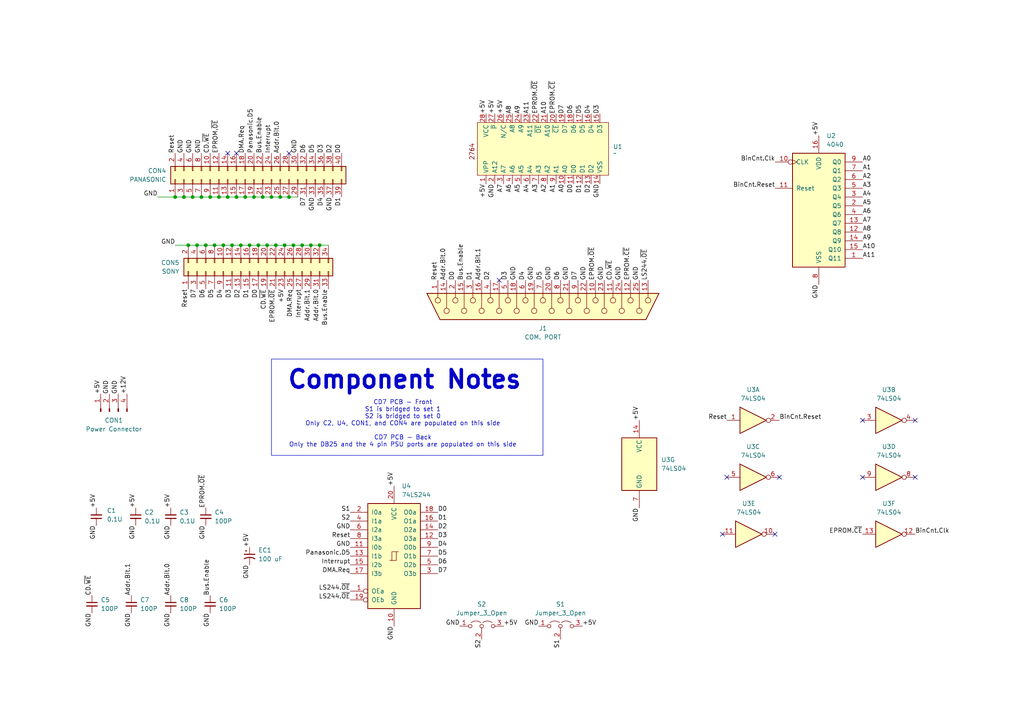
<source format=kicad_sch>
(kicad_sch
	(version 20231120)
	(generator "eeschema")
	(generator_version "8.0")
	(uuid "8c8c9c35-dfb0-4bb1-a1f8-856ea229b675")
	(paper "A4")
	(lib_symbols
		(symbol "!CD7:2764"
			(exclude_from_sim no)
			(in_bom yes)
			(on_board yes)
			(property "Reference" "U1"
				(at 10.7951 -36.83 90)
				(effects
					(font
						(size 1.27 1.27)
					)
					(justify right)
				)
			)
			(property "Value" "~"
				(at 8.89 -36.83 90)
				(effects
					(font
						(size 1.27 1.27)
					)
					(justify right)
				)
			)
			(property "Footprint" ""
				(at 0 0 0)
				(effects
					(font
						(size 1.27 1.27)
					)
					(hide yes)
				)
			)
			(property "Datasheet" ""
				(at 0 0 0)
				(effects
					(font
						(size 1.27 1.27)
					)
					(hide yes)
				)
			)
			(property "Description" ""
				(at 0 0 0)
				(effects
					(font
						(size 1.27 1.27)
					)
					(hide yes)
				)
			)
			(symbol "2764_0_0"
				(pin power_in line
					(at 0 0 0)
					(length 2.54)
					(name "VPP"
						(effects
							(font
								(size 1.27 1.27)
							)
						)
					)
					(number "1"
						(effects
							(font
								(size 1.27 1.27)
							)
						)
					)
				)
				(pin input line
					(at 0 -22.86 0)
					(length 2.54)
					(name "A0"
						(effects
							(font
								(size 1.27 1.27)
							)
						)
					)
					(number "10"
						(effects
							(font
								(size 1.27 1.27)
							)
						)
					)
				)
				(pin bidirectional line
					(at 0 -25.4 0)
					(length 2.54)
					(name "D0"
						(effects
							(font
								(size 1.27 1.27)
							)
						)
					)
					(number "11"
						(effects
							(font
								(size 1.27 1.27)
							)
						)
					)
				)
				(pin bidirectional line
					(at 0 -27.94 0)
					(length 2.54)
					(name "D1"
						(effects
							(font
								(size 1.27 1.27)
							)
						)
					)
					(number "12"
						(effects
							(font
								(size 1.27 1.27)
							)
						)
					)
				)
				(pin bidirectional line
					(at 0 -30.48 0)
					(length 2.54)
					(name "D2"
						(effects
							(font
								(size 1.27 1.27)
							)
						)
					)
					(number "13"
						(effects
							(font
								(size 1.27 1.27)
							)
						)
					)
				)
				(pin power_in line
					(at 0 -33.02 0)
					(length 2.54)
					(name "VSS"
						(effects
							(font
								(size 1.27 1.27)
							)
						)
					)
					(number "14"
						(effects
							(font
								(size 1.27 1.27)
							)
						)
					)
				)
				(pin bidirectional line
					(at 20.32 -33.02 180)
					(length 2.54)
					(name "D3"
						(effects
							(font
								(size 1.27 1.27)
							)
						)
					)
					(number "15"
						(effects
							(font
								(size 1.27 1.27)
							)
						)
					)
				)
				(pin bidirectional line
					(at 20.32 -30.48 180)
					(length 2.54)
					(name "D4"
						(effects
							(font
								(size 1.27 1.27)
							)
						)
					)
					(number "16"
						(effects
							(font
								(size 1.27 1.27)
							)
						)
					)
				)
				(pin bidirectional line
					(at 20.32 -27.94 180)
					(length 2.54)
					(name "D5"
						(effects
							(font
								(size 1.27 1.27)
							)
						)
					)
					(number "17"
						(effects
							(font
								(size 1.27 1.27)
							)
						)
					)
				)
				(pin bidirectional line
					(at 20.32 -25.4 180)
					(length 2.54)
					(name "D6"
						(effects
							(font
								(size 1.27 1.27)
							)
						)
					)
					(number "18"
						(effects
							(font
								(size 1.27 1.27)
							)
						)
					)
				)
				(pin bidirectional line
					(at 20.32 -22.86 180)
					(length 2.54)
					(name "D7"
						(effects
							(font
								(size 1.27 1.27)
							)
						)
					)
					(number "19"
						(effects
							(font
								(size 1.27 1.27)
							)
						)
					)
				)
				(pin input line
					(at 0 -2.54 0)
					(length 2.54)
					(name "A12"
						(effects
							(font
								(size 1.27 1.27)
							)
						)
					)
					(number "2"
						(effects
							(font
								(size 1.27 1.27)
							)
						)
					)
				)
				(pin input line
					(at 20.32 -20.32 180)
					(length 2.54)
					(name "~{CE}"
						(effects
							(font
								(size 1.27 1.27)
							)
						)
					)
					(number "20"
						(effects
							(font
								(size 1.27 1.27)
							)
						)
					)
				)
				(pin input line
					(at 20.32 -17.78 180)
					(length 2.54)
					(name "A10"
						(effects
							(font
								(size 1.27 1.27)
							)
						)
					)
					(number "21"
						(effects
							(font
								(size 1.27 1.27)
							)
						)
					)
				)
				(pin input line
					(at 20.32 -15.24 180)
					(length 2.54)
					(name "~{OE}"
						(effects
							(font
								(size 1.27 1.27)
							)
						)
					)
					(number "22"
						(effects
							(font
								(size 1.27 1.27)
							)
						)
					)
				)
				(pin input line
					(at 20.32 -12.7 180)
					(length 2.54)
					(name "A11"
						(effects
							(font
								(size 1.27 1.27)
							)
						)
					)
					(number "23"
						(effects
							(font
								(size 1.27 1.27)
							)
						)
					)
				)
				(pin input line
					(at 20.32 -10.16 180)
					(length 2.54)
					(name "A9"
						(effects
							(font
								(size 1.27 1.27)
							)
						)
					)
					(number "24"
						(effects
							(font
								(size 1.27 1.27)
							)
						)
					)
				)
				(pin input line
					(at 20.32 -7.62 180)
					(length 2.54)
					(name "A8"
						(effects
							(font
								(size 1.27 1.27)
							)
						)
					)
					(number "25"
						(effects
							(font
								(size 1.27 1.27)
							)
						)
					)
				)
				(pin input line
					(at 20.32 -2.54 180)
					(length 2.54)
					(name "~{P}"
						(effects
							(font
								(size 1.27 1.27)
							)
						)
					)
					(number "27"
						(effects
							(font
								(size 1.27 1.27)
							)
						)
					)
				)
				(pin power_in line
					(at 20.32 0 180)
					(length 2.54)
					(name "VCC"
						(effects
							(font
								(size 1.27 1.27)
							)
						)
					)
					(number "28"
						(effects
							(font
								(size 1.27 1.27)
							)
						)
					)
				)
				(pin input line
					(at 0 -5.08 0)
					(length 2.54)
					(name "A7"
						(effects
							(font
								(size 1.27 1.27)
							)
						)
					)
					(number "3"
						(effects
							(font
								(size 1.27 1.27)
							)
						)
					)
				)
				(pin input line
					(at 0 -7.62 0)
					(length 2.54)
					(name "A6"
						(effects
							(font
								(size 1.27 1.27)
							)
						)
					)
					(number "4"
						(effects
							(font
								(size 1.27 1.27)
							)
						)
					)
				)
				(pin input line
					(at 0 -10.16 0)
					(length 2.54)
					(name "A5"
						(effects
							(font
								(size 1.27 1.27)
							)
						)
					)
					(number "5"
						(effects
							(font
								(size 1.27 1.27)
							)
						)
					)
				)
				(pin input line
					(at 0 -12.7 0)
					(length 2.54)
					(name "A4"
						(effects
							(font
								(size 1.27 1.27)
							)
						)
					)
					(number "6"
						(effects
							(font
								(size 1.27 1.27)
							)
						)
					)
				)
				(pin input line
					(at 0 -15.24 0)
					(length 2.54)
					(name "A3"
						(effects
							(font
								(size 1.27 1.27)
							)
						)
					)
					(number "7"
						(effects
							(font
								(size 1.27 1.27)
							)
						)
					)
				)
				(pin input line
					(at 0 -17.78 0)
					(length 2.54)
					(name "A2"
						(effects
							(font
								(size 1.27 1.27)
							)
						)
					)
					(number "8"
						(effects
							(font
								(size 1.27 1.27)
							)
						)
					)
				)
				(pin input line
					(at 0 -20.32 0)
					(length 2.54)
					(name "A1"
						(effects
							(font
								(size 1.27 1.27)
							)
						)
					)
					(number "9"
						(effects
							(font
								(size 1.27 1.27)
							)
						)
					)
				)
			)
			(symbol "2764_1_0"
				(pin passive line
					(at 20.32 -5.08 180)
					(length 2.54)
					(name "N/C"
						(effects
							(font
								(size 1.27 1.27)
							)
						)
					)
					(number "26"
						(effects
							(font
								(size 1.27 1.27)
							)
						)
					)
				)
			)
			(symbol "2764_1_1"
				(rectangle
					(start 2.54 2.54)
					(end 17.78 -35.56)
					(stroke
						(width 0)
						(type default)
					)
					(fill
						(type background)
					)
				)
				(text "2764"
					(at 9.398 4.064 0)
					(effects
						(font
							(size 1.27 1.27)
						)
					)
				)
			)
		)
		(symbol "4xxx:4040"
			(pin_names
				(offset 1.016)
			)
			(exclude_from_sim no)
			(in_bom yes)
			(on_board yes)
			(property "Reference" "U"
				(at -7.62 16.51 0)
				(effects
					(font
						(size 1.27 1.27)
					)
				)
			)
			(property "Value" "4040"
				(at -7.62 -19.05 0)
				(effects
					(font
						(size 1.27 1.27)
					)
				)
			)
			(property "Footprint" ""
				(at 0 0 0)
				(effects
					(font
						(size 1.27 1.27)
					)
					(hide yes)
				)
			)
			(property "Datasheet" "http://www.intersil.com/content/dam/Intersil/documents/cd40/cd4020bms-24bms-40bms.pdf"
				(at 0 0 0)
				(effects
					(font
						(size 1.27 1.27)
					)
					(hide yes)
				)
			)
			(property "Description" "Binary Counter 12 stages (Asynchronous)"
				(at 0 0 0)
				(effects
					(font
						(size 1.27 1.27)
					)
					(hide yes)
				)
			)
			(property "ki_locked" ""
				(at 0 0 0)
				(effects
					(font
						(size 1.27 1.27)
					)
				)
			)
			(property "ki_keywords" "CMOS CNT CNT12"
				(at 0 0 0)
				(effects
					(font
						(size 1.27 1.27)
					)
					(hide yes)
				)
			)
			(property "ki_fp_filters" "DIP?16*"
				(at 0 0 0)
				(effects
					(font
						(size 1.27 1.27)
					)
					(hide yes)
				)
			)
			(symbol "4040_1_0"
				(pin output line
					(at 12.7 -15.24 180)
					(length 5.08)
					(name "Q11"
						(effects
							(font
								(size 1.27 1.27)
							)
						)
					)
					(number "1"
						(effects
							(font
								(size 1.27 1.27)
							)
						)
					)
				)
				(pin input inverted_clock
					(at -12.7 12.7 0)
					(length 5.08)
					(name "CLK"
						(effects
							(font
								(size 1.27 1.27)
							)
						)
					)
					(number "10"
						(effects
							(font
								(size 1.27 1.27)
							)
						)
					)
				)
				(pin input line
					(at -12.7 5.08 0)
					(length 5.08)
					(name "Reset"
						(effects
							(font
								(size 1.27 1.27)
							)
						)
					)
					(number "11"
						(effects
							(font
								(size 1.27 1.27)
							)
						)
					)
				)
				(pin output line
					(at 12.7 -7.62 180)
					(length 5.08)
					(name "Q8"
						(effects
							(font
								(size 1.27 1.27)
							)
						)
					)
					(number "12"
						(effects
							(font
								(size 1.27 1.27)
							)
						)
					)
				)
				(pin output line
					(at 12.7 -5.08 180)
					(length 5.08)
					(name "Q7"
						(effects
							(font
								(size 1.27 1.27)
							)
						)
					)
					(number "13"
						(effects
							(font
								(size 1.27 1.27)
							)
						)
					)
				)
				(pin output line
					(at 12.7 -10.16 180)
					(length 5.08)
					(name "Q9"
						(effects
							(font
								(size 1.27 1.27)
							)
						)
					)
					(number "14"
						(effects
							(font
								(size 1.27 1.27)
							)
						)
					)
				)
				(pin output line
					(at 12.7 -12.7 180)
					(length 5.08)
					(name "Q10"
						(effects
							(font
								(size 1.27 1.27)
							)
						)
					)
					(number "15"
						(effects
							(font
								(size 1.27 1.27)
							)
						)
					)
				)
				(pin power_in line
					(at 0 20.32 270)
					(length 5.08)
					(name "VDD"
						(effects
							(font
								(size 1.27 1.27)
							)
						)
					)
					(number "16"
						(effects
							(font
								(size 1.27 1.27)
							)
						)
					)
				)
				(pin output line
					(at 12.7 0 180)
					(length 5.08)
					(name "Q5"
						(effects
							(font
								(size 1.27 1.27)
							)
						)
					)
					(number "2"
						(effects
							(font
								(size 1.27 1.27)
							)
						)
					)
				)
				(pin output line
					(at 12.7 2.54 180)
					(length 5.08)
					(name "Q4"
						(effects
							(font
								(size 1.27 1.27)
							)
						)
					)
					(number "3"
						(effects
							(font
								(size 1.27 1.27)
							)
						)
					)
				)
				(pin output line
					(at 12.7 -2.54 180)
					(length 5.08)
					(name "Q6"
						(effects
							(font
								(size 1.27 1.27)
							)
						)
					)
					(number "4"
						(effects
							(font
								(size 1.27 1.27)
							)
						)
					)
				)
				(pin output line
					(at 12.7 5.08 180)
					(length 5.08)
					(name "Q3"
						(effects
							(font
								(size 1.27 1.27)
							)
						)
					)
					(number "5"
						(effects
							(font
								(size 1.27 1.27)
							)
						)
					)
				)
				(pin output line
					(at 12.7 7.62 180)
					(length 5.08)
					(name "Q2"
						(effects
							(font
								(size 1.27 1.27)
							)
						)
					)
					(number "6"
						(effects
							(font
								(size 1.27 1.27)
							)
						)
					)
				)
				(pin output line
					(at 12.7 10.16 180)
					(length 5.08)
					(name "Q1"
						(effects
							(font
								(size 1.27 1.27)
							)
						)
					)
					(number "7"
						(effects
							(font
								(size 1.27 1.27)
							)
						)
					)
				)
				(pin power_in line
					(at 0 -22.86 90)
					(length 5.08)
					(name "VSS"
						(effects
							(font
								(size 1.27 1.27)
							)
						)
					)
					(number "8"
						(effects
							(font
								(size 1.27 1.27)
							)
						)
					)
				)
				(pin output line
					(at 12.7 12.7 180)
					(length 5.08)
					(name "Q0"
						(effects
							(font
								(size 1.27 1.27)
							)
						)
					)
					(number "9"
						(effects
							(font
								(size 1.27 1.27)
							)
						)
					)
				)
			)
			(symbol "4040_1_1"
				(rectangle
					(start -7.62 15.24)
					(end 7.62 -17.78)
					(stroke
						(width 0.254)
						(type default)
					)
					(fill
						(type background)
					)
				)
			)
		)
		(symbol "74xx:74LS04"
			(exclude_from_sim no)
			(in_bom yes)
			(on_board yes)
			(property "Reference" "U"
				(at 0 1.27 0)
				(effects
					(font
						(size 1.27 1.27)
					)
				)
			)
			(property "Value" "74LS04"
				(at 0 -1.27 0)
				(effects
					(font
						(size 1.27 1.27)
					)
				)
			)
			(property "Footprint" ""
				(at 0 0 0)
				(effects
					(font
						(size 1.27 1.27)
					)
					(hide yes)
				)
			)
			(property "Datasheet" "http://www.ti.com/lit/gpn/sn74LS04"
				(at 0 0 0)
				(effects
					(font
						(size 1.27 1.27)
					)
					(hide yes)
				)
			)
			(property "Description" "Hex Inverter"
				(at 0 0 0)
				(effects
					(font
						(size 1.27 1.27)
					)
					(hide yes)
				)
			)
			(property "ki_locked" ""
				(at 0 0 0)
				(effects
					(font
						(size 1.27 1.27)
					)
				)
			)
			(property "ki_keywords" "TTL not inv"
				(at 0 0 0)
				(effects
					(font
						(size 1.27 1.27)
					)
					(hide yes)
				)
			)
			(property "ki_fp_filters" "DIP*W7.62mm* SSOP?14* TSSOP?14*"
				(at 0 0 0)
				(effects
					(font
						(size 1.27 1.27)
					)
					(hide yes)
				)
			)
			(symbol "74LS04_1_0"
				(polyline
					(pts
						(xy -3.81 3.81) (xy -3.81 -3.81) (xy 3.81 0) (xy -3.81 3.81)
					)
					(stroke
						(width 0.254)
						(type default)
					)
					(fill
						(type background)
					)
				)
				(pin input line
					(at -7.62 0 0)
					(length 3.81)
					(name "~"
						(effects
							(font
								(size 1.27 1.27)
							)
						)
					)
					(number "1"
						(effects
							(font
								(size 1.27 1.27)
							)
						)
					)
				)
				(pin output inverted
					(at 7.62 0 180)
					(length 3.81)
					(name "~"
						(effects
							(font
								(size 1.27 1.27)
							)
						)
					)
					(number "2"
						(effects
							(font
								(size 1.27 1.27)
							)
						)
					)
				)
			)
			(symbol "74LS04_2_0"
				(polyline
					(pts
						(xy -3.81 3.81) (xy -3.81 -3.81) (xy 3.81 0) (xy -3.81 3.81)
					)
					(stroke
						(width 0.254)
						(type default)
					)
					(fill
						(type background)
					)
				)
				(pin input line
					(at -7.62 0 0)
					(length 3.81)
					(name "~"
						(effects
							(font
								(size 1.27 1.27)
							)
						)
					)
					(number "3"
						(effects
							(font
								(size 1.27 1.27)
							)
						)
					)
				)
				(pin output inverted
					(at 7.62 0 180)
					(length 3.81)
					(name "~"
						(effects
							(font
								(size 1.27 1.27)
							)
						)
					)
					(number "4"
						(effects
							(font
								(size 1.27 1.27)
							)
						)
					)
				)
			)
			(symbol "74LS04_3_0"
				(polyline
					(pts
						(xy -3.81 3.81) (xy -3.81 -3.81) (xy 3.81 0) (xy -3.81 3.81)
					)
					(stroke
						(width 0.254)
						(type default)
					)
					(fill
						(type background)
					)
				)
				(pin input line
					(at -7.62 0 0)
					(length 3.81)
					(name "~"
						(effects
							(font
								(size 1.27 1.27)
							)
						)
					)
					(number "5"
						(effects
							(font
								(size 1.27 1.27)
							)
						)
					)
				)
				(pin output inverted
					(at 7.62 0 180)
					(length 3.81)
					(name "~"
						(effects
							(font
								(size 1.27 1.27)
							)
						)
					)
					(number "6"
						(effects
							(font
								(size 1.27 1.27)
							)
						)
					)
				)
			)
			(symbol "74LS04_4_0"
				(polyline
					(pts
						(xy -3.81 3.81) (xy -3.81 -3.81) (xy 3.81 0) (xy -3.81 3.81)
					)
					(stroke
						(width 0.254)
						(type default)
					)
					(fill
						(type background)
					)
				)
				(pin output inverted
					(at 7.62 0 180)
					(length 3.81)
					(name "~"
						(effects
							(font
								(size 1.27 1.27)
							)
						)
					)
					(number "8"
						(effects
							(font
								(size 1.27 1.27)
							)
						)
					)
				)
				(pin input line
					(at -7.62 0 0)
					(length 3.81)
					(name "~"
						(effects
							(font
								(size 1.27 1.27)
							)
						)
					)
					(number "9"
						(effects
							(font
								(size 1.27 1.27)
							)
						)
					)
				)
			)
			(symbol "74LS04_5_0"
				(polyline
					(pts
						(xy -3.81 3.81) (xy -3.81 -3.81) (xy 3.81 0) (xy -3.81 3.81)
					)
					(stroke
						(width 0.254)
						(type default)
					)
					(fill
						(type background)
					)
				)
				(pin output inverted
					(at 7.62 0 180)
					(length 3.81)
					(name "~"
						(effects
							(font
								(size 1.27 1.27)
							)
						)
					)
					(number "10"
						(effects
							(font
								(size 1.27 1.27)
							)
						)
					)
				)
				(pin input line
					(at -7.62 0 0)
					(length 3.81)
					(name "~"
						(effects
							(font
								(size 1.27 1.27)
							)
						)
					)
					(number "11"
						(effects
							(font
								(size 1.27 1.27)
							)
						)
					)
				)
			)
			(symbol "74LS04_6_0"
				(polyline
					(pts
						(xy -3.81 3.81) (xy -3.81 -3.81) (xy 3.81 0) (xy -3.81 3.81)
					)
					(stroke
						(width 0.254)
						(type default)
					)
					(fill
						(type background)
					)
				)
				(pin output inverted
					(at 7.62 0 180)
					(length 3.81)
					(name "~"
						(effects
							(font
								(size 1.27 1.27)
							)
						)
					)
					(number "12"
						(effects
							(font
								(size 1.27 1.27)
							)
						)
					)
				)
				(pin input line
					(at -7.62 0 0)
					(length 3.81)
					(name "~"
						(effects
							(font
								(size 1.27 1.27)
							)
						)
					)
					(number "13"
						(effects
							(font
								(size 1.27 1.27)
							)
						)
					)
				)
			)
			(symbol "74LS04_7_0"
				(pin power_in line
					(at 0 12.7 270)
					(length 5.08)
					(name "VCC"
						(effects
							(font
								(size 1.27 1.27)
							)
						)
					)
					(number "14"
						(effects
							(font
								(size 1.27 1.27)
							)
						)
					)
				)
				(pin power_in line
					(at 0 -12.7 90)
					(length 5.08)
					(name "GND"
						(effects
							(font
								(size 1.27 1.27)
							)
						)
					)
					(number "7"
						(effects
							(font
								(size 1.27 1.27)
							)
						)
					)
				)
			)
			(symbol "74LS04_7_1"
				(rectangle
					(start -5.08 7.62)
					(end 5.08 -7.62)
					(stroke
						(width 0.254)
						(type default)
					)
					(fill
						(type background)
					)
				)
			)
		)
		(symbol "74xx:74LS244"
			(pin_names
				(offset 1.016)
			)
			(exclude_from_sim no)
			(in_bom yes)
			(on_board yes)
			(property "Reference" "U"
				(at -7.62 16.51 0)
				(effects
					(font
						(size 1.27 1.27)
					)
				)
			)
			(property "Value" "74LS244"
				(at -7.62 -16.51 0)
				(effects
					(font
						(size 1.27 1.27)
					)
				)
			)
			(property "Footprint" ""
				(at 0 0 0)
				(effects
					(font
						(size 1.27 1.27)
					)
					(hide yes)
				)
			)
			(property "Datasheet" "http://www.ti.com/lit/ds/symlink/sn74ls244.pdf"
				(at 0 0 0)
				(effects
					(font
						(size 1.27 1.27)
					)
					(hide yes)
				)
			)
			(property "Description" "Octal Buffer and Line Driver With 3-State Output, active-low enables, non-inverting outputs"
				(at 0 0 0)
				(effects
					(font
						(size 1.27 1.27)
					)
					(hide yes)
				)
			)
			(property "ki_keywords" "7400 logic ttl low power schottky"
				(at 0 0 0)
				(effects
					(font
						(size 1.27 1.27)
					)
					(hide yes)
				)
			)
			(property "ki_fp_filters" "DIP?20*"
				(at 0 0 0)
				(effects
					(font
						(size 1.27 1.27)
					)
					(hide yes)
				)
			)
			(symbol "74LS244_1_0"
				(polyline
					(pts
						(xy -0.635 -1.27) (xy -0.635 1.27) (xy 0.635 1.27)
					)
					(stroke
						(width 0)
						(type default)
					)
					(fill
						(type none)
					)
				)
				(polyline
					(pts
						(xy -1.27 -1.27) (xy 0.635 -1.27) (xy 0.635 1.27) (xy 1.27 1.27)
					)
					(stroke
						(width 0)
						(type default)
					)
					(fill
						(type none)
					)
				)
				(pin input inverted
					(at -12.7 -10.16 0)
					(length 5.08)
					(name "OEa"
						(effects
							(font
								(size 1.27 1.27)
							)
						)
					)
					(number "1"
						(effects
							(font
								(size 1.27 1.27)
							)
						)
					)
				)
				(pin power_in line
					(at 0 -20.32 90)
					(length 5.08)
					(name "GND"
						(effects
							(font
								(size 1.27 1.27)
							)
						)
					)
					(number "10"
						(effects
							(font
								(size 1.27 1.27)
							)
						)
					)
				)
				(pin input line
					(at -12.7 2.54 0)
					(length 5.08)
					(name "I0b"
						(effects
							(font
								(size 1.27 1.27)
							)
						)
					)
					(number "11"
						(effects
							(font
								(size 1.27 1.27)
							)
						)
					)
				)
				(pin tri_state line
					(at 12.7 5.08 180)
					(length 5.08)
					(name "O3a"
						(effects
							(font
								(size 1.27 1.27)
							)
						)
					)
					(number "12"
						(effects
							(font
								(size 1.27 1.27)
							)
						)
					)
				)
				(pin input line
					(at -12.7 0 0)
					(length 5.08)
					(name "I1b"
						(effects
							(font
								(size 1.27 1.27)
							)
						)
					)
					(number "13"
						(effects
							(font
								(size 1.27 1.27)
							)
						)
					)
				)
				(pin tri_state line
					(at 12.7 7.62 180)
					(length 5.08)
					(name "O2a"
						(effects
							(font
								(size 1.27 1.27)
							)
						)
					)
					(number "14"
						(effects
							(font
								(size 1.27 1.27)
							)
						)
					)
				)
				(pin input line
					(at -12.7 -2.54 0)
					(length 5.08)
					(name "I2b"
						(effects
							(font
								(size 1.27 1.27)
							)
						)
					)
					(number "15"
						(effects
							(font
								(size 1.27 1.27)
							)
						)
					)
				)
				(pin tri_state line
					(at 12.7 10.16 180)
					(length 5.08)
					(name "O1a"
						(effects
							(font
								(size 1.27 1.27)
							)
						)
					)
					(number "16"
						(effects
							(font
								(size 1.27 1.27)
							)
						)
					)
				)
				(pin input line
					(at -12.7 -5.08 0)
					(length 5.08)
					(name "I3b"
						(effects
							(font
								(size 1.27 1.27)
							)
						)
					)
					(number "17"
						(effects
							(font
								(size 1.27 1.27)
							)
						)
					)
				)
				(pin tri_state line
					(at 12.7 12.7 180)
					(length 5.08)
					(name "O0a"
						(effects
							(font
								(size 1.27 1.27)
							)
						)
					)
					(number "18"
						(effects
							(font
								(size 1.27 1.27)
							)
						)
					)
				)
				(pin input inverted
					(at -12.7 -12.7 0)
					(length 5.08)
					(name "OEb"
						(effects
							(font
								(size 1.27 1.27)
							)
						)
					)
					(number "19"
						(effects
							(font
								(size 1.27 1.27)
							)
						)
					)
				)
				(pin input line
					(at -12.7 12.7 0)
					(length 5.08)
					(name "I0a"
						(effects
							(font
								(size 1.27 1.27)
							)
						)
					)
					(number "2"
						(effects
							(font
								(size 1.27 1.27)
							)
						)
					)
				)
				(pin power_in line
					(at 0 20.32 270)
					(length 5.08)
					(name "VCC"
						(effects
							(font
								(size 1.27 1.27)
							)
						)
					)
					(number "20"
						(effects
							(font
								(size 1.27 1.27)
							)
						)
					)
				)
				(pin tri_state line
					(at 12.7 -5.08 180)
					(length 5.08)
					(name "O3b"
						(effects
							(font
								(size 1.27 1.27)
							)
						)
					)
					(number "3"
						(effects
							(font
								(size 1.27 1.27)
							)
						)
					)
				)
				(pin input line
					(at -12.7 10.16 0)
					(length 5.08)
					(name "I1a"
						(effects
							(font
								(size 1.27 1.27)
							)
						)
					)
					(number "4"
						(effects
							(font
								(size 1.27 1.27)
							)
						)
					)
				)
				(pin tri_state line
					(at 12.7 -2.54 180)
					(length 5.08)
					(name "O2b"
						(effects
							(font
								(size 1.27 1.27)
							)
						)
					)
					(number "5"
						(effects
							(font
								(size 1.27 1.27)
							)
						)
					)
				)
				(pin input line
					(at -12.7 7.62 0)
					(length 5.08)
					(name "I2a"
						(effects
							(font
								(size 1.27 1.27)
							)
						)
					)
					(number "6"
						(effects
							(font
								(size 1.27 1.27)
							)
						)
					)
				)
				(pin tri_state line
					(at 12.7 0 180)
					(length 5.08)
					(name "O1b"
						(effects
							(font
								(size 1.27 1.27)
							)
						)
					)
					(number "7"
						(effects
							(font
								(size 1.27 1.27)
							)
						)
					)
				)
				(pin input line
					(at -12.7 5.08 0)
					(length 5.08)
					(name "I3a"
						(effects
							(font
								(size 1.27 1.27)
							)
						)
					)
					(number "8"
						(effects
							(font
								(size 1.27 1.27)
							)
						)
					)
				)
				(pin tri_state line
					(at 12.7 2.54 180)
					(length 5.08)
					(name "O0b"
						(effects
							(font
								(size 1.27 1.27)
							)
						)
					)
					(number "9"
						(effects
							(font
								(size 1.27 1.27)
							)
						)
					)
				)
			)
			(symbol "74LS244_1_1"
				(rectangle
					(start -7.62 15.24)
					(end 7.62 -15.24)
					(stroke
						(width 0.254)
						(type default)
					)
					(fill
						(type background)
					)
				)
			)
		)
		(symbol "Connector:Conn_01x04_Pin"
			(pin_names
				(offset 1.016) hide)
			(exclude_from_sim no)
			(in_bom yes)
			(on_board yes)
			(property "Reference" "J"
				(at 0 5.08 0)
				(effects
					(font
						(size 1.27 1.27)
					)
				)
			)
			(property "Value" "Conn_01x04_Pin"
				(at 0 -7.62 0)
				(effects
					(font
						(size 1.27 1.27)
					)
				)
			)
			(property "Footprint" ""
				(at 0 0 0)
				(effects
					(font
						(size 1.27 1.27)
					)
					(hide yes)
				)
			)
			(property "Datasheet" "~"
				(at 0 0 0)
				(effects
					(font
						(size 1.27 1.27)
					)
					(hide yes)
				)
			)
			(property "Description" "Generic connector, single row, 01x04, script generated"
				(at 0 0 0)
				(effects
					(font
						(size 1.27 1.27)
					)
					(hide yes)
				)
			)
			(property "ki_locked" ""
				(at 0 0 0)
				(effects
					(font
						(size 1.27 1.27)
					)
				)
			)
			(property "ki_keywords" "connector"
				(at 0 0 0)
				(effects
					(font
						(size 1.27 1.27)
					)
					(hide yes)
				)
			)
			(property "ki_fp_filters" "Connector*:*_1x??_*"
				(at 0 0 0)
				(effects
					(font
						(size 1.27 1.27)
					)
					(hide yes)
				)
			)
			(symbol "Conn_01x04_Pin_1_1"
				(polyline
					(pts
						(xy 1.27 -5.08) (xy 0.8636 -5.08)
					)
					(stroke
						(width 0.1524)
						(type default)
					)
					(fill
						(type none)
					)
				)
				(polyline
					(pts
						(xy 1.27 -2.54) (xy 0.8636 -2.54)
					)
					(stroke
						(width 0.1524)
						(type default)
					)
					(fill
						(type none)
					)
				)
				(polyline
					(pts
						(xy 1.27 0) (xy 0.8636 0)
					)
					(stroke
						(width 0.1524)
						(type default)
					)
					(fill
						(type none)
					)
				)
				(polyline
					(pts
						(xy 1.27 2.54) (xy 0.8636 2.54)
					)
					(stroke
						(width 0.1524)
						(type default)
					)
					(fill
						(type none)
					)
				)
				(rectangle
					(start 0.8636 -4.953)
					(end 0 -5.207)
					(stroke
						(width 0.1524)
						(type default)
					)
					(fill
						(type outline)
					)
				)
				(rectangle
					(start 0.8636 -2.413)
					(end 0 -2.667)
					(stroke
						(width 0.1524)
						(type default)
					)
					(fill
						(type outline)
					)
				)
				(rectangle
					(start 0.8636 0.127)
					(end 0 -0.127)
					(stroke
						(width 0.1524)
						(type default)
					)
					(fill
						(type outline)
					)
				)
				(rectangle
					(start 0.8636 2.667)
					(end 0 2.413)
					(stroke
						(width 0.1524)
						(type default)
					)
					(fill
						(type outline)
					)
				)
				(pin passive line
					(at 5.08 2.54 180)
					(length 3.81)
					(name "Pin_1"
						(effects
							(font
								(size 1.27 1.27)
							)
						)
					)
					(number "1"
						(effects
							(font
								(size 1.27 1.27)
							)
						)
					)
				)
				(pin passive line
					(at 5.08 0 180)
					(length 3.81)
					(name "Pin_2"
						(effects
							(font
								(size 1.27 1.27)
							)
						)
					)
					(number "2"
						(effects
							(font
								(size 1.27 1.27)
							)
						)
					)
				)
				(pin passive line
					(at 5.08 -2.54 180)
					(length 3.81)
					(name "Pin_3"
						(effects
							(font
								(size 1.27 1.27)
							)
						)
					)
					(number "3"
						(effects
							(font
								(size 1.27 1.27)
							)
						)
					)
				)
				(pin passive line
					(at 5.08 -5.08 180)
					(length 3.81)
					(name "Pin_4"
						(effects
							(font
								(size 1.27 1.27)
							)
						)
					)
					(number "4"
						(effects
							(font
								(size 1.27 1.27)
							)
						)
					)
				)
			)
		)
		(symbol "Connector:DB25_Receptacle"
			(pin_names
				(offset 1.016) hide)
			(exclude_from_sim no)
			(in_bom yes)
			(on_board yes)
			(property "Reference" "J"
				(at 0 34.29 0)
				(effects
					(font
						(size 1.27 1.27)
					)
				)
			)
			(property "Value" "DB25_Receptacle"
				(at 0 -34.925 0)
				(effects
					(font
						(size 1.27 1.27)
					)
				)
			)
			(property "Footprint" ""
				(at 0 0 0)
				(effects
					(font
						(size 1.27 1.27)
					)
					(hide yes)
				)
			)
			(property "Datasheet" "~"
				(at 0 0 0)
				(effects
					(font
						(size 1.27 1.27)
					)
					(hide yes)
				)
			)
			(property "Description" "25-pin female receptacle socket D-SUB connector"
				(at 0 0 0)
				(effects
					(font
						(size 1.27 1.27)
					)
					(hide yes)
				)
			)
			(property "ki_keywords" "female receptacle D-SUB connector"
				(at 0 0 0)
				(effects
					(font
						(size 1.27 1.27)
					)
					(hide yes)
				)
			)
			(property "ki_fp_filters" "DSUB*Female*"
				(at 0 0 0)
				(effects
					(font
						(size 1.27 1.27)
					)
					(hide yes)
				)
			)
			(symbol "DB25_Receptacle_0_1"
				(circle
					(center -1.778 -30.48)
					(radius 0.762)
					(stroke
						(width 0)
						(type default)
					)
					(fill
						(type none)
					)
				)
				(circle
					(center -1.778 -25.4)
					(radius 0.762)
					(stroke
						(width 0)
						(type default)
					)
					(fill
						(type none)
					)
				)
				(circle
					(center -1.778 -20.32)
					(radius 0.762)
					(stroke
						(width 0)
						(type default)
					)
					(fill
						(type none)
					)
				)
				(circle
					(center -1.778 -15.24)
					(radius 0.762)
					(stroke
						(width 0)
						(type default)
					)
					(fill
						(type none)
					)
				)
				(circle
					(center -1.778 -10.16)
					(radius 0.762)
					(stroke
						(width 0)
						(type default)
					)
					(fill
						(type none)
					)
				)
				(circle
					(center -1.778 -5.08)
					(radius 0.762)
					(stroke
						(width 0)
						(type default)
					)
					(fill
						(type none)
					)
				)
				(circle
					(center -1.778 0)
					(radius 0.762)
					(stroke
						(width 0)
						(type default)
					)
					(fill
						(type none)
					)
				)
				(circle
					(center -1.778 5.08)
					(radius 0.762)
					(stroke
						(width 0)
						(type default)
					)
					(fill
						(type none)
					)
				)
				(circle
					(center -1.778 10.16)
					(radius 0.762)
					(stroke
						(width 0)
						(type default)
					)
					(fill
						(type none)
					)
				)
				(circle
					(center -1.778 15.24)
					(radius 0.762)
					(stroke
						(width 0)
						(type default)
					)
					(fill
						(type none)
					)
				)
				(circle
					(center -1.778 20.32)
					(radius 0.762)
					(stroke
						(width 0)
						(type default)
					)
					(fill
						(type none)
					)
				)
				(circle
					(center -1.778 25.4)
					(radius 0.762)
					(stroke
						(width 0)
						(type default)
					)
					(fill
						(type none)
					)
				)
				(circle
					(center -1.778 30.48)
					(radius 0.762)
					(stroke
						(width 0)
						(type default)
					)
					(fill
						(type none)
					)
				)
				(polyline
					(pts
						(xy -3.81 -30.48) (xy -2.54 -30.48)
					)
					(stroke
						(width 0)
						(type default)
					)
					(fill
						(type none)
					)
				)
				(polyline
					(pts
						(xy -3.81 -27.94) (xy 0.508 -27.94)
					)
					(stroke
						(width 0)
						(type default)
					)
					(fill
						(type none)
					)
				)
				(polyline
					(pts
						(xy -3.81 -25.4) (xy -2.54 -25.4)
					)
					(stroke
						(width 0)
						(type default)
					)
					(fill
						(type none)
					)
				)
				(polyline
					(pts
						(xy -3.81 -22.86) (xy 0.508 -22.86)
					)
					(stroke
						(width 0)
						(type default)
					)
					(fill
						(type none)
					)
				)
				(polyline
					(pts
						(xy -3.81 -20.32) (xy -2.54 -20.32)
					)
					(stroke
						(width 0)
						(type default)
					)
					(fill
						(type none)
					)
				)
				(polyline
					(pts
						(xy -3.81 -17.78) (xy 0.508 -17.78)
					)
					(stroke
						(width 0)
						(type default)
					)
					(fill
						(type none)
					)
				)
				(polyline
					(pts
						(xy -3.81 -15.24) (xy -2.54 -15.24)
					)
					(stroke
						(width 0)
						(type default)
					)
					(fill
						(type none)
					)
				)
				(polyline
					(pts
						(xy -3.81 -12.7) (xy 0.508 -12.7)
					)
					(stroke
						(width 0)
						(type default)
					)
					(fill
						(type none)
					)
				)
				(polyline
					(pts
						(xy -3.81 -10.16) (xy -2.54 -10.16)
					)
					(stroke
						(width 0)
						(type default)
					)
					(fill
						(type none)
					)
				)
				(polyline
					(pts
						(xy -3.81 -7.62) (xy 0.508 -7.62)
					)
					(stroke
						(width 0)
						(type default)
					)
					(fill
						(type none)
					)
				)
				(polyline
					(pts
						(xy -3.81 -5.08) (xy -2.54 -5.08)
					)
					(stroke
						(width 0)
						(type default)
					)
					(fill
						(type none)
					)
				)
				(polyline
					(pts
						(xy -3.81 -2.54) (xy 0.508 -2.54)
					)
					(stroke
						(width 0)
						(type default)
					)
					(fill
						(type none)
					)
				)
				(polyline
					(pts
						(xy -3.81 0) (xy -2.54 0)
					)
					(stroke
						(width 0)
						(type default)
					)
					(fill
						(type none)
					)
				)
				(polyline
					(pts
						(xy -3.81 2.54) (xy 0.508 2.54)
					)
					(stroke
						(width 0)
						(type default)
					)
					(fill
						(type none)
					)
				)
				(polyline
					(pts
						(xy -3.81 5.08) (xy -2.54 5.08)
					)
					(stroke
						(width 0)
						(type default)
					)
					(fill
						(type none)
					)
				)
				(polyline
					(pts
						(xy -3.81 7.62) (xy 0.508 7.62)
					)
					(stroke
						(width 0)
						(type default)
					)
					(fill
						(type none)
					)
				)
				(polyline
					(pts
						(xy -3.81 10.16) (xy -2.54 10.16)
					)
					(stroke
						(width 0)
						(type default)
					)
					(fill
						(type none)
					)
				)
				(polyline
					(pts
						(xy -3.81 12.7) (xy 0.508 12.7)
					)
					(stroke
						(width 0)
						(type default)
					)
					(fill
						(type none)
					)
				)
				(polyline
					(pts
						(xy -3.81 15.24) (xy -2.54 15.24)
					)
					(stroke
						(width 0)
						(type default)
					)
					(fill
						(type none)
					)
				)
				(polyline
					(pts
						(xy -3.81 17.78) (xy 0.508 17.78)
					)
					(stroke
						(width 0)
						(type default)
					)
					(fill
						(type none)
					)
				)
				(polyline
					(pts
						(xy -3.81 20.32) (xy -2.54 20.32)
					)
					(stroke
						(width 0)
						(type default)
					)
					(fill
						(type none)
					)
				)
				(polyline
					(pts
						(xy -3.81 22.86) (xy 0.508 22.86)
					)
					(stroke
						(width 0)
						(type default)
					)
					(fill
						(type none)
					)
				)
				(polyline
					(pts
						(xy -3.81 25.4) (xy -2.54 25.4)
					)
					(stroke
						(width 0)
						(type default)
					)
					(fill
						(type none)
					)
				)
				(polyline
					(pts
						(xy -3.81 27.94) (xy 0.508 27.94)
					)
					(stroke
						(width 0)
						(type default)
					)
					(fill
						(type none)
					)
				)
				(polyline
					(pts
						(xy -3.81 30.48) (xy -2.54 30.48)
					)
					(stroke
						(width 0)
						(type default)
					)
					(fill
						(type none)
					)
				)
				(polyline
					(pts
						(xy -3.81 33.655) (xy 3.81 29.845) (xy 3.81 -29.845) (xy -3.81 -33.655) (xy -3.81 33.655)
					)
					(stroke
						(width 0.254)
						(type default)
					)
					(fill
						(type background)
					)
				)
				(circle
					(center 1.27 -27.94)
					(radius 0.762)
					(stroke
						(width 0)
						(type default)
					)
					(fill
						(type none)
					)
				)
				(circle
					(center 1.27 -22.86)
					(radius 0.762)
					(stroke
						(width 0)
						(type default)
					)
					(fill
						(type none)
					)
				)
				(circle
					(center 1.27 -17.78)
					(radius 0.762)
					(stroke
						(width 0)
						(type default)
					)
					(fill
						(type none)
					)
				)
				(circle
					(center 1.27 -12.7)
					(radius 0.762)
					(stroke
						(width 0)
						(type default)
					)
					(fill
						(type none)
					)
				)
				(circle
					(center 1.27 -7.62)
					(radius 0.762)
					(stroke
						(width 0)
						(type default)
					)
					(fill
						(type none)
					)
				)
				(circle
					(center 1.27 -2.54)
					(radius 0.762)
					(stroke
						(width 0)
						(type default)
					)
					(fill
						(type none)
					)
				)
				(circle
					(center 1.27 2.54)
					(radius 0.762)
					(stroke
						(width 0)
						(type default)
					)
					(fill
						(type none)
					)
				)
				(circle
					(center 1.27 7.62)
					(radius 0.762)
					(stroke
						(width 0)
						(type default)
					)
					(fill
						(type none)
					)
				)
				(circle
					(center 1.27 12.7)
					(radius 0.762)
					(stroke
						(width 0)
						(type default)
					)
					(fill
						(type none)
					)
				)
				(circle
					(center 1.27 17.78)
					(radius 0.762)
					(stroke
						(width 0)
						(type default)
					)
					(fill
						(type none)
					)
				)
				(circle
					(center 1.27 22.86)
					(radius 0.762)
					(stroke
						(width 0)
						(type default)
					)
					(fill
						(type none)
					)
				)
				(circle
					(center 1.27 27.94)
					(radius 0.762)
					(stroke
						(width 0)
						(type default)
					)
					(fill
						(type none)
					)
				)
			)
			(symbol "DB25_Receptacle_1_1"
				(pin passive line
					(at -7.62 30.48 0)
					(length 3.81)
					(name "1"
						(effects
							(font
								(size 1.27 1.27)
							)
						)
					)
					(number "1"
						(effects
							(font
								(size 1.27 1.27)
							)
						)
					)
				)
				(pin passive line
					(at -7.62 -15.24 0)
					(length 3.81)
					(name "10"
						(effects
							(font
								(size 1.27 1.27)
							)
						)
					)
					(number "10"
						(effects
							(font
								(size 1.27 1.27)
							)
						)
					)
				)
				(pin passive line
					(at -7.62 -20.32 0)
					(length 3.81)
					(name "11"
						(effects
							(font
								(size 1.27 1.27)
							)
						)
					)
					(number "11"
						(effects
							(font
								(size 1.27 1.27)
							)
						)
					)
				)
				(pin passive line
					(at -7.62 -25.4 0)
					(length 3.81)
					(name "12"
						(effects
							(font
								(size 1.27 1.27)
							)
						)
					)
					(number "12"
						(effects
							(font
								(size 1.27 1.27)
							)
						)
					)
				)
				(pin passive line
					(at -7.62 -30.48 0)
					(length 3.81)
					(name "13"
						(effects
							(font
								(size 1.27 1.27)
							)
						)
					)
					(number "13"
						(effects
							(font
								(size 1.27 1.27)
							)
						)
					)
				)
				(pin passive line
					(at -7.62 27.94 0)
					(length 3.81)
					(name "P14"
						(effects
							(font
								(size 1.27 1.27)
							)
						)
					)
					(number "14"
						(effects
							(font
								(size 1.27 1.27)
							)
						)
					)
				)
				(pin passive line
					(at -7.62 22.86 0)
					(length 3.81)
					(name "P15"
						(effects
							(font
								(size 1.27 1.27)
							)
						)
					)
					(number "15"
						(effects
							(font
								(size 1.27 1.27)
							)
						)
					)
				)
				(pin passive line
					(at -7.62 17.78 0)
					(length 3.81)
					(name "P16"
						(effects
							(font
								(size 1.27 1.27)
							)
						)
					)
					(number "16"
						(effects
							(font
								(size 1.27 1.27)
							)
						)
					)
				)
				(pin passive line
					(at -7.62 12.7 0)
					(length 3.81)
					(name "P17"
						(effects
							(font
								(size 1.27 1.27)
							)
						)
					)
					(number "17"
						(effects
							(font
								(size 1.27 1.27)
							)
						)
					)
				)
				(pin passive line
					(at -7.62 7.62 0)
					(length 3.81)
					(name "P18"
						(effects
							(font
								(size 1.27 1.27)
							)
						)
					)
					(number "18"
						(effects
							(font
								(size 1.27 1.27)
							)
						)
					)
				)
				(pin passive line
					(at -7.62 2.54 0)
					(length 3.81)
					(name "P19"
						(effects
							(font
								(size 1.27 1.27)
							)
						)
					)
					(number "19"
						(effects
							(font
								(size 1.27 1.27)
							)
						)
					)
				)
				(pin passive line
					(at -7.62 25.4 0)
					(length 3.81)
					(name "2"
						(effects
							(font
								(size 1.27 1.27)
							)
						)
					)
					(number "2"
						(effects
							(font
								(size 1.27 1.27)
							)
						)
					)
				)
				(pin passive line
					(at -7.62 -2.54 0)
					(length 3.81)
					(name "P20"
						(effects
							(font
								(size 1.27 1.27)
							)
						)
					)
					(number "20"
						(effects
							(font
								(size 1.27 1.27)
							)
						)
					)
				)
				(pin passive line
					(at -7.62 -7.62 0)
					(length 3.81)
					(name "P21"
						(effects
							(font
								(size 1.27 1.27)
							)
						)
					)
					(number "21"
						(effects
							(font
								(size 1.27 1.27)
							)
						)
					)
				)
				(pin passive line
					(at -7.62 -12.7 0)
					(length 3.81)
					(name "P22"
						(effects
							(font
								(size 1.27 1.27)
							)
						)
					)
					(number "22"
						(effects
							(font
								(size 1.27 1.27)
							)
						)
					)
				)
				(pin passive line
					(at -7.62 -17.78 0)
					(length 3.81)
					(name "P23"
						(effects
							(font
								(size 1.27 1.27)
							)
						)
					)
					(number "23"
						(effects
							(font
								(size 1.27 1.27)
							)
						)
					)
				)
				(pin passive line
					(at -7.62 -22.86 0)
					(length 3.81)
					(name "P24"
						(effects
							(font
								(size 1.27 1.27)
							)
						)
					)
					(number "24"
						(effects
							(font
								(size 1.27 1.27)
							)
						)
					)
				)
				(pin passive line
					(at -7.62 -27.94 0)
					(length 3.81)
					(name "P25"
						(effects
							(font
								(size 1.27 1.27)
							)
						)
					)
					(number "25"
						(effects
							(font
								(size 1.27 1.27)
							)
						)
					)
				)
				(pin passive line
					(at -7.62 20.32 0)
					(length 3.81)
					(name "3"
						(effects
							(font
								(size 1.27 1.27)
							)
						)
					)
					(number "3"
						(effects
							(font
								(size 1.27 1.27)
							)
						)
					)
				)
				(pin passive line
					(at -7.62 15.24 0)
					(length 3.81)
					(name "4"
						(effects
							(font
								(size 1.27 1.27)
							)
						)
					)
					(number "4"
						(effects
							(font
								(size 1.27 1.27)
							)
						)
					)
				)
				(pin passive line
					(at -7.62 10.16 0)
					(length 3.81)
					(name "5"
						(effects
							(font
								(size 1.27 1.27)
							)
						)
					)
					(number "5"
						(effects
							(font
								(size 1.27 1.27)
							)
						)
					)
				)
				(pin passive line
					(at -7.62 5.08 0)
					(length 3.81)
					(name "6"
						(effects
							(font
								(size 1.27 1.27)
							)
						)
					)
					(number "6"
						(effects
							(font
								(size 1.27 1.27)
							)
						)
					)
				)
				(pin passive line
					(at -7.62 0 0)
					(length 3.81)
					(name "7"
						(effects
							(font
								(size 1.27 1.27)
							)
						)
					)
					(number "7"
						(effects
							(font
								(size 1.27 1.27)
							)
						)
					)
				)
				(pin passive line
					(at -7.62 -5.08 0)
					(length 3.81)
					(name "8"
						(effects
							(font
								(size 1.27 1.27)
							)
						)
					)
					(number "8"
						(effects
							(font
								(size 1.27 1.27)
							)
						)
					)
				)
				(pin passive line
					(at -7.62 -10.16 0)
					(length 3.81)
					(name "9"
						(effects
							(font
								(size 1.27 1.27)
							)
						)
					)
					(number "9"
						(effects
							(font
								(size 1.27 1.27)
							)
						)
					)
				)
			)
		)
		(symbol "Connector_Generic:Conn_02x17_Odd_Even"
			(pin_names
				(offset 1.016) hide)
			(exclude_from_sim no)
			(in_bom yes)
			(on_board yes)
			(property "Reference" "J"
				(at 1.27 22.86 0)
				(effects
					(font
						(size 1.27 1.27)
					)
				)
			)
			(property "Value" "Conn_02x17_Odd_Even"
				(at 1.27 -22.86 0)
				(effects
					(font
						(size 1.27 1.27)
					)
				)
			)
			(property "Footprint" ""
				(at 0 0 0)
				(effects
					(font
						(size 1.27 1.27)
					)
					(hide yes)
				)
			)
			(property "Datasheet" "~"
				(at 0 0 0)
				(effects
					(font
						(size 1.27 1.27)
					)
					(hide yes)
				)
			)
			(property "Description" "Generic connector, double row, 02x17, odd/even pin numbering scheme (row 1 odd numbers, row 2 even numbers), script generated (kicad-library-utils/schlib/autogen/connector/)"
				(at 0 0 0)
				(effects
					(font
						(size 1.27 1.27)
					)
					(hide yes)
				)
			)
			(property "ki_keywords" "connector"
				(at 0 0 0)
				(effects
					(font
						(size 1.27 1.27)
					)
					(hide yes)
				)
			)
			(property "ki_fp_filters" "Connector*:*_2x??_*"
				(at 0 0 0)
				(effects
					(font
						(size 1.27 1.27)
					)
					(hide yes)
				)
			)
			(symbol "Conn_02x17_Odd_Even_1_1"
				(rectangle
					(start -1.27 -20.193)
					(end 0 -20.447)
					(stroke
						(width 0.1524)
						(type default)
					)
					(fill
						(type none)
					)
				)
				(rectangle
					(start -1.27 -17.653)
					(end 0 -17.907)
					(stroke
						(width 0.1524)
						(type default)
					)
					(fill
						(type none)
					)
				)
				(rectangle
					(start -1.27 -15.113)
					(end 0 -15.367)
					(stroke
						(width 0.1524)
						(type default)
					)
					(fill
						(type none)
					)
				)
				(rectangle
					(start -1.27 -12.573)
					(end 0 -12.827)
					(stroke
						(width 0.1524)
						(type default)
					)
					(fill
						(type none)
					)
				)
				(rectangle
					(start -1.27 -10.033)
					(end 0 -10.287)
					(stroke
						(width 0.1524)
						(type default)
					)
					(fill
						(type none)
					)
				)
				(rectangle
					(start -1.27 -7.493)
					(end 0 -7.747)
					(stroke
						(width 0.1524)
						(type default)
					)
					(fill
						(type none)
					)
				)
				(rectangle
					(start -1.27 -4.953)
					(end 0 -5.207)
					(stroke
						(width 0.1524)
						(type default)
					)
					(fill
						(type none)
					)
				)
				(rectangle
					(start -1.27 -2.413)
					(end 0 -2.667)
					(stroke
						(width 0.1524)
						(type default)
					)
					(fill
						(type none)
					)
				)
				(rectangle
					(start -1.27 0.127)
					(end 0 -0.127)
					(stroke
						(width 0.1524)
						(type default)
					)
					(fill
						(type none)
					)
				)
				(rectangle
					(start -1.27 2.667)
					(end 0 2.413)
					(stroke
						(width 0.1524)
						(type default)
					)
					(fill
						(type none)
					)
				)
				(rectangle
					(start -1.27 5.207)
					(end 0 4.953)
					(stroke
						(width 0.1524)
						(type default)
					)
					(fill
						(type none)
					)
				)
				(rectangle
					(start -1.27 7.747)
					(end 0 7.493)
					(stroke
						(width 0.1524)
						(type default)
					)
					(fill
						(type none)
					)
				)
				(rectangle
					(start -1.27 10.287)
					(end 0 10.033)
					(stroke
						(width 0.1524)
						(type default)
					)
					(fill
						(type none)
					)
				)
				(rectangle
					(start -1.27 12.827)
					(end 0 12.573)
					(stroke
						(width 0.1524)
						(type default)
					)
					(fill
						(type none)
					)
				)
				(rectangle
					(start -1.27 15.367)
					(end 0 15.113)
					(stroke
						(width 0.1524)
						(type default)
					)
					(fill
						(type none)
					)
				)
				(rectangle
					(start -1.27 17.907)
					(end 0 17.653)
					(stroke
						(width 0.1524)
						(type default)
					)
					(fill
						(type none)
					)
				)
				(rectangle
					(start -1.27 20.447)
					(end 0 20.193)
					(stroke
						(width 0.1524)
						(type default)
					)
					(fill
						(type none)
					)
				)
				(rectangle
					(start -1.27 21.59)
					(end 3.81 -21.59)
					(stroke
						(width 0.254)
						(type default)
					)
					(fill
						(type background)
					)
				)
				(rectangle
					(start 3.81 -20.193)
					(end 2.54 -20.447)
					(stroke
						(width 0.1524)
						(type default)
					)
					(fill
						(type none)
					)
				)
				(rectangle
					(start 3.81 -17.653)
					(end 2.54 -17.907)
					(stroke
						(width 0.1524)
						(type default)
					)
					(fill
						(type none)
					)
				)
				(rectangle
					(start 3.81 -15.113)
					(end 2.54 -15.367)
					(stroke
						(width 0.1524)
						(type default)
					)
					(fill
						(type none)
					)
				)
				(rectangle
					(start 3.81 -12.573)
					(end 2.54 -12.827)
					(stroke
						(width 0.1524)
						(type default)
					)
					(fill
						(type none)
					)
				)
				(rectangle
					(start 3.81 -10.033)
					(end 2.54 -10.287)
					(stroke
						(width 0.1524)
						(type default)
					)
					(fill
						(type none)
					)
				)
				(rectangle
					(start 3.81 -7.493)
					(end 2.54 -7.747)
					(stroke
						(width 0.1524)
						(type default)
					)
					(fill
						(type none)
					)
				)
				(rectangle
					(start 3.81 -4.953)
					(end 2.54 -5.207)
					(stroke
						(width 0.1524)
						(type default)
					)
					(fill
						(type none)
					)
				)
				(rectangle
					(start 3.81 -2.413)
					(end 2.54 -2.667)
					(stroke
						(width 0.1524)
						(type default)
					)
					(fill
						(type none)
					)
				)
				(rectangle
					(start 3.81 0.127)
					(end 2.54 -0.127)
					(stroke
						(width 0.1524)
						(type default)
					)
					(fill
						(type none)
					)
				)
				(rectangle
					(start 3.81 2.667)
					(end 2.54 2.413)
					(stroke
						(width 0.1524)
						(type default)
					)
					(fill
						(type none)
					)
				)
				(rectangle
					(start 3.81 5.207)
					(end 2.54 4.953)
					(stroke
						(width 0.1524)
						(type default)
					)
					(fill
						(type none)
					)
				)
				(rectangle
					(start 3.81 7.747)
					(end 2.54 7.493)
					(stroke
						(width 0.1524)
						(type default)
					)
					(fill
						(type none)
					)
				)
				(rectangle
					(start 3.81 10.287)
					(end 2.54 10.033)
					(stroke
						(width 0.1524)
						(type default)
					)
					(fill
						(type none)
					)
				)
				(rectangle
					(start 3.81 12.827)
					(end 2.54 12.573)
					(stroke
						(width 0.1524)
						(type default)
					)
					(fill
						(type none)
					)
				)
				(rectangle
					(start 3.81 15.367)
					(end 2.54 15.113)
					(stroke
						(width 0.1524)
						(type default)
					)
					(fill
						(type none)
					)
				)
				(rectangle
					(start 3.81 17.907)
					(end 2.54 17.653)
					(stroke
						(width 0.1524)
						(type default)
					)
					(fill
						(type none)
					)
				)
				(rectangle
					(start 3.81 20.447)
					(end 2.54 20.193)
					(stroke
						(width 0.1524)
						(type default)
					)
					(fill
						(type none)
					)
				)
				(pin passive line
					(at -5.08 20.32 0)
					(length 3.81)
					(name "Pin_1"
						(effects
							(font
								(size 1.27 1.27)
							)
						)
					)
					(number "1"
						(effects
							(font
								(size 1.27 1.27)
							)
						)
					)
				)
				(pin passive line
					(at 7.62 10.16 180)
					(length 3.81)
					(name "Pin_10"
						(effects
							(font
								(size 1.27 1.27)
							)
						)
					)
					(number "10"
						(effects
							(font
								(size 1.27 1.27)
							)
						)
					)
				)
				(pin passive line
					(at -5.08 7.62 0)
					(length 3.81)
					(name "Pin_11"
						(effects
							(font
								(size 1.27 1.27)
							)
						)
					)
					(number "11"
						(effects
							(font
								(size 1.27 1.27)
							)
						)
					)
				)
				(pin passive line
					(at 7.62 7.62 180)
					(length 3.81)
					(name "Pin_12"
						(effects
							(font
								(size 1.27 1.27)
							)
						)
					)
					(number "12"
						(effects
							(font
								(size 1.27 1.27)
							)
						)
					)
				)
				(pin passive line
					(at -5.08 5.08 0)
					(length 3.81)
					(name "Pin_13"
						(effects
							(font
								(size 1.27 1.27)
							)
						)
					)
					(number "13"
						(effects
							(font
								(size 1.27 1.27)
							)
						)
					)
				)
				(pin passive line
					(at 7.62 5.08 180)
					(length 3.81)
					(name "Pin_14"
						(effects
							(font
								(size 1.27 1.27)
							)
						)
					)
					(number "14"
						(effects
							(font
								(size 1.27 1.27)
							)
						)
					)
				)
				(pin passive line
					(at -5.08 2.54 0)
					(length 3.81)
					(name "Pin_15"
						(effects
							(font
								(size 1.27 1.27)
							)
						)
					)
					(number "15"
						(effects
							(font
								(size 1.27 1.27)
							)
						)
					)
				)
				(pin passive line
					(at 7.62 2.54 180)
					(length 3.81)
					(name "Pin_16"
						(effects
							(font
								(size 1.27 1.27)
							)
						)
					)
					(number "16"
						(effects
							(font
								(size 1.27 1.27)
							)
						)
					)
				)
				(pin passive line
					(at -5.08 0 0)
					(length 3.81)
					(name "Pin_17"
						(effects
							(font
								(size 1.27 1.27)
							)
						)
					)
					(number "17"
						(effects
							(font
								(size 1.27 1.27)
							)
						)
					)
				)
				(pin passive line
					(at 7.62 0 180)
					(length 3.81)
					(name "Pin_18"
						(effects
							(font
								(size 1.27 1.27)
							)
						)
					)
					(number "18"
						(effects
							(font
								(size 1.27 1.27)
							)
						)
					)
				)
				(pin passive line
					(at -5.08 -2.54 0)
					(length 3.81)
					(name "Pin_19"
						(effects
							(font
								(size 1.27 1.27)
							)
						)
					)
					(number "19"
						(effects
							(font
								(size 1.27 1.27)
							)
						)
					)
				)
				(pin passive line
					(at 7.62 20.32 180)
					(length 3.81)
					(name "Pin_2"
						(effects
							(font
								(size 1.27 1.27)
							)
						)
					)
					(number "2"
						(effects
							(font
								(size 1.27 1.27)
							)
						)
					)
				)
				(pin passive line
					(at 7.62 -2.54 180)
					(length 3.81)
					(name "Pin_20"
						(effects
							(font
								(size 1.27 1.27)
							)
						)
					)
					(number "20"
						(effects
							(font
								(size 1.27 1.27)
							)
						)
					)
				)
				(pin passive line
					(at -5.08 -5.08 0)
					(length 3.81)
					(name "Pin_21"
						(effects
							(font
								(size 1.27 1.27)
							)
						)
					)
					(number "21"
						(effects
							(font
								(size 1.27 1.27)
							)
						)
					)
				)
				(pin passive line
					(at 7.62 -5.08 180)
					(length 3.81)
					(name "Pin_22"
						(effects
							(font
								(size 1.27 1.27)
							)
						)
					)
					(number "22"
						(effects
							(font
								(size 1.27 1.27)
							)
						)
					)
				)
				(pin passive line
					(at -5.08 -7.62 0)
					(length 3.81)
					(name "Pin_23"
						(effects
							(font
								(size 1.27 1.27)
							)
						)
					)
					(number "23"
						(effects
							(font
								(size 1.27 1.27)
							)
						)
					)
				)
				(pin passive line
					(at 7.62 -7.62 180)
					(length 3.81)
					(name "Pin_24"
						(effects
							(font
								(size 1.27 1.27)
							)
						)
					)
					(number "24"
						(effects
							(font
								(size 1.27 1.27)
							)
						)
					)
				)
				(pin passive line
					(at -5.08 -10.16 0)
					(length 3.81)
					(name "Pin_25"
						(effects
							(font
								(size 1.27 1.27)
							)
						)
					)
					(number "25"
						(effects
							(font
								(size 1.27 1.27)
							)
						)
					)
				)
				(pin passive line
					(at 7.62 -10.16 180)
					(length 3.81)
					(name "Pin_26"
						(effects
							(font
								(size 1.27 1.27)
							)
						)
					)
					(number "26"
						(effects
							(font
								(size 1.27 1.27)
							)
						)
					)
				)
				(pin passive line
					(at -5.08 -12.7 0)
					(length 3.81)
					(name "Pin_27"
						(effects
							(font
								(size 1.27 1.27)
							)
						)
					)
					(number "27"
						(effects
							(font
								(size 1.27 1.27)
							)
						)
					)
				)
				(pin passive line
					(at 7.62 -12.7 180)
					(length 3.81)
					(name "Pin_28"
						(effects
							(font
								(size 1.27 1.27)
							)
						)
					)
					(number "28"
						(effects
							(font
								(size 1.27 1.27)
							)
						)
					)
				)
				(pin passive line
					(at -5.08 -15.24 0)
					(length 3.81)
					(name "Pin_29"
						(effects
							(font
								(size 1.27 1.27)
							)
						)
					)
					(number "29"
						(effects
							(font
								(size 1.27 1.27)
							)
						)
					)
				)
				(pin passive line
					(at -5.08 17.78 0)
					(length 3.81)
					(name "Pin_3"
						(effects
							(font
								(size 1.27 1.27)
							)
						)
					)
					(number "3"
						(effects
							(font
								(size 1.27 1.27)
							)
						)
					)
				)
				(pin passive line
					(at 7.62 -15.24 180)
					(length 3.81)
					(name "Pin_30"
						(effects
							(font
								(size 1.27 1.27)
							)
						)
					)
					(number "30"
						(effects
							(font
								(size 1.27 1.27)
							)
						)
					)
				)
				(pin passive line
					(at -5.08 -17.78 0)
					(length 3.81)
					(name "Pin_31"
						(effects
							(font
								(size 1.27 1.27)
							)
						)
					)
					(number "31"
						(effects
							(font
								(size 1.27 1.27)
							)
						)
					)
				)
				(pin passive line
					(at 7.62 -17.78 180)
					(length 3.81)
					(name "Pin_32"
						(effects
							(font
								(size 1.27 1.27)
							)
						)
					)
					(number "32"
						(effects
							(font
								(size 1.27 1.27)
							)
						)
					)
				)
				(pin passive line
					(at -5.08 -20.32 0)
					(length 3.81)
					(name "Pin_33"
						(effects
							(font
								(size 1.27 1.27)
							)
						)
					)
					(number "33"
						(effects
							(font
								(size 1.27 1.27)
							)
						)
					)
				)
				(pin passive line
					(at 7.62 -20.32 180)
					(length 3.81)
					(name "Pin_34"
						(effects
							(font
								(size 1.27 1.27)
							)
						)
					)
					(number "34"
						(effects
							(font
								(size 1.27 1.27)
							)
						)
					)
				)
				(pin passive line
					(at 7.62 17.78 180)
					(length 3.81)
					(name "Pin_4"
						(effects
							(font
								(size 1.27 1.27)
							)
						)
					)
					(number "4"
						(effects
							(font
								(size 1.27 1.27)
							)
						)
					)
				)
				(pin passive line
					(at -5.08 15.24 0)
					(length 3.81)
					(name "Pin_5"
						(effects
							(font
								(size 1.27 1.27)
							)
						)
					)
					(number "5"
						(effects
							(font
								(size 1.27 1.27)
							)
						)
					)
				)
				(pin passive line
					(at 7.62 15.24 180)
					(length 3.81)
					(name "Pin_6"
						(effects
							(font
								(size 1.27 1.27)
							)
						)
					)
					(number "6"
						(effects
							(font
								(size 1.27 1.27)
							)
						)
					)
				)
				(pin passive line
					(at -5.08 12.7 0)
					(length 3.81)
					(name "Pin_7"
						(effects
							(font
								(size 1.27 1.27)
							)
						)
					)
					(number "7"
						(effects
							(font
								(size 1.27 1.27)
							)
						)
					)
				)
				(pin passive line
					(at 7.62 12.7 180)
					(length 3.81)
					(name "Pin_8"
						(effects
							(font
								(size 1.27 1.27)
							)
						)
					)
					(number "8"
						(effects
							(font
								(size 1.27 1.27)
							)
						)
					)
				)
				(pin passive line
					(at -5.08 10.16 0)
					(length 3.81)
					(name "Pin_9"
						(effects
							(font
								(size 1.27 1.27)
							)
						)
					)
					(number "9"
						(effects
							(font
								(size 1.27 1.27)
							)
						)
					)
				)
			)
		)
		(symbol "Connector_Generic:Conn_02x20_Odd_Even"
			(pin_names
				(offset 1.016) hide)
			(exclude_from_sim no)
			(in_bom yes)
			(on_board yes)
			(property "Reference" "J"
				(at 1.27 25.4 0)
				(effects
					(font
						(size 1.27 1.27)
					)
				)
			)
			(property "Value" "Conn_02x20_Odd_Even"
				(at 1.27 -27.94 0)
				(effects
					(font
						(size 1.27 1.27)
					)
				)
			)
			(property "Footprint" ""
				(at 0 0 0)
				(effects
					(font
						(size 1.27 1.27)
					)
					(hide yes)
				)
			)
			(property "Datasheet" "~"
				(at 0 0 0)
				(effects
					(font
						(size 1.27 1.27)
					)
					(hide yes)
				)
			)
			(property "Description" "Generic connector, double row, 02x20, odd/even pin numbering scheme (row 1 odd numbers, row 2 even numbers), script generated (kicad-library-utils/schlib/autogen/connector/)"
				(at 0 0 0)
				(effects
					(font
						(size 1.27 1.27)
					)
					(hide yes)
				)
			)
			(property "ki_keywords" "connector"
				(at 0 0 0)
				(effects
					(font
						(size 1.27 1.27)
					)
					(hide yes)
				)
			)
			(property "ki_fp_filters" "Connector*:*_2x??_*"
				(at 0 0 0)
				(effects
					(font
						(size 1.27 1.27)
					)
					(hide yes)
				)
			)
			(symbol "Conn_02x20_Odd_Even_1_1"
				(rectangle
					(start -1.27 -25.273)
					(end 0 -25.527)
					(stroke
						(width 0.1524)
						(type default)
					)
					(fill
						(type none)
					)
				)
				(rectangle
					(start -1.27 -22.733)
					(end 0 -22.987)
					(stroke
						(width 0.1524)
						(type default)
					)
					(fill
						(type none)
					)
				)
				(rectangle
					(start -1.27 -20.193)
					(end 0 -20.447)
					(stroke
						(width 0.1524)
						(type default)
					)
					(fill
						(type none)
					)
				)
				(rectangle
					(start -1.27 -17.653)
					(end 0 -17.907)
					(stroke
						(width 0.1524)
						(type default)
					)
					(fill
						(type none)
					)
				)
				(rectangle
					(start -1.27 -15.113)
					(end 0 -15.367)
					(stroke
						(width 0.1524)
						(type default)
					)
					(fill
						(type none)
					)
				)
				(rectangle
					(start -1.27 -12.573)
					(end 0 -12.827)
					(stroke
						(width 0.1524)
						(type default)
					)
					(fill
						(type none)
					)
				)
				(rectangle
					(start -1.27 -10.033)
					(end 0 -10.287)
					(stroke
						(width 0.1524)
						(type default)
					)
					(fill
						(type none)
					)
				)
				(rectangle
					(start -1.27 -7.493)
					(end 0 -7.747)
					(stroke
						(width 0.1524)
						(type default)
					)
					(fill
						(type none)
					)
				)
				(rectangle
					(start -1.27 -4.953)
					(end 0 -5.207)
					(stroke
						(width 0.1524)
						(type default)
					)
					(fill
						(type none)
					)
				)
				(rectangle
					(start -1.27 -2.413)
					(end 0 -2.667)
					(stroke
						(width 0.1524)
						(type default)
					)
					(fill
						(type none)
					)
				)
				(rectangle
					(start -1.27 0.127)
					(end 0 -0.127)
					(stroke
						(width 0.1524)
						(type default)
					)
					(fill
						(type none)
					)
				)
				(rectangle
					(start -1.27 2.667)
					(end 0 2.413)
					(stroke
						(width 0.1524)
						(type default)
					)
					(fill
						(type none)
					)
				)
				(rectangle
					(start -1.27 5.207)
					(end 0 4.953)
					(stroke
						(width 0.1524)
						(type default)
					)
					(fill
						(type none)
					)
				)
				(rectangle
					(start -1.27 7.747)
					(end 0 7.493)
					(stroke
						(width 0.1524)
						(type default)
					)
					(fill
						(type none)
					)
				)
				(rectangle
					(start -1.27 10.287)
					(end 0 10.033)
					(stroke
						(width 0.1524)
						(type default)
					)
					(fill
						(type none)
					)
				)
				(rectangle
					(start -1.27 12.827)
					(end 0 12.573)
					(stroke
						(width 0.1524)
						(type default)
					)
					(fill
						(type none)
					)
				)
				(rectangle
					(start -1.27 15.367)
					(end 0 15.113)
					(stroke
						(width 0.1524)
						(type default)
					)
					(fill
						(type none)
					)
				)
				(rectangle
					(start -1.27 17.907)
					(end 0 17.653)
					(stroke
						(width 0.1524)
						(type default)
					)
					(fill
						(type none)
					)
				)
				(rectangle
					(start -1.27 20.447)
					(end 0 20.193)
					(stroke
						(width 0.1524)
						(type default)
					)
					(fill
						(type none)
					)
				)
				(rectangle
					(start -1.27 22.987)
					(end 0 22.733)
					(stroke
						(width 0.1524)
						(type default)
					)
					(fill
						(type none)
					)
				)
				(rectangle
					(start -1.27 24.13)
					(end 3.81 -26.67)
					(stroke
						(width 0.254)
						(type default)
					)
					(fill
						(type background)
					)
				)
				(rectangle
					(start 3.81 -25.273)
					(end 2.54 -25.527)
					(stroke
						(width 0.1524)
						(type default)
					)
					(fill
						(type none)
					)
				)
				(rectangle
					(start 3.81 -22.733)
					(end 2.54 -22.987)
					(stroke
						(width 0.1524)
						(type default)
					)
					(fill
						(type none)
					)
				)
				(rectangle
					(start 3.81 -20.193)
					(end 2.54 -20.447)
					(stroke
						(width 0.1524)
						(type default)
					)
					(fill
						(type none)
					)
				)
				(rectangle
					(start 3.81 -17.653)
					(end 2.54 -17.907)
					(stroke
						(width 0.1524)
						(type default)
					)
					(fill
						(type none)
					)
				)
				(rectangle
					(start 3.81 -15.113)
					(end 2.54 -15.367)
					(stroke
						(width 0.1524)
						(type default)
					)
					(fill
						(type none)
					)
				)
				(rectangle
					(start 3.81 -12.573)
					(end 2.54 -12.827)
					(stroke
						(width 0.1524)
						(type default)
					)
					(fill
						(type none)
					)
				)
				(rectangle
					(start 3.81 -10.033)
					(end 2.54 -10.287)
					(stroke
						(width 0.1524)
						(type default)
					)
					(fill
						(type none)
					)
				)
				(rectangle
					(start 3.81 -7.493)
					(end 2.54 -7.747)
					(stroke
						(width 0.1524)
						(type default)
					)
					(fill
						(type none)
					)
				)
				(rectangle
					(start 3.81 -4.953)
					(end 2.54 -5.207)
					(stroke
						(width 0.1524)
						(type default)
					)
					(fill
						(type none)
					)
				)
				(rectangle
					(start 3.81 -2.413)
					(end 2.54 -2.667)
					(stroke
						(width 0.1524)
						(type default)
					)
					(fill
						(type none)
					)
				)
				(rectangle
					(start 3.81 0.127)
					(end 2.54 -0.127)
					(stroke
						(width 0.1524)
						(type default)
					)
					(fill
						(type none)
					)
				)
				(rectangle
					(start 3.81 2.667)
					(end 2.54 2.413)
					(stroke
						(width 0.1524)
						(type default)
					)
					(fill
						(type none)
					)
				)
				(rectangle
					(start 3.81 5.207)
					(end 2.54 4.953)
					(stroke
						(width 0.1524)
						(type default)
					)
					(fill
						(type none)
					)
				)
				(rectangle
					(start 3.81 7.747)
					(end 2.54 7.493)
					(stroke
						(width 0.1524)
						(type default)
					)
					(fill
						(type none)
					)
				)
				(rectangle
					(start 3.81 10.287)
					(end 2.54 10.033)
					(stroke
						(width 0.1524)
						(type default)
					)
					(fill
						(type none)
					)
				)
				(rectangle
					(start 3.81 12.827)
					(end 2.54 12.573)
					(stroke
						(width 0.1524)
						(type default)
					)
					(fill
						(type none)
					)
				)
				(rectangle
					(start 3.81 15.367)
					(end 2.54 15.113)
					(stroke
						(width 0.1524)
						(type default)
					)
					(fill
						(type none)
					)
				)
				(rectangle
					(start 3.81 17.907)
					(end 2.54 17.653)
					(stroke
						(width 0.1524)
						(type default)
					)
					(fill
						(type none)
					)
				)
				(rectangle
					(start 3.81 20.447)
					(end 2.54 20.193)
					(stroke
						(width 0.1524)
						(type default)
					)
					(fill
						(type none)
					)
				)
				(rectangle
					(start 3.81 22.987)
					(end 2.54 22.733)
					(stroke
						(width 0.1524)
						(type default)
					)
					(fill
						(type none)
					)
				)
				(pin passive line
					(at -5.08 22.86 0)
					(length 3.81)
					(name "Pin_1"
						(effects
							(font
								(size 1.27 1.27)
							)
						)
					)
					(number "1"
						(effects
							(font
								(size 1.27 1.27)
							)
						)
					)
				)
				(pin passive line
					(at 7.62 12.7 180)
					(length 3.81)
					(name "Pin_10"
						(effects
							(font
								(size 1.27 1.27)
							)
						)
					)
					(number "10"
						(effects
							(font
								(size 1.27 1.27)
							)
						)
					)
				)
				(pin passive line
					(at -5.08 10.16 0)
					(length 3.81)
					(name "Pin_11"
						(effects
							(font
								(size 1.27 1.27)
							)
						)
					)
					(number "11"
						(effects
							(font
								(size 1.27 1.27)
							)
						)
					)
				)
				(pin passive line
					(at 7.62 10.16 180)
					(length 3.81)
					(name "Pin_12"
						(effects
							(font
								(size 1.27 1.27)
							)
						)
					)
					(number "12"
						(effects
							(font
								(size 1.27 1.27)
							)
						)
					)
				)
				(pin passive line
					(at -5.08 7.62 0)
					(length 3.81)
					(name "Pin_13"
						(effects
							(font
								(size 1.27 1.27)
							)
						)
					)
					(number "13"
						(effects
							(font
								(size 1.27 1.27)
							)
						)
					)
				)
				(pin passive line
					(at 7.62 7.62 180)
					(length 3.81)
					(name "Pin_14"
						(effects
							(font
								(size 1.27 1.27)
							)
						)
					)
					(number "14"
						(effects
							(font
								(size 1.27 1.27)
							)
						)
					)
				)
				(pin passive line
					(at -5.08 5.08 0)
					(length 3.81)
					(name "Pin_15"
						(effects
							(font
								(size 1.27 1.27)
							)
						)
					)
					(number "15"
						(effects
							(font
								(size 1.27 1.27)
							)
						)
					)
				)
				(pin passive line
					(at 7.62 5.08 180)
					(length 3.81)
					(name "Pin_16"
						(effects
							(font
								(size 1.27 1.27)
							)
						)
					)
					(number "16"
						(effects
							(font
								(size 1.27 1.27)
							)
						)
					)
				)
				(pin passive line
					(at -5.08 2.54 0)
					(length 3.81)
					(name "Pin_17"
						(effects
							(font
								(size 1.27 1.27)
							)
						)
					)
					(number "17"
						(effects
							(font
								(size 1.27 1.27)
							)
						)
					)
				)
				(pin passive line
					(at 7.62 2.54 180)
					(length 3.81)
					(name "Pin_18"
						(effects
							(font
								(size 1.27 1.27)
							)
						)
					)
					(number "18"
						(effects
							(font
								(size 1.27 1.27)
							)
						)
					)
				)
				(pin passive line
					(at -5.08 0 0)
					(length 3.81)
					(name "Pin_19"
						(effects
							(font
								(size 1.27 1.27)
							)
						)
					)
					(number "19"
						(effects
							(font
								(size 1.27 1.27)
							)
						)
					)
				)
				(pin passive line
					(at 7.62 22.86 180)
					(length 3.81)
					(name "Pin_2"
						(effects
							(font
								(size 1.27 1.27)
							)
						)
					)
					(number "2"
						(effects
							(font
								(size 1.27 1.27)
							)
						)
					)
				)
				(pin passive line
					(at 7.62 0 180)
					(length 3.81)
					(name "Pin_20"
						(effects
							(font
								(size 1.27 1.27)
							)
						)
					)
					(number "20"
						(effects
							(font
								(size 1.27 1.27)
							)
						)
					)
				)
				(pin passive line
					(at -5.08 -2.54 0)
					(length 3.81)
					(name "Pin_21"
						(effects
							(font
								(size 1.27 1.27)
							)
						)
					)
					(number "21"
						(effects
							(font
								(size 1.27 1.27)
							)
						)
					)
				)
				(pin passive line
					(at 7.62 -2.54 180)
					(length 3.81)
					(name "Pin_22"
						(effects
							(font
								(size 1.27 1.27)
							)
						)
					)
					(number "22"
						(effects
							(font
								(size 1.27 1.27)
							)
						)
					)
				)
				(pin passive line
					(at -5.08 -5.08 0)
					(length 3.81)
					(name "Pin_23"
						(effects
							(font
								(size 1.27 1.27)
							)
						)
					)
					(number "23"
						(effects
							(font
								(size 1.27 1.27)
							)
						)
					)
				)
				(pin passive line
					(at 7.62 -5.08 180)
					(length 3.81)
					(name "Pin_24"
						(effects
							(font
								(size 1.27 1.27)
							)
						)
					)
					(number "24"
						(effects
							(font
								(size 1.27 1.27)
							)
						)
					)
				)
				(pin passive line
					(at -5.08 -7.62 0)
					(length 3.81)
					(name "Pin_25"
						(effects
							(font
								(size 1.27 1.27)
							)
						)
					)
					(number "25"
						(effects
							(font
								(size 1.27 1.27)
							)
						)
					)
				)
				(pin passive line
					(at 7.62 -7.62 180)
					(length 3.81)
					(name "Pin_26"
						(effects
							(font
								(size 1.27 1.27)
							)
						)
					)
					(number "26"
						(effects
							(font
								(size 1.27 1.27)
							)
						)
					)
				)
				(pin passive line
					(at -5.08 -10.16 0)
					(length 3.81)
					(name "Pin_27"
						(effects
							(font
								(size 1.27 1.27)
							)
						)
					)
					(number "27"
						(effects
							(font
								(size 1.27 1.27)
							)
						)
					)
				)
				(pin passive line
					(at 7.62 -10.16 180)
					(length 3.81)
					(name "Pin_28"
						(effects
							(font
								(size 1.27 1.27)
							)
						)
					)
					(number "28"
						(effects
							(font
								(size 1.27 1.27)
							)
						)
					)
				)
				(pin passive line
					(at -5.08 -12.7 0)
					(length 3.81)
					(name "Pin_29"
						(effects
							(font
								(size 1.27 1.27)
							)
						)
					)
					(number "29"
						(effects
							(font
								(size 1.27 1.27)
							)
						)
					)
				)
				(pin passive line
					(at -5.08 20.32 0)
					(length 3.81)
					(name "Pin_3"
						(effects
							(font
								(size 1.27 1.27)
							)
						)
					)
					(number "3"
						(effects
							(font
								(size 1.27 1.27)
							)
						)
					)
				)
				(pin passive line
					(at 7.62 -12.7 180)
					(length 3.81)
					(name "Pin_30"
						(effects
							(font
								(size 1.27 1.27)
							)
						)
					)
					(number "30"
						(effects
							(font
								(size 1.27 1.27)
							)
						)
					)
				)
				(pin passive line
					(at -5.08 -15.24 0)
					(length 3.81)
					(name "Pin_31"
						(effects
							(font
								(size 1.27 1.27)
							)
						)
					)
					(number "31"
						(effects
							(font
								(size 1.27 1.27)
							)
						)
					)
				)
				(pin passive line
					(at 7.62 -15.24 180)
					(length 3.81)
					(name "Pin_32"
						(effects
							(font
								(size 1.27 1.27)
							)
						)
					)
					(number "32"
						(effects
							(font
								(size 1.27 1.27)
							)
						)
					)
				)
				(pin passive line
					(at -5.08 -17.78 0)
					(length 3.81)
					(name "Pin_33"
						(effects
							(font
								(size 1.27 1.27)
							)
						)
					)
					(number "33"
						(effects
							(font
								(size 1.27 1.27)
							)
						)
					)
				)
				(pin passive line
					(at 7.62 -17.78 180)
					(length 3.81)
					(name "Pin_34"
						(effects
							(font
								(size 1.27 1.27)
							)
						)
					)
					(number "34"
						(effects
							(font
								(size 1.27 1.27)
							)
						)
					)
				)
				(pin passive line
					(at -5.08 -20.32 0)
					(length 3.81)
					(name "Pin_35"
						(effects
							(font
								(size 1.27 1.27)
							)
						)
					)
					(number "35"
						(effects
							(font
								(size 1.27 1.27)
							)
						)
					)
				)
				(pin passive line
					(at 7.62 -20.32 180)
					(length 3.81)
					(name "Pin_36"
						(effects
							(font
								(size 1.27 1.27)
							)
						)
					)
					(number "36"
						(effects
							(font
								(size 1.27 1.27)
							)
						)
					)
				)
				(pin passive line
					(at -5.08 -22.86 0)
					(length 3.81)
					(name "Pin_37"
						(effects
							(font
								(size 1.27 1.27)
							)
						)
					)
					(number "37"
						(effects
							(font
								(size 1.27 1.27)
							)
						)
					)
				)
				(pin passive line
					(at 7.62 -22.86 180)
					(length 3.81)
					(name "Pin_38"
						(effects
							(font
								(size 1.27 1.27)
							)
						)
					)
					(number "38"
						(effects
							(font
								(size 1.27 1.27)
							)
						)
					)
				)
				(pin passive line
					(at -5.08 -25.4 0)
					(length 3.81)
					(name "Pin_39"
						(effects
							(font
								(size 1.27 1.27)
							)
						)
					)
					(number "39"
						(effects
							(font
								(size 1.27 1.27)
							)
						)
					)
				)
				(pin passive line
					(at 7.62 20.32 180)
					(length 3.81)
					(name "Pin_4"
						(effects
							(font
								(size 1.27 1.27)
							)
						)
					)
					(number "4"
						(effects
							(font
								(size 1.27 1.27)
							)
						)
					)
				)
				(pin passive line
					(at 7.62 -25.4 180)
					(length 3.81)
					(name "Pin_40"
						(effects
							(font
								(size 1.27 1.27)
							)
						)
					)
					(number "40"
						(effects
							(font
								(size 1.27 1.27)
							)
						)
					)
				)
				(pin passive line
					(at -5.08 17.78 0)
					(length 3.81)
					(name "Pin_5"
						(effects
							(font
								(size 1.27 1.27)
							)
						)
					)
					(number "5"
						(effects
							(font
								(size 1.27 1.27)
							)
						)
					)
				)
				(pin passive line
					(at 7.62 17.78 180)
					(length 3.81)
					(name "Pin_6"
						(effects
							(font
								(size 1.27 1.27)
							)
						)
					)
					(number "6"
						(effects
							(font
								(size 1.27 1.27)
							)
						)
					)
				)
				(pin passive line
					(at -5.08 15.24 0)
					(length 3.81)
					(name "Pin_7"
						(effects
							(font
								(size 1.27 1.27)
							)
						)
					)
					(number "7"
						(effects
							(font
								(size 1.27 1.27)
							)
						)
					)
				)
				(pin passive line
					(at 7.62 15.24 180)
					(length 3.81)
					(name "Pin_8"
						(effects
							(font
								(size 1.27 1.27)
							)
						)
					)
					(number "8"
						(effects
							(font
								(size 1.27 1.27)
							)
						)
					)
				)
				(pin passive line
					(at -5.08 12.7 0)
					(length 3.81)
					(name "Pin_9"
						(effects
							(font
								(size 1.27 1.27)
							)
						)
					)
					(number "9"
						(effects
							(font
								(size 1.27 1.27)
							)
						)
					)
				)
			)
		)
		(symbol "Device:C_Polarized_Small_US"
			(pin_numbers hide)
			(pin_names
				(offset 0.254) hide)
			(exclude_from_sim no)
			(in_bom yes)
			(on_board yes)
			(property "Reference" "C"
				(at 0.254 1.778 0)
				(effects
					(font
						(size 1.27 1.27)
					)
					(justify left)
				)
			)
			(property "Value" "C_Polarized_Small_US"
				(at 0.254 -2.032 0)
				(effects
					(font
						(size 1.27 1.27)
					)
					(justify left)
				)
			)
			(property "Footprint" ""
				(at 0 0 0)
				(effects
					(font
						(size 1.27 1.27)
					)
					(hide yes)
				)
			)
			(property "Datasheet" "~"
				(at 0 0 0)
				(effects
					(font
						(size 1.27 1.27)
					)
					(hide yes)
				)
			)
			(property "Description" "Polarized capacitor, small US symbol"
				(at 0 0 0)
				(effects
					(font
						(size 1.27 1.27)
					)
					(hide yes)
				)
			)
			(property "ki_keywords" "cap capacitor"
				(at 0 0 0)
				(effects
					(font
						(size 1.27 1.27)
					)
					(hide yes)
				)
			)
			(property "ki_fp_filters" "CP_*"
				(at 0 0 0)
				(effects
					(font
						(size 1.27 1.27)
					)
					(hide yes)
				)
			)
			(symbol "C_Polarized_Small_US_0_1"
				(polyline
					(pts
						(xy -1.524 0.508) (xy 1.524 0.508)
					)
					(stroke
						(width 0.3048)
						(type default)
					)
					(fill
						(type none)
					)
				)
				(polyline
					(pts
						(xy -1.27 1.524) (xy -0.762 1.524)
					)
					(stroke
						(width 0)
						(type default)
					)
					(fill
						(type none)
					)
				)
				(polyline
					(pts
						(xy -1.016 1.27) (xy -1.016 1.778)
					)
					(stroke
						(width 0)
						(type default)
					)
					(fill
						(type none)
					)
				)
				(arc
					(start 1.524 -0.762)
					(mid 0 -0.3734)
					(end -1.524 -0.762)
					(stroke
						(width 0.3048)
						(type default)
					)
					(fill
						(type none)
					)
				)
			)
			(symbol "C_Polarized_Small_US_1_1"
				(pin passive line
					(at 0 2.54 270)
					(length 2.032)
					(name "~"
						(effects
							(font
								(size 1.27 1.27)
							)
						)
					)
					(number "1"
						(effects
							(font
								(size 1.27 1.27)
							)
						)
					)
				)
				(pin passive line
					(at 0 -2.54 90)
					(length 2.032)
					(name "~"
						(effects
							(font
								(size 1.27 1.27)
							)
						)
					)
					(number "2"
						(effects
							(font
								(size 1.27 1.27)
							)
						)
					)
				)
			)
		)
		(symbol "Device:C_Small"
			(pin_numbers hide)
			(pin_names
				(offset 0.254) hide)
			(exclude_from_sim no)
			(in_bom yes)
			(on_board yes)
			(property "Reference" "C"
				(at 0.254 1.778 0)
				(effects
					(font
						(size 1.27 1.27)
					)
					(justify left)
				)
			)
			(property "Value" "C_Small"
				(at 0.254 -2.032 0)
				(effects
					(font
						(size 1.27 1.27)
					)
					(justify left)
				)
			)
			(property "Footprint" ""
				(at 0 0 0)
				(effects
					(font
						(size 1.27 1.27)
					)
					(hide yes)
				)
			)
			(property "Datasheet" "~"
				(at 0 0 0)
				(effects
					(font
						(size 1.27 1.27)
					)
					(hide yes)
				)
			)
			(property "Description" "Unpolarized capacitor, small symbol"
				(at 0 0 0)
				(effects
					(font
						(size 1.27 1.27)
					)
					(hide yes)
				)
			)
			(property "ki_keywords" "capacitor cap"
				(at 0 0 0)
				(effects
					(font
						(size 1.27 1.27)
					)
					(hide yes)
				)
			)
			(property "ki_fp_filters" "C_*"
				(at 0 0 0)
				(effects
					(font
						(size 1.27 1.27)
					)
					(hide yes)
				)
			)
			(symbol "C_Small_0_1"
				(polyline
					(pts
						(xy -1.524 -0.508) (xy 1.524 -0.508)
					)
					(stroke
						(width 0.3302)
						(type default)
					)
					(fill
						(type none)
					)
				)
				(polyline
					(pts
						(xy -1.524 0.508) (xy 1.524 0.508)
					)
					(stroke
						(width 0.3048)
						(type default)
					)
					(fill
						(type none)
					)
				)
			)
			(symbol "C_Small_1_1"
				(pin passive line
					(at 0 2.54 270)
					(length 2.032)
					(name "~"
						(effects
							(font
								(size 1.27 1.27)
							)
						)
					)
					(number "1"
						(effects
							(font
								(size 1.27 1.27)
							)
						)
					)
				)
				(pin passive line
					(at 0 -2.54 90)
					(length 2.032)
					(name "~"
						(effects
							(font
								(size 1.27 1.27)
							)
						)
					)
					(number "2"
						(effects
							(font
								(size 1.27 1.27)
							)
						)
					)
				)
			)
		)
		(symbol "Jumper:Jumper_3_Open"
			(pin_names
				(offset 0) hide)
			(exclude_from_sim yes)
			(in_bom no)
			(on_board yes)
			(property "Reference" "JP"
				(at -2.54 -2.54 0)
				(effects
					(font
						(size 1.27 1.27)
					)
				)
			)
			(property "Value" "Jumper_3_Open"
				(at 0 2.794 0)
				(effects
					(font
						(size 1.27 1.27)
					)
				)
			)
			(property "Footprint" ""
				(at 0 0 0)
				(effects
					(font
						(size 1.27 1.27)
					)
					(hide yes)
				)
			)
			(property "Datasheet" "~"
				(at 0 0 0)
				(effects
					(font
						(size 1.27 1.27)
					)
					(hide yes)
				)
			)
			(property "Description" "Jumper, 3-pole, both open"
				(at 0 0 0)
				(effects
					(font
						(size 1.27 1.27)
					)
					(hide yes)
				)
			)
			(property "ki_keywords" "Jumper SPDT"
				(at 0 0 0)
				(effects
					(font
						(size 1.27 1.27)
					)
					(hide yes)
				)
			)
			(property "ki_fp_filters" "Jumper* TestPoint*3Pads* TestPoint*Bridge*"
				(at 0 0 0)
				(effects
					(font
						(size 1.27 1.27)
					)
					(hide yes)
				)
			)
			(symbol "Jumper_3_Open_0_0"
				(circle
					(center -3.302 0)
					(radius 0.508)
					(stroke
						(width 0)
						(type default)
					)
					(fill
						(type none)
					)
				)
				(circle
					(center 0 0)
					(radius 0.508)
					(stroke
						(width 0)
						(type default)
					)
					(fill
						(type none)
					)
				)
				(circle
					(center 3.302 0)
					(radius 0.508)
					(stroke
						(width 0)
						(type default)
					)
					(fill
						(type none)
					)
				)
			)
			(symbol "Jumper_3_Open_0_1"
				(arc
					(start -0.254 1.016)
					(mid -1.651 1.4992)
					(end -3.048 1.016)
					(stroke
						(width 0)
						(type default)
					)
					(fill
						(type none)
					)
				)
				(polyline
					(pts
						(xy 0 -0.508) (xy 0 -1.27)
					)
					(stroke
						(width 0)
						(type default)
					)
					(fill
						(type none)
					)
				)
				(arc
					(start 3.048 1.016)
					(mid 1.651 1.4992)
					(end 0.254 1.016)
					(stroke
						(width 0)
						(type default)
					)
					(fill
						(type none)
					)
				)
			)
			(symbol "Jumper_3_Open_1_1"
				(pin passive line
					(at -6.35 0 0)
					(length 2.54)
					(name "A"
						(effects
							(font
								(size 1.27 1.27)
							)
						)
					)
					(number "1"
						(effects
							(font
								(size 1.27 1.27)
							)
						)
					)
				)
				(pin passive line
					(at 0 -3.81 90)
					(length 2.54)
					(name "C"
						(effects
							(font
								(size 1.27 1.27)
							)
						)
					)
					(number "2"
						(effects
							(font
								(size 1.27 1.27)
							)
						)
					)
				)
				(pin passive line
					(at 6.35 0 180)
					(length 2.54)
					(name "B"
						(effects
							(font
								(size 1.27 1.27)
							)
						)
					)
					(number "3"
						(effects
							(font
								(size 1.27 1.27)
							)
						)
					)
				)
			)
		)
	)
	(junction
		(at 64.77 71.12)
		(diameter 0)
		(color 0 0 0 0)
		(uuid "00dc4e9c-440d-4bb6-b64a-b930b4439f56")
	)
	(junction
		(at 57.15 71.12)
		(diameter 0)
		(color 0 0 0 0)
		(uuid "051c2e2d-ae02-4a64-aa8a-2057f890bed3")
	)
	(junction
		(at 62.23 71.12)
		(diameter 0)
		(color 0 0 0 0)
		(uuid "06f741a6-bb69-4104-85cd-3d81238561a0")
	)
	(junction
		(at 83.82 57.15)
		(diameter 0)
		(color 0 0 0 0)
		(uuid "19a715cd-6b81-4c60-81cc-5788c1ad93f0")
	)
	(junction
		(at 54.61 71.12)
		(diameter 0)
		(color 0 0 0 0)
		(uuid "22ef4f49-c7a8-4e5d-a013-54375686f04f")
	)
	(junction
		(at 59.69 71.12)
		(diameter 0)
		(color 0 0 0 0)
		(uuid "2a535a66-2b60-4887-8526-6775290abc7c")
	)
	(junction
		(at 85.09 71.12)
		(diameter 0)
		(color 0 0 0 0)
		(uuid "2e996490-770f-4db8-a616-31ba4c05e9ec")
	)
	(junction
		(at 55.88 57.15)
		(diameter 0)
		(color 0 0 0 0)
		(uuid "3a6ca0e4-cf95-49ab-80c9-ad634d5fa757")
	)
	(junction
		(at 53.34 57.15)
		(diameter 0)
		(color 0 0 0 0)
		(uuid "42b8df4d-d4e3-41fa-9256-a0e9e3829ad5")
	)
	(junction
		(at 67.31 71.12)
		(diameter 0)
		(color 0 0 0 0)
		(uuid "52a86aa3-de50-4f49-a979-ceed2a115d0b")
	)
	(junction
		(at 90.17 71.12)
		(diameter 0)
		(color 0 0 0 0)
		(uuid "6b4fcf09-735a-4d18-8296-e54964bcfe7c")
	)
	(junction
		(at 50.8 57.15)
		(diameter 0)
		(color 0 0 0 0)
		(uuid "89d4f15f-d2cb-4763-bc1e-14d097404200")
	)
	(junction
		(at 87.63 71.12)
		(diameter 0)
		(color 0 0 0 0)
		(uuid "8d652f72-dc34-4c81-9e20-0514d0d13228")
	)
	(junction
		(at 68.58 57.15)
		(diameter 0)
		(color 0 0 0 0)
		(uuid "a0651d30-160b-4a86-9faa-d2cf69f64cc6")
	)
	(junction
		(at 63.5 57.15)
		(diameter 0)
		(color 0 0 0 0)
		(uuid "a15dc99d-521a-41ea-ada1-585dcc67e070")
	)
	(junction
		(at 69.85 71.12)
		(diameter 0)
		(color 0 0 0 0)
		(uuid "b7bdcd2f-8814-4bc9-b9b0-6a97e4a58c22")
	)
	(junction
		(at 81.28 57.15)
		(diameter 0)
		(color 0 0 0 0)
		(uuid "c0fcdbcc-730b-401c-b449-3b8c3e78cff4")
	)
	(junction
		(at 71.12 57.15)
		(diameter 0)
		(color 0 0 0 0)
		(uuid "d99ceae5-8f3f-4f55-a752-183a87810839")
	)
	(junction
		(at 80.01 71.12)
		(diameter 0)
		(color 0 0 0 0)
		(uuid "dfc3b82e-901f-46ae-b4df-de98030cd1ec")
	)
	(junction
		(at 78.74 57.15)
		(diameter 0)
		(color 0 0 0 0)
		(uuid "e11f5de3-d12d-4e6a-a99b-9675929378bf")
	)
	(junction
		(at 58.42 57.15)
		(diameter 0)
		(color 0 0 0 0)
		(uuid "e5f3c3b1-6a3b-486b-889c-f4b2c225c607")
	)
	(junction
		(at 92.71 71.12)
		(diameter 0)
		(color 0 0 0 0)
		(uuid "e8b0eb47-8247-4335-aad2-880dd944246b")
	)
	(junction
		(at 77.47 71.12)
		(diameter 0)
		(color 0 0 0 0)
		(uuid "ea854f98-f64e-475f-9e69-e84b7a289c91")
	)
	(junction
		(at 60.96 57.15)
		(diameter 0)
		(color 0 0 0 0)
		(uuid "ef2a5e32-5939-4bc8-9af3-ce593b1c0ce2")
	)
	(junction
		(at 74.93 71.12)
		(diameter 0)
		(color 0 0 0 0)
		(uuid "f58f2ef8-f790-4683-9a0f-7d6f8adf2f6c")
	)
	(junction
		(at 73.66 57.15)
		(diameter 0)
		(color 0 0 0 0)
		(uuid "f63236a6-72da-423e-a485-d100cb1f37ab")
	)
	(junction
		(at 66.04 57.15)
		(diameter 0)
		(color 0 0 0 0)
		(uuid "f71a8163-a0fc-4c97-8dbb-3ea4ca930d1e")
	)
	(junction
		(at 72.39 71.12)
		(diameter 0)
		(color 0 0 0 0)
		(uuid "f9f6fddf-6bfe-4718-862c-e585ab90603d")
	)
	(junction
		(at 76.2 57.15)
		(diameter 0)
		(color 0 0 0 0)
		(uuid "fc83d278-635c-469d-b1c8-d18725d036fd")
	)
	(junction
		(at 82.55 71.12)
		(diameter 0)
		(color 0 0 0 0)
		(uuid "fd115ef4-af23-41bd-ba6b-fb0d9f34761d")
	)
	(no_connect
		(at 66.04 44.45)
		(uuid "0287f2f3-4d5e-49bb-852d-09b44d0c1db8")
	)
	(no_connect
		(at 224.79 154.94)
		(uuid "1d0d504b-11df-4838-8049-6abfcce076ca")
	)
	(no_connect
		(at 144.78 81.28)
		(uuid "4708d638-68ab-4ba9-a5b6-076659988f33")
	)
	(no_connect
		(at 210.82 138.43)
		(uuid "4d6b58e9-0596-465a-8149-520120080226")
	)
	(no_connect
		(at 265.43 121.92)
		(uuid "57849803-0ddc-472d-bd98-fe66faa97de3")
	)
	(no_connect
		(at 68.58 44.45)
		(uuid "5eedd404-2980-4135-b211-61dd745865fd")
	)
	(no_connect
		(at 265.43 138.43)
		(uuid "72d39de0-daad-4569-969e-617c9812d288")
	)
	(no_connect
		(at 250.19 121.92)
		(uuid "81551e0b-6dfa-4ceb-9a1d-b059242ff9b5")
	)
	(no_connect
		(at 209.55 154.94)
		(uuid "848e8de2-5b1d-42d6-ae82-5998285a1491")
	)
	(no_connect
		(at 83.82 44.45)
		(uuid "b30aba6a-04d9-4421-ae29-89817d8bca30")
	)
	(no_connect
		(at 226.06 138.43)
		(uuid "b425224c-769b-4173-8440-54443376cef1")
	)
	(no_connect
		(at 250.19 138.43)
		(uuid "e2cfb100-1067-459d-8204-091b748d3ff2")
	)
	(wire
		(pts
			(xy 80.01 71.12) (xy 82.55 71.12)
		)
		(stroke
			(width 0)
			(type default)
		)
		(uuid "004ac006-0b1d-44c9-ab15-c53028b694a4")
	)
	(wire
		(pts
			(xy 58.42 57.15) (xy 60.96 57.15)
		)
		(stroke
			(width 0)
			(type default)
		)
		(uuid "0a597ad9-f62f-44b2-9b6b-e65280ffb0c2")
	)
	(wire
		(pts
			(xy 90.17 71.12) (xy 92.71 71.12)
		)
		(stroke
			(width 0)
			(type default)
		)
		(uuid "134d864f-3a76-43f0-9a91-6c320d743d69")
	)
	(wire
		(pts
			(xy 67.31 71.12) (xy 69.85 71.12)
		)
		(stroke
			(width 0)
			(type default)
		)
		(uuid "1ddc498e-6306-4235-b246-b5535b67ccd8")
	)
	(wire
		(pts
			(xy 68.58 57.15) (xy 71.12 57.15)
		)
		(stroke
			(width 0)
			(type default)
		)
		(uuid "26ab6a13-5e6a-4acb-8408-018a6f62429f")
	)
	(wire
		(pts
			(xy 77.47 71.12) (xy 80.01 71.12)
		)
		(stroke
			(width 0)
			(type default)
		)
		(uuid "352e773c-18d3-4f96-81c0-a1f41a9806e5")
	)
	(wire
		(pts
			(xy 72.39 71.12) (xy 74.93 71.12)
		)
		(stroke
			(width 0)
			(type default)
		)
		(uuid "3636a241-b3da-474f-a782-80c920a3674e")
	)
	(wire
		(pts
			(xy 66.04 57.15) (xy 68.58 57.15)
		)
		(stroke
			(width 0)
			(type default)
		)
		(uuid "3b417fa8-bf77-428a-bcc1-fc46e61e3eaf")
	)
	(wire
		(pts
			(xy 60.96 57.15) (xy 63.5 57.15)
		)
		(stroke
			(width 0)
			(type default)
		)
		(uuid "57011d47-dd37-46ca-ad19-507cfb1b4c9c")
	)
	(wire
		(pts
			(xy 54.61 71.12) (xy 57.15 71.12)
		)
		(stroke
			(width 0)
			(type default)
		)
		(uuid "59d0dca8-aed8-4d9d-98d7-33110131e98e")
	)
	(wire
		(pts
			(xy 55.88 57.15) (xy 58.42 57.15)
		)
		(stroke
			(width 0)
			(type default)
		)
		(uuid "5e29efdb-7b35-4e38-aca0-bc8971643964")
	)
	(wire
		(pts
			(xy 87.63 71.12) (xy 90.17 71.12)
		)
		(stroke
			(width 0)
			(type default)
		)
		(uuid "60849ae1-dc9d-401f-b848-9199654aeccc")
	)
	(wire
		(pts
			(xy 76.2 57.15) (xy 78.74 57.15)
		)
		(stroke
			(width 0)
			(type default)
		)
		(uuid "6ac6df25-335d-435a-9dc9-8af79e767dd0")
	)
	(wire
		(pts
			(xy 53.34 57.15) (xy 55.88 57.15)
		)
		(stroke
			(width 0)
			(type default)
		)
		(uuid "73bf2106-6ef2-4aa0-b12c-c0748ecf8fb4")
	)
	(wire
		(pts
			(xy 50.8 71.12) (xy 54.61 71.12)
		)
		(stroke
			(width 0)
			(type default)
		)
		(uuid "73d37046-520e-44f3-b0c2-99309782f55a")
	)
	(wire
		(pts
			(xy 50.8 57.15) (xy 53.34 57.15)
		)
		(stroke
			(width 0)
			(type default)
		)
		(uuid "7e561b0d-8f3e-4a42-8cac-13cf2d6e84ee")
	)
	(wire
		(pts
			(xy 63.5 57.15) (xy 66.04 57.15)
		)
		(stroke
			(width 0)
			(type default)
		)
		(uuid "8b148b25-4efa-4b98-af21-9e8f12d62168")
	)
	(wire
		(pts
			(xy 59.69 71.12) (xy 62.23 71.12)
		)
		(stroke
			(width 0)
			(type default)
		)
		(uuid "8f1c7e5c-6716-4609-9b20-029023a3bc89")
	)
	(wire
		(pts
			(xy 69.85 71.12) (xy 72.39 71.12)
		)
		(stroke
			(width 0)
			(type default)
		)
		(uuid "b2238177-7284-4bd0-9abf-17b47c0ed4f7")
	)
	(wire
		(pts
			(xy 83.82 57.15) (xy 86.36 57.15)
		)
		(stroke
			(width 0)
			(type default)
		)
		(uuid "b2ca93c2-6385-494c-a1a2-d1de3d1ba1c5")
	)
	(wire
		(pts
			(xy 74.93 71.12) (xy 77.47 71.12)
		)
		(stroke
			(width 0)
			(type default)
		)
		(uuid "b56a6450-740c-4ac3-93d6-e7d0fcb08a81")
	)
	(wire
		(pts
			(xy 73.66 57.15) (xy 76.2 57.15)
		)
		(stroke
			(width 0)
			(type default)
		)
		(uuid "bb160386-8d3b-468b-9502-482761b55b8b")
	)
	(wire
		(pts
			(xy 92.71 71.12) (xy 95.25 71.12)
		)
		(stroke
			(width 0)
			(type default)
		)
		(uuid "bf0659df-e633-4c3b-b97c-5b395181b947")
	)
	(wire
		(pts
			(xy 81.28 57.15) (xy 83.82 57.15)
		)
		(stroke
			(width 0)
			(type default)
		)
		(uuid "c4909eec-dc73-415a-bb9d-64d2132465c9")
	)
	(wire
		(pts
			(xy 45.72 57.15) (xy 50.8 57.15)
		)
		(stroke
			(width 0)
			(type default)
		)
		(uuid "c6b0da92-9059-4872-8951-7eff37eeb4d0")
	)
	(wire
		(pts
			(xy 71.12 57.15) (xy 73.66 57.15)
		)
		(stroke
			(width 0)
			(type default)
		)
		(uuid "d168d0cb-cc09-41c9-bd1b-3db1dcd1ce30")
	)
	(wire
		(pts
			(xy 62.23 71.12) (xy 64.77 71.12)
		)
		(stroke
			(width 0)
			(type default)
		)
		(uuid "d904496f-a4fb-4e00-a9fa-9ea9498399d7")
	)
	(wire
		(pts
			(xy 78.74 57.15) (xy 81.28 57.15)
		)
		(stroke
			(width 0)
			(type default)
		)
		(uuid "ddc76e12-db7f-4b14-ac6c-c0b3eb8fe35a")
	)
	(wire
		(pts
			(xy 64.77 71.12) (xy 67.31 71.12)
		)
		(stroke
			(width 0)
			(type default)
		)
		(uuid "ee1b9081-19e0-48b1-bcdc-4304a2b141fa")
	)
	(wire
		(pts
			(xy 82.55 71.12) (xy 85.09 71.12)
		)
		(stroke
			(width 0)
			(type default)
		)
		(uuid "f27e10c6-f845-40f7-a0ec-59690219cd1c")
	)
	(wire
		(pts
			(xy 57.15 71.12) (xy 59.69 71.12)
		)
		(stroke
			(width 0)
			(type default)
		)
		(uuid "f321206b-38cf-46cc-bf18-6ae2dfc12732")
	)
	(wire
		(pts
			(xy 85.09 71.12) (xy 87.63 71.12)
		)
		(stroke
			(width 0)
			(type default)
		)
		(uuid "fe994db7-ea29-4879-abf6-02420f0bf4e1")
	)
	(rectangle
		(start 78.74 104.14)
		(end 157.48 132.08)
		(stroke
			(width 0)
			(type default)
		)
		(fill
			(type none)
		)
		(uuid cba1755f-ea76-4e2b-bc7f-1372dbc1add5)
	)
	(text "CD7 PCB - Front\nS1 is bridged to set 1\nS2 is bridged to set 0\nOnly C2, U4, CON1, and CON4 are populated on this side\n\nCD7 PCB - Back\nOnly the DB25 and the 4 pin PSU ports are populated on this side"
		(exclude_from_sim no)
		(at 116.84 122.936 0)
		(effects
			(font
				(size 1.27 1.27)
			)
		)
		(uuid "6ec7b969-f11d-4276-83bf-69266b5f89dc")
	)
	(text "Component Notes"
		(exclude_from_sim no)
		(at 117.348 110.236 0)
		(effects
			(font
				(size 5.08 5.08)
				(thickness 1.016)
				(bold yes)
			)
		)
		(uuid "8e6e34fc-c335-48fc-a7fb-6386101c85a7")
	)
	(label "Reset"
		(at 127 81.28 90)
		(fields_autoplaced yes)
		(effects
			(font
				(size 1.27 1.27)
			)
			(justify left bottom)
		)
		(uuid "00663393-50c5-4500-8830-9f2453681f1f")
	)
	(label "+5V"
		(at 146.05 181.61 0)
		(fields_autoplaced yes)
		(effects
			(font
				(size 1.27 1.27)
			)
			(justify left bottom)
		)
		(uuid "04189fde-2a00-4ac2-a55e-3a36f4d7c580")
	)
	(label "+5V"
		(at 39.37 147.32 90)
		(fields_autoplaced yes)
		(effects
			(font
				(size 1.27 1.27)
			)
			(justify left bottom)
		)
		(uuid "05bf9248-0741-4dae-aa80-4f4e2006e004")
	)
	(label "GND"
		(at 45.72 57.15 180)
		(fields_autoplaced yes)
		(effects
			(font
				(size 1.27 1.27)
			)
			(justify right bottom)
		)
		(uuid "09cf948e-82ac-40b7-afbb-1a953ed47c4e")
	)
	(label "A6"
		(at 148.59 53.34 270)
		(fields_autoplaced yes)
		(effects
			(font
				(size 1.27 1.27)
			)
			(justify right bottom)
		)
		(uuid "0b9fb26a-1628-492c-8245-430a7eaaac9e")
	)
	(label "CD.~{WE}"
		(at 177.8 81.28 90)
		(fields_autoplaced yes)
		(effects
			(font
				(size 1.27 1.27)
			)
			(justify left bottom)
		)
		(uuid "0ce6c425-6abf-49b3-a176-51e66c60d9d4")
	)
	(label "A0"
		(at 250.19 46.99 0)
		(fields_autoplaced yes)
		(effects
			(font
				(size 1.27 1.27)
			)
			(justify left bottom)
		)
		(uuid "0e672add-c20c-4530-a8a3-5b12355fda9f")
	)
	(label "Interrupt"
		(at 87.63 83.82 270)
		(fields_autoplaced yes)
		(effects
			(font
				(size 1.27 1.27)
			)
			(justify right bottom)
		)
		(uuid "0ef772da-c0b7-47a5-9439-c2171fc6d802")
	)
	(label "D6"
		(at 162.56 81.28 90)
		(fields_autoplaced yes)
		(effects
			(font
				(size 1.27 1.27)
			)
			(justify left bottom)
		)
		(uuid "0f198389-1b2a-42ee-975b-573acf018080")
	)
	(label "EPROM.~{OE}"
		(at 63.5 44.45 90)
		(fields_autoplaced yes)
		(effects
			(font
				(size 1.27 1.27)
			)
			(justify left bottom)
		)
		(uuid "0f53dc24-e392-4e48-ac21-323174189756")
	)
	(label "GND"
		(at 39.37 152.4 270)
		(fields_autoplaced yes)
		(effects
			(font
				(size 1.27 1.27)
			)
			(justify right bottom)
		)
		(uuid "11d295f5-46f5-4bc3-8e6d-2598e58f68ff")
	)
	(label "GND"
		(at 34.29 114.3 90)
		(fields_autoplaced yes)
		(effects
			(font
				(size 1.27 1.27)
			)
			(justify left bottom)
		)
		(uuid "11e6db9e-b85c-4814-a598-d9aea09f8f53")
	)
	(label "BinCnt.Reset"
		(at 226.06 121.92 0)
		(fields_autoplaced yes)
		(effects
			(font
				(size 1.27 1.27)
			)
			(justify left bottom)
		)
		(uuid "15e85144-6c13-40a4-bb62-0f62063b7615")
	)
	(label "Panasonic.D5"
		(at 101.6 161.29 180)
		(fields_autoplaced yes)
		(effects
			(font
				(size 1.27 1.27)
			)
			(justify right bottom)
		)
		(uuid "16a0036e-3005-48cd-bbf4-949bbf9b3202")
	)
	(label "A5"
		(at 250.19 59.69 0)
		(fields_autoplaced yes)
		(effects
			(font
				(size 1.27 1.27)
			)
			(justify left bottom)
		)
		(uuid "17eb9aef-eb5f-4ebe-bbcd-98c596e049cb")
	)
	(label "D2"
		(at 127 153.67 0)
		(fields_autoplaced yes)
		(effects
			(font
				(size 1.27 1.27)
			)
			(justify left bottom)
		)
		(uuid "181e66c2-a012-46a0-a011-cc7400c3fb00")
	)
	(label "A4"
		(at 250.19 57.15 0)
		(fields_autoplaced yes)
		(effects
			(font
				(size 1.27 1.27)
			)
			(justify left bottom)
		)
		(uuid "18f002b1-7000-47f6-9e3e-2903d1da7c4d")
	)
	(label "D3"
		(at 127 156.21 0)
		(fields_autoplaced yes)
		(effects
			(font
				(size 1.27 1.27)
			)
			(justify left bottom)
		)
		(uuid "1afa709e-228e-43ea-94e2-24a65bab8f56")
	)
	(label "A2"
		(at 158.75 53.34 270)
		(fields_autoplaced yes)
		(effects
			(font
				(size 1.27 1.27)
			)
			(justify right bottom)
		)
		(uuid "1facb9bf-a40d-413c-91e7-98d0fdf103f0")
	)
	(label "+5V"
		(at 114.3 140.97 90)
		(fields_autoplaced yes)
		(effects
			(font
				(size 1.27 1.27)
			)
			(justify left bottom)
		)
		(uuid "20176c06-27b8-4cf9-8fc3-3c4ec63180a4")
	)
	(label "A11"
		(at 153.67 33.02 90)
		(fields_autoplaced yes)
		(effects
			(font
				(size 1.27 1.27)
			)
			(justify left bottom)
		)
		(uuid "21e58fc2-3ce1-4f6d-a977-01d4b4dee543")
	)
	(label "GND"
		(at 185.42 147.32 270)
		(fields_autoplaced yes)
		(effects
			(font
				(size 1.27 1.27)
			)
			(justify right bottom)
		)
		(uuid "223398ce-c2f5-4796-9fdc-d328549adbdf")
	)
	(label "GND"
		(at 59.69 152.4 270)
		(fields_autoplaced yes)
		(effects
			(font
				(size 1.27 1.27)
			)
			(justify right bottom)
		)
		(uuid "22b37133-20be-4f32-ac7d-1c6c08b936d3")
	)
	(label "A3"
		(at 250.19 54.61 0)
		(fields_autoplaced yes)
		(effects
			(font
				(size 1.27 1.27)
			)
			(justify left bottom)
		)
		(uuid "22b45fa1-8f77-448d-a343-75bea7255760")
	)
	(label "Addr.Bit.0"
		(at 129.54 81.28 90)
		(fields_autoplaced yes)
		(effects
			(font
				(size 1.27 1.27)
			)
			(justify left bottom)
		)
		(uuid "2957c142-e631-47e9-9e27-418c95b7b6e5")
	)
	(label "DMA.Req"
		(at 101.6 166.37 180)
		(fields_autoplaced yes)
		(effects
			(font
				(size 1.27 1.27)
			)
			(justify right bottom)
		)
		(uuid "2db4c01e-2d16-427f-9ae1-5532a58bef86")
	)
	(label "GND"
		(at 49.53 177.8 270)
		(fields_autoplaced yes)
		(effects
			(font
				(size 1.27 1.27)
			)
			(justify right bottom)
		)
		(uuid "2f9b56df-0457-41be-aa84-231326ffb22d")
	)
	(label "D5"
		(at 127 161.29 0)
		(fields_autoplaced yes)
		(effects
			(font
				(size 1.27 1.27)
			)
			(justify left bottom)
		)
		(uuid "308044d8-335c-494d-8753-575640064bcc")
	)
	(label "D0"
		(at 74.93 83.82 270)
		(fields_autoplaced yes)
		(effects
			(font
				(size 1.27 1.27)
			)
			(justify right bottom)
		)
		(uuid "333b809c-c7a6-4d21-9423-48185c32130b")
	)
	(label "D1"
		(at 99.06 57.15 270)
		(fields_autoplaced yes)
		(effects
			(font
				(size 1.27 1.27)
			)
			(justify right bottom)
		)
		(uuid "38c94ed2-b7d4-4509-85c4-631edc10a196")
	)
	(label "GND"
		(at 175.26 81.28 90)
		(fields_autoplaced yes)
		(effects
			(font
				(size 1.27 1.27)
			)
			(justify left bottom)
		)
		(uuid "39ab98f8-2121-4cf3-a970-4518ad6c79b8")
	)
	(label "D0"
		(at 132.08 81.28 90)
		(fields_autoplaced yes)
		(effects
			(font
				(size 1.27 1.27)
			)
			(justify left bottom)
		)
		(uuid "3aea225f-f710-4a46-b0a7-23f1454f254a")
	)
	(label "Bus.Enable"
		(at 60.96 172.72 90)
		(fields_autoplaced yes)
		(effects
			(font
				(size 1.27 1.27)
			)
			(justify left bottom)
		)
		(uuid "3b6d6857-2bd3-44e0-9693-6553c4b3833a")
	)
	(label "D5"
		(at 91.44 44.45 90)
		(fields_autoplaced yes)
		(effects
			(font
				(size 1.27 1.27)
			)
			(justify left bottom)
		)
		(uuid "3c1dcb38-2ce3-4935-8549-96c0321e3375")
	)
	(label "LS244.~{OE}"
		(at 101.6 173.99 180)
		(fields_autoplaced yes)
		(effects
			(font
				(size 1.27 1.27)
			)
			(justify right bottom)
		)
		(uuid "3cb5a0d2-a9a4-437b-a595-8d85776ed53a")
	)
	(label "LS244.~{OE}"
		(at 187.96 81.28 90)
		(fields_autoplaced yes)
		(effects
			(font
				(size 1.27 1.27)
			)
			(justify left bottom)
		)
		(uuid "3d16c46a-37be-4cb7-9603-4b66971c9940")
	)
	(label "GND"
		(at 27.94 152.4 270)
		(fields_autoplaced yes)
		(effects
			(font
				(size 1.27 1.27)
			)
			(justify right bottom)
		)
		(uuid "3f52bf09-6625-4670-8d96-e38786b9e506")
	)
	(label "A8"
		(at 148.59 33.02 90)
		(fields_autoplaced yes)
		(effects
			(font
				(size 1.27 1.27)
			)
			(justify left bottom)
		)
		(uuid "47aba1e4-61a4-4d17-9c6f-229076f75b5a")
	)
	(label "+5V"
		(at 72.39 158.75 90)
		(fields_autoplaced yes)
		(effects
			(font
				(size 1.27 1.27)
			)
			(justify left bottom)
		)
		(uuid "4c6f0bb9-26fd-44a4-8603-f10427821428")
	)
	(label "A8"
		(at 250.19 67.31 0)
		(fields_autoplaced yes)
		(effects
			(font
				(size 1.27 1.27)
			)
			(justify left bottom)
		)
		(uuid "4d980f11-b788-4b26-9f60-b25bea06e09e")
	)
	(label "GND"
		(at 173.99 53.34 270)
		(fields_autoplaced yes)
		(effects
			(font
				(size 1.27 1.27)
			)
			(justify right bottom)
		)
		(uuid "5167bc2c-e88f-496c-87cc-90f0a19ac0c4")
	)
	(label "D2"
		(at 171.45 53.34 270)
		(fields_autoplaced yes)
		(effects
			(font
				(size 1.27 1.27)
			)
			(justify right bottom)
		)
		(uuid "53388a4d-5d67-496d-8b82-abf6c6732525")
	)
	(label "GND"
		(at 149.86 81.28 90)
		(fields_autoplaced yes)
		(effects
			(font
				(size 1.27 1.27)
			)
			(justify left bottom)
		)
		(uuid "533a4226-0aa1-4dcc-87b9-bc3f4ae4a792")
	)
	(label "Addr.Bit.1"
		(at 139.7 81.28 90)
		(fields_autoplaced yes)
		(effects
			(font
				(size 1.27 1.27)
			)
			(justify left bottom)
		)
		(uuid "5395d3fa-f5bf-49cb-845b-04c6b8b18104")
	)
	(label "Addr.Bit.0"
		(at 81.28 44.45 90)
		(fields_autoplaced yes)
		(effects
			(font
				(size 1.27 1.27)
			)
			(justify left bottom)
		)
		(uuid "575af8e5-1c7b-44fb-8b38-d08816bdcb18")
	)
	(label "GND"
		(at 38.1 177.8 270)
		(fields_autoplaced yes)
		(effects
			(font
				(size 1.27 1.27)
			)
			(justify right bottom)
		)
		(uuid "5a735288-1bc9-4b9d-af5b-003f1536948f")
	)
	(label "Bus.Enable"
		(at 134.62 81.28 90)
		(fields_autoplaced yes)
		(effects
			(font
				(size 1.27 1.27)
			)
			(justify left bottom)
		)
		(uuid "5a77adb6-19db-42b6-a31a-78043e332505")
	)
	(label "+5V"
		(at 146.05 33.02 90)
		(fields_autoplaced yes)
		(effects
			(font
				(size 1.27 1.27)
			)
			(justify left bottom)
		)
		(uuid "5bda6e22-cf22-4f55-a046-8e6a9f6b1a14")
	)
	(label "GND"
		(at 96.52 57.15 270)
		(fields_autoplaced yes)
		(effects
			(font
				(size 1.27 1.27)
			)
			(justify right bottom)
		)
		(uuid "5c90ebad-5cf8-4784-9aa9-9d8a0c9b3d86")
	)
	(label "D5"
		(at 62.23 83.82 270)
		(fields_autoplaced yes)
		(effects
			(font
				(size 1.27 1.27)
			)
			(justify right bottom)
		)
		(uuid "5cff9005-d0cd-49fe-9e6c-944424006263")
	)
	(label "D7"
		(at 163.83 33.02 90)
		(fields_autoplaced yes)
		(effects
			(font
				(size 1.27 1.27)
			)
			(justify left bottom)
		)
		(uuid "5d011169-4ba9-4277-9105-f625628c525f")
	)
	(label "Reset"
		(at 54.61 83.82 270)
		(fields_autoplaced yes)
		(effects
			(font
				(size 1.27 1.27)
			)
			(justify right bottom)
		)
		(uuid "5e5c8aa9-9bc1-4c50-af5f-610781e2e70b")
	)
	(label "D6"
		(at 59.69 83.82 270)
		(fields_autoplaced yes)
		(effects
			(font
				(size 1.27 1.27)
			)
			(justify right bottom)
		)
		(uuid "632d05f1-36fe-42ad-8c84-a48c5c550ce3")
	)
	(label "GND"
		(at 72.39 163.83 270)
		(fields_autoplaced yes)
		(effects
			(font
				(size 1.27 1.27)
			)
			(justify right bottom)
		)
		(uuid "6334fd3e-89d2-468f-ad3c-d4d8b7cda6f0")
	)
	(label "D5"
		(at 168.91 33.02 90)
		(fields_autoplaced yes)
		(effects
			(font
				(size 1.27 1.27)
			)
			(justify left bottom)
		)
		(uuid "633cea11-54ae-4200-a83c-4294bfe05088")
	)
	(label "A7"
		(at 146.05 53.34 270)
		(fields_autoplaced yes)
		(effects
			(font
				(size 1.27 1.27)
			)
			(justify right bottom)
		)
		(uuid "6372f14c-c483-4d4f-9621-52bb31026a76")
	)
	(label "BinCnt.Clk"
		(at 224.79 46.99 180)
		(fields_autoplaced yes)
		(effects
			(font
				(size 1.27 1.27)
			)
			(justify right bottom)
		)
		(uuid "6386e9b6-56d4-4512-8fd9-b619ebd4978e")
	)
	(label "GND"
		(at 160.02 81.28 90)
		(fields_autoplaced yes)
		(effects
			(font
				(size 1.27 1.27)
			)
			(justify left bottom)
		)
		(uuid "64ad3c76-d167-4393-8772-a174b3844847")
	)
	(label "GND"
		(at 49.53 152.4 270)
		(fields_autoplaced yes)
		(effects
			(font
				(size 1.27 1.27)
			)
			(justify right bottom)
		)
		(uuid "68363e3d-4469-48aa-a82a-37faa93e706d")
	)
	(label "D7"
		(at 167.64 81.28 90)
		(fields_autoplaced yes)
		(effects
			(font
				(size 1.27 1.27)
			)
			(justify left bottom)
		)
		(uuid "689711ea-c1fb-452f-a4fc-ad74636b80b1")
	)
	(label "D3"
		(at 147.32 81.28 90)
		(fields_autoplaced yes)
		(effects
			(font
				(size 1.27 1.27)
			)
			(justify left bottom)
		)
		(uuid "692fd3ba-c6ca-49df-99e3-d1bc7c4b5a8e")
	)
	(label "Addr.Bit.0"
		(at 49.53 172.72 90)
		(fields_autoplaced yes)
		(effects
			(font
				(size 1.27 1.27)
			)
			(justify left bottom)
		)
		(uuid "6aa57c96-ec5c-4d9b-82c4-5e543cad4c60")
	)
	(label "BinCnt.Reset"
		(at 224.79 54.61 180)
		(fields_autoplaced yes)
		(effects
			(font
				(size 1.27 1.27)
			)
			(justify right bottom)
		)
		(uuid "6de893d3-f493-4be9-9853-b5bea4228ab4")
	)
	(label "D0"
		(at 127 148.59 0)
		(fields_autoplaced yes)
		(effects
			(font
				(size 1.27 1.27)
			)
			(justify left bottom)
		)
		(uuid "6df60c09-610f-40ca-af01-59e045a7aea9")
	)
	(label "GND"
		(at 58.42 44.45 90)
		(fields_autoplaced yes)
		(effects
			(font
				(size 1.27 1.27)
			)
			(justify left bottom)
		)
		(uuid "6e494fd1-cd78-4407-a6e7-bf34fb6337a3")
	)
	(label "Interrupt"
		(at 101.6 163.83 180)
		(fields_autoplaced yes)
		(effects
			(font
				(size 1.27 1.27)
			)
			(justify right bottom)
		)
		(uuid "6fbf0209-54f9-4af4-90c8-caf0a39aaf32")
	)
	(label "A5"
		(at 151.13 53.34 270)
		(fields_autoplaced yes)
		(effects
			(font
				(size 1.27 1.27)
			)
			(justify right bottom)
		)
		(uuid "6fdfd6d4-ee28-47b3-90ea-bcd64b12a8e7")
	)
	(label "D6"
		(at 88.9 44.45 90)
		(fields_autoplaced yes)
		(effects
			(font
				(size 1.27 1.27)
			)
			(justify left bottom)
		)
		(uuid "71d312a0-15cb-42b2-b04e-20c678807fad")
	)
	(label "GND"
		(at 60.96 177.8 270)
		(fields_autoplaced yes)
		(effects
			(font
				(size 1.27 1.27)
			)
			(justify right bottom)
		)
		(uuid "72789b66-6bb0-4ec1-93a8-ddf671c1350c")
	)
	(label "A2"
		(at 250.19 52.07 0)
		(fields_autoplaced yes)
		(effects
			(font
				(size 1.27 1.27)
			)
			(justify left bottom)
		)
		(uuid "72bcae25-5db0-4779-8d4a-ebbf1b7e021c")
	)
	(label "GND"
		(at 101.6 158.75 180)
		(fields_autoplaced yes)
		(effects
			(font
				(size 1.27 1.27)
			)
			(justify right bottom)
		)
		(uuid "732b9732-13bd-4908-8182-4c6b61e0eeaf")
	)
	(label "GND"
		(at 133.35 181.61 180)
		(fields_autoplaced yes)
		(effects
			(font
				(size 1.27 1.27)
			)
			(justify right bottom)
		)
		(uuid "735503ac-996d-47ed-8303-3a884bb3118e")
	)
	(label "GND"
		(at 143.51 53.34 270)
		(fields_autoplaced yes)
		(effects
			(font
				(size 1.27 1.27)
			)
			(justify right bottom)
		)
		(uuid "738733c4-f383-423d-b79f-db14d8943345")
	)
	(label "GND"
		(at 237.49 82.55 270)
		(fields_autoplaced yes)
		(effects
			(font
				(size 1.27 1.27)
			)
			(justify right bottom)
		)
		(uuid "73ba56ea-3ccb-4c46-ac90-b823687ed0ab")
	)
	(label "+5V"
		(at 185.42 121.92 90)
		(fields_autoplaced yes)
		(effects
			(font
				(size 1.27 1.27)
			)
			(justify left bottom)
		)
		(uuid "74018fa1-4d8e-4ff7-9d19-23623abc4f6f")
	)
	(label "A10"
		(at 158.75 33.02 90)
		(fields_autoplaced yes)
		(effects
			(font
				(size 1.27 1.27)
			)
			(justify left bottom)
		)
		(uuid "74e992b2-59d6-4fa9-8ab2-8e688b42c8bb")
	)
	(label "GND"
		(at 114.3 181.61 270)
		(fields_autoplaced yes)
		(effects
			(font
				(size 1.27 1.27)
			)
			(justify right bottom)
		)
		(uuid "74fbc1cb-4770-49f1-8e3b-d00eff158bc2")
	)
	(label "EPROM.~{OE}"
		(at 156.21 33.02 90)
		(fields_autoplaced yes)
		(effects
			(font
				(size 1.27 1.27)
			)
			(justify left bottom)
		)
		(uuid "74ff1acf-7561-4d75-9730-55b9d7ae2f4a")
	)
	(label "D4"
		(at 152.4 81.28 90)
		(fields_autoplaced yes)
		(effects
			(font
				(size 1.27 1.27)
			)
			(justify left bottom)
		)
		(uuid "7680a62f-d51f-41da-86d3-cb135d3d5771")
	)
	(label "D7"
		(at 57.15 83.82 270)
		(fields_autoplaced yes)
		(effects
			(font
				(size 1.27 1.27)
			)
			(justify right bottom)
		)
		(uuid "779a2935-86cb-4eb9-880c-597809b43cb5")
	)
	(label "D7"
		(at 127 166.37 0)
		(fields_autoplaced yes)
		(effects
			(font
				(size 1.27 1.27)
			)
			(justify left bottom)
		)
		(uuid "77a76aeb-803b-4572-ae51-a3649caabd38")
	)
	(label "D6"
		(at 166.37 33.02 90)
		(fields_autoplaced yes)
		(effects
			(font
				(size 1.27 1.27)
			)
			(justify left bottom)
		)
		(uuid "7934acb2-0d1e-4883-8fd3-86996509bc6d")
	)
	(label "BinCnt.Clk"
		(at 265.43 154.94 0)
		(fields_autoplaced yes)
		(effects
			(font
				(size 1.27 1.27)
			)
			(justify left bottom)
		)
		(uuid "79c9886a-dab4-4dd8-a56e-15e0c4a32186")
	)
	(label "LS244.~{OE}"
		(at 101.6 171.45 180)
		(fields_autoplaced yes)
		(effects
			(font
				(size 1.27 1.27)
			)
			(justify right bottom)
		)
		(uuid "7cb9df44-19ba-4f55-8dd2-87145beb7e7d")
	)
	(label "D0"
		(at 99.06 44.45 90)
		(fields_autoplaced yes)
		(effects
			(font
				(size 1.27 1.27)
			)
			(justify left bottom)
		)
		(uuid "7d0e6231-0138-4e9e-a688-b50254316a95")
	)
	(label "S2"
		(at 101.6 151.13 180)
		(fields_autoplaced yes)
		(effects
			(font
				(size 1.27 1.27)
			)
			(justify right bottom)
		)
		(uuid "7fe67198-fbcb-45af-b118-78961b495533")
	)
	(label "GND"
		(at 55.88 44.45 90)
		(fields_autoplaced yes)
		(effects
			(font
				(size 1.27 1.27)
			)
			(justify left bottom)
		)
		(uuid "8221625a-c9e3-41c2-9935-e426de054d49")
	)
	(label "GND"
		(at 156.21 181.61 180)
		(fields_autoplaced yes)
		(effects
			(font
				(size 1.27 1.27)
			)
			(justify right bottom)
		)
		(uuid "831138d8-1286-47fa-98a8-810ffd9b326e")
	)
	(label "D2"
		(at 96.52 44.45 90)
		(fields_autoplaced yes)
		(effects
			(font
				(size 1.27 1.27)
			)
			(justify left bottom)
		)
		(uuid "8326ef22-51a1-4345-84d9-7dccbe71a35e")
	)
	(label "EPROM.~{CE}"
		(at 161.29 33.02 90)
		(fields_autoplaced yes)
		(effects
			(font
				(size 1.27 1.27)
			)
			(justify left bottom)
		)
		(uuid "84380584-c9e3-4e91-84d9-7c3d469ada7b")
	)
	(label "D4"
		(at 93.98 57.15 270)
		(fields_autoplaced yes)
		(effects
			(font
				(size 1.27 1.27)
			)
			(justify right bottom)
		)
		(uuid "8546605a-dd7b-491a-a31e-8439064bbee8")
	)
	(label "+5V"
		(at 82.55 83.82 270)
		(fields_autoplaced yes)
		(effects
			(font
				(size 1.27 1.27)
			)
			(justify right bottom)
		)
		(uuid "85f1aff7-ef22-4cec-bda4-790f4a06fcdc")
	)
	(label "A10"
		(at 250.19 72.39 0)
		(fields_autoplaced yes)
		(effects
			(font
				(size 1.27 1.27)
			)
			(justify left bottom)
		)
		(uuid "8754b756-ba08-4bb9-8e09-0a330a7112a3")
	)
	(label "+5V"
		(at 140.97 33.02 90)
		(fields_autoplaced yes)
		(effects
			(font
				(size 1.27 1.27)
			)
			(justify left bottom)
		)
		(uuid "8b644587-37fc-45c5-b1e3-e26a7a48ab1c")
	)
	(label "CD.~{WE}"
		(at 77.47 83.82 270)
		(fields_autoplaced yes)
		(effects
			(font
				(size 1.27 1.27)
			)
			(justify right bottom)
		)
		(uuid "8ba04a0d-9ac0-4ef0-905f-c0f04ce93bb0")
	)
	(label "EPROM.~{OE}"
		(at 59.69 147.32 90)
		(fields_autoplaced yes)
		(effects
			(font
				(size 1.27 1.27)
			)
			(justify left bottom)
		)
		(uuid "8cfbc7c4-1c5f-474e-91f3-f8e13a312620")
	)
	(label "D0"
		(at 166.37 53.34 270)
		(fields_autoplaced yes)
		(effects
			(font
				(size 1.27 1.27)
			)
			(justify right bottom)
		)
		(uuid "8e94ef5b-0bb5-412f-9a07-9c7ca491af98")
	)
	(label "D7"
		(at 88.9 57.15 270)
		(fields_autoplaced yes)
		(effects
			(font
				(size 1.27 1.27)
			)
			(justify right bottom)
		)
		(uuid "9186c5aa-e0b9-40b9-abdc-3737e2c70d79")
	)
	(label "GND"
		(at 91.44 57.15 270)
		(fields_autoplaced yes)
		(effects
			(font
				(size 1.27 1.27)
			)
			(justify right bottom)
		)
		(uuid "91efc017-36cc-4e29-8f73-f6b0c2378d91")
	)
	(label "DMA.Req"
		(at 71.12 44.45 90)
		(fields_autoplaced yes)
		(effects
			(font
				(size 1.27 1.27)
			)
			(justify left bottom)
		)
		(uuid "926b2c3b-d97e-49f8-b472-7261868e4b7b")
	)
	(label "A1"
		(at 161.29 53.34 270)
		(fields_autoplaced yes)
		(effects
			(font
				(size 1.27 1.27)
			)
			(justify right bottom)
		)
		(uuid "92704ce6-d827-4a56-92c0-b3b288ea9f6a")
	)
	(label "Reset"
		(at 101.6 156.21 180)
		(fields_autoplaced yes)
		(effects
			(font
				(size 1.27 1.27)
			)
			(justify right bottom)
		)
		(uuid "93f5b350-8830-472d-9559-abaec25b30ab")
	)
	(label "D3"
		(at 93.98 44.45 90)
		(fields_autoplaced yes)
		(effects
			(font
				(size 1.27 1.27)
			)
			(justify left bottom)
		)
		(uuid "947e5a31-6eae-4440-bc96-c6934f9323b8")
	)
	(label "GND"
		(at 26.67 177.8 270)
		(fields_autoplaced yes)
		(effects
			(font
				(size 1.27 1.27)
			)
			(justify right bottom)
		)
		(uuid "949a75eb-4210-406d-a5d0-37d1a1b07cdb")
	)
	(label "D1"
		(at 127 151.13 0)
		(fields_autoplaced yes)
		(effects
			(font
				(size 1.27 1.27)
			)
			(justify left bottom)
		)
		(uuid "958dcbb8-9c98-4093-b25c-6450bec12644")
	)
	(label "DMA.Req"
		(at 85.09 83.82 270)
		(fields_autoplaced yes)
		(effects
			(font
				(size 1.27 1.27)
			)
			(justify right bottom)
		)
		(uuid "96bfc5cd-a5a3-4eae-a082-683c117eff25")
	)
	(label "A9"
		(at 250.19 69.85 0)
		(fields_autoplaced yes)
		(effects
			(font
				(size 1.27 1.27)
			)
			(justify left bottom)
		)
		(uuid "970c8c48-027b-46a2-b730-0c72229fb5db")
	)
	(label "D4"
		(at 127 158.75 0)
		(fields_autoplaced yes)
		(effects
			(font
				(size 1.27 1.27)
			)
			(justify left bottom)
		)
		(uuid "9ac3b16a-8214-4e0f-8850-6d3284429923")
	)
	(label "+5V"
		(at 168.91 181.61 0)
		(fields_autoplaced yes)
		(effects
			(font
				(size 1.27 1.27)
			)
			(justify left bottom)
		)
		(uuid "9bb97e51-cf18-4168-847f-6b8b3c5c39f5")
	)
	(label "+12V"
		(at 36.83 114.3 90)
		(fields_autoplaced yes)
		(effects
			(font
				(size 1.27 1.27)
			)
			(justify left bottom)
		)
		(uuid "9c645b11-3a02-4d30-815b-4dc76c876d2e")
	)
	(label "A0"
		(at 163.83 53.34 270)
		(fields_autoplaced yes)
		(effects
			(font
				(size 1.27 1.27)
			)
			(justify right bottom)
		)
		(uuid "9f9870de-5e37-496f-9f9a-7f65ed5298bf")
	)
	(label "Addr.Bit.0"
		(at 92.71 83.82 270)
		(fields_autoplaced yes)
		(effects
			(font
				(size 1.27 1.27)
			)
			(justify right bottom)
		)
		(uuid "a0e9fb39-8d8a-4e0e-b716-3587ed63d40e")
	)
	(label "GND"
		(at 180.34 81.28 90)
		(fields_autoplaced yes)
		(effects
			(font
				(size 1.27 1.27)
			)
			(justify left bottom)
		)
		(uuid "a1cbf00c-c8f6-4791-81ac-799a1995c0d6")
	)
	(label "GND"
		(at 101.6 153.67 180)
		(fields_autoplaced yes)
		(effects
			(font
				(size 1.27 1.27)
			)
			(justify right bottom)
		)
		(uuid "a2aef78a-9848-46dd-94df-d779cd762eae")
	)
	(label "D6"
		(at 127 163.83 0)
		(fields_autoplaced yes)
		(effects
			(font
				(size 1.27 1.27)
			)
			(justify left bottom)
		)
		(uuid "a55b021e-cae0-469c-a021-2cfe1d27dda6")
	)
	(label "GND"
		(at 165.1 81.28 90)
		(fields_autoplaced yes)
		(effects
			(font
				(size 1.27 1.27)
			)
			(justify left bottom)
		)
		(uuid "a77ad037-a65f-4f5a-8f8c-f7474f947c47")
	)
	(label "D2"
		(at 142.24 81.28 90)
		(fields_autoplaced yes)
		(effects
			(font
				(size 1.27 1.27)
			)
			(justify left bottom)
		)
		(uuid "a81c4797-2f29-437d-86aa-41958c73d474")
	)
	(label "+5V"
		(at 49.53 147.32 90)
		(fields_autoplaced yes)
		(effects
			(font
				(size 1.27 1.27)
			)
			(justify left bottom)
		)
		(uuid "a843a574-67a7-4c13-a5b9-86d90f2dad38")
	)
	(label "GND"
		(at 185.42 81.28 90)
		(fields_autoplaced yes)
		(effects
			(font
				(size 1.27 1.27)
			)
			(justify left bottom)
		)
		(uuid "ab54d655-33b0-4438-a07e-7b1f29dae680")
	)
	(label "Addr.Bit.1"
		(at 38.1 172.72 90)
		(fields_autoplaced yes)
		(effects
			(font
				(size 1.27 1.27)
			)
			(justify left bottom)
		)
		(uuid "ac6a85c6-ae83-4675-9a97-274901933bed")
	)
	(label "EPROM.~{CE}"
		(at 182.88 81.28 90)
		(fields_autoplaced yes)
		(effects
			(font
				(size 1.27 1.27)
			)
			(justify left bottom)
		)
		(uuid "af06442c-5fc2-4cf6-8b25-5eda4e6467ac")
	)
	(label "Bus.Enable"
		(at 95.25 83.82 270)
		(fields_autoplaced yes)
		(effects
			(font
				(size 1.27 1.27)
			)
			(justify right bottom)
		)
		(uuid "af9942ec-503a-4485-9ef3-def0c35e0243")
	)
	(label "Reset"
		(at 210.82 121.92 180)
		(fields_autoplaced yes)
		(effects
			(font
				(size 1.27 1.27)
			)
			(justify right bottom)
		)
		(uuid "afc13acc-f06c-4502-8af3-8541fa34564f")
	)
	(label "A4"
		(at 153.67 53.34 270)
		(fields_autoplaced yes)
		(effects
			(font
				(size 1.27 1.27)
			)
			(justify right bottom)
		)
		(uuid "b0fa7b6f-6d80-4593-b865-84cda419e1c0")
	)
	(label "+5V"
		(at 143.51 33.02 90)
		(fields_autoplaced yes)
		(effects
			(font
				(size 1.27 1.27)
			)
			(justify left bottom)
		)
		(uuid "b20c3903-cdd3-4b60-9c69-3ce8521547f9")
	)
	(label "A3"
		(at 156.21 53.34 270)
		(fields_autoplaced yes)
		(effects
			(font
				(size 1.27 1.27)
			)
			(justify right bottom)
		)
		(uuid "b6686c44-f588-4ffe-89a6-301e859d2e19")
	)
	(label "+5V"
		(at 27.94 147.32 90)
		(fields_autoplaced yes)
		(effects
			(font
				(size 1.27 1.27)
			)
			(justify left bottom)
		)
		(uuid "b6affdc2-5bfc-4ec4-a478-59b70725aef8")
	)
	(label "D1"
		(at 137.16 81.28 90)
		(fields_autoplaced yes)
		(effects
			(font
				(size 1.27 1.27)
			)
			(justify left bottom)
		)
		(uuid "b808f560-77fa-4193-8477-02c9bc540ef3")
	)
	(label "D2"
		(at 69.85 83.82 270)
		(fields_autoplaced yes)
		(effects
			(font
				(size 1.27 1.27)
			)
			(justify right bottom)
		)
		(uuid "bd1a0b8f-e630-48e2-aba8-d2dc7eff80c7")
	)
	(label "GND"
		(at 154.94 81.28 90)
		(fields_autoplaced yes)
		(effects
			(font
				(size 1.27 1.27)
			)
			(justify left bottom)
		)
		(uuid "bdfdc376-8a25-4b2c-b283-57b66dd9421b")
	)
	(label "Bus.Enable"
		(at 76.2 44.45 90)
		(fields_autoplaced yes)
		(effects
			(font
				(size 1.27 1.27)
			)
			(justify left bottom)
		)
		(uuid "bf91d7d9-449f-4585-b539-71c2a7abc76b")
	)
	(label "CD.~{WE}"
		(at 26.67 172.72 90)
		(fields_autoplaced yes)
		(effects
			(font
				(size 1.27 1.27)
			)
			(justify left bottom)
		)
		(uuid "bfb6fb66-3537-4251-8eb0-c045a2df35b5")
	)
	(label "GND"
		(at 86.36 44.45 90)
		(fields_autoplaced yes)
		(effects
			(font
				(size 1.27 1.27)
			)
			(justify left bottom)
		)
		(uuid "c2979578-07fc-407f-9784-536a401e4500")
	)
	(label "D4"
		(at 64.77 83.82 270)
		(fields_autoplaced yes)
		(effects
			(font
				(size 1.27 1.27)
			)
			(justify right bottom)
		)
		(uuid "c6b7ea1e-98cf-4ab8-9f27-abc834c593e7")
	)
	(label "EPROM.~{OE}"
		(at 80.01 83.82 270)
		(fields_autoplaced yes)
		(effects
			(font
				(size 1.27 1.27)
			)
			(justify right bottom)
		)
		(uuid "c8f6741c-c0a0-4728-9bb8-ee12b5fc5728")
	)
	(label "Reset"
		(at 50.8 44.45 90)
		(fields_autoplaced yes)
		(effects
			(font
				(size 1.27 1.27)
			)
			(justify left bottom)
		)
		(uuid "c937e991-ae0a-4881-b5c0-b64f43a102c0")
	)
	(label "D1"
		(at 168.91 53.34 270)
		(fields_autoplaced yes)
		(effects
			(font
				(size 1.27 1.27)
			)
			(justify right bottom)
		)
		(uuid "cb6c891f-5a61-452d-be51-e74a8d87120e")
	)
	(label "S1"
		(at 162.56 185.42 270)
		(fields_autoplaced yes)
		(effects
			(font
				(size 1.27 1.27)
			)
			(justify right bottom)
		)
		(uuid "d0bf283a-1263-4943-9266-1ef960daf040")
	)
	(label "+5V"
		(at 140.97 53.34 270)
		(fields_autoplaced yes)
		(effects
			(font
				(size 1.27 1.27)
			)
			(justify right bottom)
		)
		(uuid "d1008103-a161-4f07-b2c6-1e426abc1c67")
	)
	(label "+5V"
		(at 237.49 39.37 90)
		(fields_autoplaced yes)
		(effects
			(font
				(size 1.27 1.27)
			)
			(justify left bottom)
		)
		(uuid "d311c23b-3b27-4339-a036-a2607ff7a268")
	)
	(label "D5"
		(at 157.48 81.28 90)
		(fields_autoplaced yes)
		(effects
			(font
				(size 1.27 1.27)
			)
			(justify left bottom)
		)
		(uuid "d73debaf-0160-4b22-bc67-30d6b483a880")
	)
	(label "+5V"
		(at 29.21 114.3 90)
		(fields_autoplaced yes)
		(effects
			(font
				(size 1.27 1.27)
			)
			(justify left bottom)
		)
		(uuid "d877079a-0477-4e30-80ce-9f5aff007eb3")
	)
	(label "Panasonic.D5"
		(at 73.66 44.45 90)
		(fields_autoplaced yes)
		(effects
			(font
				(size 1.27 1.27)
			)
			(justify left bottom)
		)
		(uuid "db1a8247-2355-428b-bb5f-26fe075f785a")
	)
	(label "D3"
		(at 173.99 33.02 90)
		(fields_autoplaced yes)
		(effects
			(font
				(size 1.27 1.27)
			)
			(justify left bottom)
		)
		(uuid "dc244a20-3aa5-42e3-916e-b42db810a9b7")
	)
	(label "A11"
		(at 250.19 74.93 0)
		(fields_autoplaced yes)
		(effects
			(font
				(size 1.27 1.27)
			)
			(justify left bottom)
		)
		(uuid "dfd04327-8618-4f2a-8865-40ee76b96c2d")
	)
	(label "A7"
		(at 250.19 64.77 0)
		(fields_autoplaced yes)
		(effects
			(font
				(size 1.27 1.27)
			)
			(justify left bottom)
		)
		(uuid "dff6f2eb-af25-4392-a385-41738019be4f")
	)
	(label "D4"
		(at 171.45 33.02 90)
		(fields_autoplaced yes)
		(effects
			(font
				(size 1.27 1.27)
			)
			(justify left bottom)
		)
		(uuid "e35e0615-2d00-4799-93a9-7eb513a2fc22")
	)
	(label "A1"
		(at 250.19 49.53 0)
		(fields_autoplaced yes)
		(effects
			(font
				(size 1.27 1.27)
			)
			(justify left bottom)
		)
		(uuid "e6130a8a-7dad-4e3e-9c92-56cb48c4e20a")
	)
	(label "GND"
		(at 170.18 81.28 90)
		(fields_autoplaced yes)
		(effects
			(font
				(size 1.27 1.27)
			)
			(justify left bottom)
		)
		(uuid "e6b8e82c-da29-4528-93c5-701dd0cdfae3")
	)
	(label "GND"
		(at 53.34 44.45 90)
		(fields_autoplaced yes)
		(effects
			(font
				(size 1.27 1.27)
			)
			(justify left bottom)
		)
		(uuid "e7f7c079-179f-48e3-be1b-35f0107b9aa8")
	)
	(label "Addr.Bit.1"
		(at 90.17 83.82 270)
		(fields_autoplaced yes)
		(effects
			(font
				(size 1.27 1.27)
			)
			(justify right bottom)
		)
		(uuid "e911aa0e-a604-4367-8490-be647106bf9b")
	)
	(label "D1"
		(at 72.39 83.82 270)
		(fields_autoplaced yes)
		(effects
			(font
				(size 1.27 1.27)
			)
			(justify right bottom)
		)
		(uuid "e9ec438e-795f-4660-9061-b0c70febe532")
	)
	(label "CD.~{WE}"
		(at 60.96 44.45 90)
		(fields_autoplaced yes)
		(effects
			(font
				(size 1.27 1.27)
			)
			(justify left bottom)
		)
		(uuid "ef938b4f-4877-4a89-bf6b-6e2777c57f13")
	)
	(label "D3"
		(at 67.31 83.82 270)
		(fields_autoplaced yes)
		(effects
			(font
				(size 1.27 1.27)
			)
			(justify right bottom)
		)
		(uuid "f0a43aa6-389f-42ae-8093-1d87cc3c2db0")
	)
	(label "S1"
		(at 101.6 148.59 180)
		(fields_autoplaced yes)
		(effects
			(font
				(size 1.27 1.27)
			)
			(justify right bottom)
		)
		(uuid "f31a46cb-d3cd-497d-a482-702278f23bdf")
	)
	(label "S2"
		(at 139.7 185.42 270)
		(fields_autoplaced yes)
		(effects
			(font
				(size 1.27 1.27)
			)
			(justify right bottom)
		)
		(uuid "f35ee952-3892-4032-99b6-c8166a37a236")
	)
	(label "GND"
		(at 31.75 114.3 90)
		(fields_autoplaced yes)
		(effects
			(font
				(size 1.27 1.27)
			)
			(justify left bottom)
		)
		(uuid "f51f7ac9-23f4-4494-bf77-4b96245380ec")
	)
	(label "Interrupt"
		(at 78.74 44.45 90)
		(fields_autoplaced yes)
		(effects
			(font
				(size 1.27 1.27)
			)
			(justify left bottom)
		)
		(uuid "f57a477f-78cc-444a-be36-cd310093f7f6")
	)
	(label "EPROM.~{OE}"
		(at 172.72 81.28 90)
		(fields_autoplaced yes)
		(effects
			(font
				(size 1.27 1.27)
			)
			(justify left bottom)
		)
		(uuid "f737c166-322f-4ca6-a0b8-5ad295e2fd7d")
	)
	(label "EPROM.~{CE}"
		(at 250.19 154.94 180)
		(fields_autoplaced yes)
		(effects
			(font
				(size 1.27 1.27)
			)
			(justify right bottom)
		)
		(uuid "f7758851-40a0-4a8a-94b8-7fae4f9d02e1")
	)
	(label "GND"
		(at 50.8 71.12 180)
		(fields_autoplaced yes)
		(effects
			(font
				(size 1.27 1.27)
			)
			(justify right bottom)
		)
		(uuid "f987de5b-ff73-48ba-a01e-c84fcb7efe4f")
	)
	(label "A9"
		(at 151.13 33.02 90)
		(fields_autoplaced yes)
		(effects
			(font
				(size 1.27 1.27)
			)
			(justify left bottom)
		)
		(uuid "f9e54be2-3445-491f-b13e-56d47a75a268")
	)
	(label "A6"
		(at 250.19 62.23 0)
		(fields_autoplaced yes)
		(effects
			(font
				(size 1.27 1.27)
			)
			(justify left bottom)
		)
		(uuid "fd3a05b2-09bb-47f3-a3d8-7c1109c36981")
	)
	(symbol
		(lib_id "Device:C_Small")
		(at 26.67 175.26 0)
		(unit 1)
		(exclude_from_sim no)
		(in_bom yes)
		(on_board yes)
		(dnp no)
		(fields_autoplaced yes)
		(uuid "08b2cf22-7704-4877-88f7-d716d0964e29")
		(property "Reference" "C5"
			(at 29.21 173.9962 0)
			(effects
				(font
					(size 1.27 1.27)
				)
				(justify left)
			)
		)
		(property "Value" "100P"
			(at 29.21 176.5362 0)
			(effects
				(font
					(size 1.27 1.27)
				)
				(justify left)
			)
		)
		(property "Footprint" "Capacitor_THT:C_Disc_D3.8mm_W2.6mm_P2.50mm"
			(at 26.67 175.26 0)
			(effects
				(font
					(size 1.27 1.27)
				)
				(hide yes)
			)
		)
		(property "Datasheet" "~"
			(at 26.67 175.26 0)
			(effects
				(font
					(size 1.27 1.27)
				)
				(hide yes)
			)
		)
		(property "Description" "Unpolarized capacitor, small symbol"
			(at 26.67 175.26 0)
			(effects
				(font
					(size 1.27 1.27)
				)
				(hide yes)
			)
		)
		(pin "1"
			(uuid "6c438fc3-59d6-4be6-aa63-3c1b36400a5d")
		)
		(pin "2"
			(uuid "843d7d4c-37b3-4335-a86f-dac942869b7f")
		)
		(instances
			(project ""
				(path "/8c8c9c35-dfb0-4bb1-a1f8-856ea229b675"
					(reference "C5")
					(unit 1)
				)
			)
		)
	)
	(symbol
		(lib_id "Connector:Conn_01x04_Pin")
		(at 31.75 119.38 90)
		(unit 1)
		(exclude_from_sim no)
		(in_bom yes)
		(on_board yes)
		(dnp no)
		(fields_autoplaced yes)
		(uuid "16aefb22-da81-48fe-b482-f4f67fbb0789")
		(property "Reference" "CON1"
			(at 33.02 121.92 90)
			(effects
				(font
					(size 1.27 1.27)
				)
			)
		)
		(property "Value" "Power Connector"
			(at 33.02 124.46 90)
			(effects
				(font
					(size 1.27 1.27)
				)
			)
		)
		(property "Footprint" "Connector_Molex:Molex_KK-396_A-41791-0004_1x04_P3.96mm_Vertical"
			(at 31.75 119.38 0)
			(effects
				(font
					(size 1.27 1.27)
				)
				(hide yes)
			)
		)
		(property "Datasheet" "~"
			(at 31.75 119.38 0)
			(effects
				(font
					(size 1.27 1.27)
				)
				(hide yes)
			)
		)
		(property "Description" "Generic connector, single row, 01x04, script generated"
			(at 31.75 119.38 0)
			(effects
				(font
					(size 1.27 1.27)
				)
				(hide yes)
			)
		)
		(pin "3"
			(uuid "2a277fac-571e-4aeb-bb26-a621da2b1f9c")
		)
		(pin "1"
			(uuid "c567044c-f6cd-40df-abf0-16d733582249")
		)
		(pin "4"
			(uuid "820d8ea6-c00e-483b-ac9a-c1bdb5438910")
		)
		(pin "2"
			(uuid "630ea173-270a-4f40-9f82-3a97250ca3ae")
		)
		(instances
			(project ""
				(path "/8c8c9c35-dfb0-4bb1-a1f8-856ea229b675"
					(reference "CON1")
					(unit 1)
				)
			)
		)
	)
	(symbol
		(lib_id "Connector_Generic:Conn_02x17_Odd_Even")
		(at 74.93 78.74 90)
		(unit 1)
		(exclude_from_sim no)
		(in_bom yes)
		(on_board yes)
		(dnp no)
		(fields_autoplaced yes)
		(uuid "2ef0f95a-99f2-45a0-92a2-0a4ba7c4d460")
		(property "Reference" "CON5"
			(at 52.07 76.1999 90)
			(effects
				(font
					(size 1.27 1.27)
				)
				(justify left)
			)
		)
		(property "Value" "SONY"
			(at 52.07 78.7399 90)
			(effects
				(font
					(size 1.27 1.27)
				)
				(justify left)
			)
		)
		(property "Footprint" "Connector_IDC:IDC-Header_2x17_P2.54mm_Vertical"
			(at 74.93 78.74 0)
			(effects
				(font
					(size 1.27 1.27)
				)
				(hide yes)
			)
		)
		(property "Datasheet" "~"
			(at 74.93 78.74 0)
			(effects
				(font
					(size 1.27 1.27)
				)
				(hide yes)
			)
		)
		(property "Description" "Generic connector, double row, 02x17, odd/even pin numbering scheme (row 1 odd numbers, row 2 even numbers), script generated (kicad-library-utils/schlib/autogen/connector/)"
			(at 74.93 78.74 0)
			(effects
				(font
					(size 1.27 1.27)
				)
				(hide yes)
			)
		)
		(pin "25"
			(uuid "b98ec574-0de0-433f-a0c9-af2a697b6e77")
		)
		(pin "18"
			(uuid "3d858824-d23c-415d-84ae-e7e994d92f7a")
		)
		(pin "2"
			(uuid "7fe55f69-86b6-4a3b-ab8a-a090d6a9f58e")
		)
		(pin "8"
			(uuid "b6dd2a11-5ef2-40ee-8308-5610c2464f69")
		)
		(pin "31"
			(uuid "406afb17-a1a3-4a70-ba4a-90d0c03b5288")
		)
		(pin "20"
			(uuid "02e4cc32-c722-4de1-8337-e2373380bfff")
		)
		(pin "22"
			(uuid "8217ee51-1b7c-4521-81a1-f59f46c51e69")
		)
		(pin "27"
			(uuid "f59efb0e-f3ff-4be2-ac2a-92a6a44cdc1b")
		)
		(pin "14"
			(uuid "749a3a35-38fc-4646-a2ba-d9a2e303a700")
		)
		(pin "30"
			(uuid "cc37e2e1-281f-463c-8a60-bdb9fd09ce1c")
		)
		(pin "7"
			(uuid "d7ef21b4-6952-44e8-b1f2-030958439756")
		)
		(pin "6"
			(uuid "15a78bd3-1b26-41de-b7ef-35797527e7bd")
		)
		(pin "13"
			(uuid "ab207a8a-3ee8-4b06-9653-ff37e6cccf78")
		)
		(pin "10"
			(uuid "ad5b4848-d4e1-4596-a322-83caf595504c")
		)
		(pin "11"
			(uuid "50f2496e-4607-4c7d-9fd8-91be4eedcf81")
		)
		(pin "1"
			(uuid "7ee861e6-2f45-46b1-b0b6-f5f56a977877")
		)
		(pin "17"
			(uuid "7bb92965-e0be-4b56-8d05-8698356a5535")
		)
		(pin "21"
			(uuid "7267b330-015b-431f-8f3c-19ec0afe78d5")
		)
		(pin "32"
			(uuid "04eb0d33-2374-4fd6-aae4-387b281be8ef")
		)
		(pin "26"
			(uuid "8810e3fd-ed5c-40f0-a8e9-a88508585058")
		)
		(pin "23"
			(uuid "b45e50ae-9fff-4a6c-8826-3d7bfffadb8f")
		)
		(pin "34"
			(uuid "f5b837e4-8643-4c68-ad6c-56efda45c2c3")
		)
		(pin "28"
			(uuid "f34885c3-e2b5-4cf1-b1e6-2d2fd4f24e86")
		)
		(pin "33"
			(uuid "30a1125f-f248-4560-9699-e18c74fcaf6a")
		)
		(pin "4"
			(uuid "ccd9d2e0-25e2-46d6-a307-38de8e19dc73")
		)
		(pin "24"
			(uuid "1beda36d-3e8a-4dac-bf20-54cfde96b56a")
		)
		(pin "16"
			(uuid "1788059b-869b-4fe0-9946-f9aa157b6657")
		)
		(pin "9"
			(uuid "0e71f89e-ff2e-451d-b583-535d9490dcfd")
		)
		(pin "12"
			(uuid "5a1a5aaf-3a19-48a3-81c4-5a76c122e668")
		)
		(pin "5"
			(uuid "824c2367-2e74-48e9-aac3-b34cc7182799")
		)
		(pin "3"
			(uuid "6cb0e808-35e0-4a03-8af5-a5aa39876a48")
		)
		(pin "29"
			(uuid "86039817-5a8b-4117-b9ba-1ecd74186979")
		)
		(pin "15"
			(uuid "72dc98dc-a23e-437d-b22a-d95e49707ab3")
		)
		(pin "19"
			(uuid "1d6d098e-9b84-47bf-a1b9-bfb1895dc436")
		)
		(instances
			(project ""
				(path "/8c8c9c35-dfb0-4bb1-a1f8-856ea229b675"
					(reference "CON5")
					(unit 1)
				)
			)
		)
	)
	(symbol
		(lib_id "Device:C_Small")
		(at 38.1 175.26 0)
		(unit 1)
		(exclude_from_sim no)
		(in_bom yes)
		(on_board yes)
		(dnp no)
		(fields_autoplaced yes)
		(uuid "2f6e94d6-f9de-439d-a098-f322e869db29")
		(property "Reference" "C7"
			(at 40.64 173.9962 0)
			(effects
				(font
					(size 1.27 1.27)
				)
				(justify left)
			)
		)
		(property "Value" "100P"
			(at 40.64 176.5362 0)
			(effects
				(font
					(size 1.27 1.27)
				)
				(justify left)
			)
		)
		(property "Footprint" "Capacitor_THT:C_Disc_D3.8mm_W2.6mm_P2.50mm"
			(at 38.1 175.26 0)
			(effects
				(font
					(size 1.27 1.27)
				)
				(hide yes)
			)
		)
		(property "Datasheet" "~"
			(at 38.1 175.26 0)
			(effects
				(font
					(size 1.27 1.27)
				)
				(hide yes)
			)
		)
		(property "Description" "Unpolarized capacitor, small symbol"
			(at 38.1 175.26 0)
			(effects
				(font
					(size 1.27 1.27)
				)
				(hide yes)
			)
		)
		(pin "1"
			(uuid "865c11de-e44b-452f-88ef-4506f4f370f5")
		)
		(pin "2"
			(uuid "73a55fac-f26b-486b-82fd-8908ec0e6614")
		)
		(instances
			(project "DS7B-3"
				(path "/8c8c9c35-dfb0-4bb1-a1f8-856ea229b675"
					(reference "C7")
					(unit 1)
				)
			)
		)
	)
	(symbol
		(lib_id "Device:C_Small")
		(at 49.53 175.26 0)
		(unit 1)
		(exclude_from_sim no)
		(in_bom yes)
		(on_board yes)
		(dnp no)
		(fields_autoplaced yes)
		(uuid "5616c820-4480-4d5e-932d-4b4776ea14a2")
		(property "Reference" "C8"
			(at 52.07 173.9962 0)
			(effects
				(font
					(size 1.27 1.27)
				)
				(justify left)
			)
		)
		(property "Value" "100P"
			(at 52.07 176.5362 0)
			(effects
				(font
					(size 1.27 1.27)
				)
				(justify left)
			)
		)
		(property "Footprint" "Capacitor_THT:C_Disc_D3.8mm_W2.6mm_P2.50mm"
			(at 49.53 175.26 0)
			(effects
				(font
					(size 1.27 1.27)
				)
				(hide yes)
			)
		)
		(property "Datasheet" "~"
			(at 49.53 175.26 0)
			(effects
				(font
					(size 1.27 1.27)
				)
				(hide yes)
			)
		)
		(property "Description" "Unpolarized capacitor, small symbol"
			(at 49.53 175.26 0)
			(effects
				(font
					(size 1.27 1.27)
				)
				(hide yes)
			)
		)
		(pin "1"
			(uuid "00f0b6f7-0699-4a27-a7e4-810939fcdc90")
		)
		(pin "2"
			(uuid "aaa69a5a-c828-4c11-a588-d0362b393d1a")
		)
		(instances
			(project "DS7B-3"
				(path "/8c8c9c35-dfb0-4bb1-a1f8-856ea229b675"
					(reference "C8")
					(unit 1)
				)
			)
		)
	)
	(symbol
		(lib_id "Jumper:Jumper_3_Open")
		(at 139.7 181.61 0)
		(unit 1)
		(exclude_from_sim yes)
		(in_bom no)
		(on_board yes)
		(dnp no)
		(fields_autoplaced yes)
		(uuid "59c3ecbd-b39c-46d0-8e63-18ad548408bc")
		(property "Reference" "S2"
			(at 139.7 175.26 0)
			(effects
				(font
					(size 1.27 1.27)
				)
			)
		)
		(property "Value" "Jumper_3_Open"
			(at 139.7 177.8 0)
			(effects
				(font
					(size 1.27 1.27)
				)
			)
		)
		(property "Footprint" "Connector_PinHeader_2.54mm:PinHeader_1x03_P2.54mm_Vertical"
			(at 139.7 181.61 0)
			(effects
				(font
					(size 1.27 1.27)
				)
				(hide yes)
			)
		)
		(property "Datasheet" "~"
			(at 139.7 181.61 0)
			(effects
				(font
					(size 1.27 1.27)
				)
				(hide yes)
			)
		)
		(property "Description" "Jumper, 3-pole, both open"
			(at 139.7 181.61 0)
			(effects
				(font
					(size 1.27 1.27)
				)
				(hide yes)
			)
		)
		(pin "2"
			(uuid "8c32c0f5-40ad-4224-a12e-e6620f20587b")
		)
		(pin "3"
			(uuid "2a22d9e8-a129-42a0-a2eb-209bfeb3a244")
		)
		(pin "1"
			(uuid "4f536aeb-eb9c-4051-946f-f3c24fd2ab75")
		)
		(instances
			(project ""
				(path "/8c8c9c35-dfb0-4bb1-a1f8-856ea229b675"
					(reference "S2")
					(unit 1)
				)
			)
		)
	)
	(symbol
		(lib_id "74xx:74LS244")
		(at 114.3 161.29 0)
		(unit 1)
		(exclude_from_sim no)
		(in_bom yes)
		(on_board yes)
		(dnp no)
		(fields_autoplaced yes)
		(uuid "5b2dc47c-59a0-41af-a406-271c2f896131")
		(property "Reference" "U4"
			(at 116.4941 140.97 0)
			(effects
				(font
					(size 1.27 1.27)
				)
				(justify left)
			)
		)
		(property "Value" "74LS244"
			(at 116.4941 143.51 0)
			(effects
				(font
					(size 1.27 1.27)
				)
				(justify left)
			)
		)
		(property "Footprint" "Package_DIP:DIP-20_W7.62mm"
			(at 114.3 161.29 0)
			(effects
				(font
					(size 1.27 1.27)
				)
				(hide yes)
			)
		)
		(property "Datasheet" "http://www.ti.com/lit/ds/symlink/sn74ls244.pdf"
			(at 114.3 161.29 0)
			(effects
				(font
					(size 1.27 1.27)
				)
				(hide yes)
			)
		)
		(property "Description" "Octal Buffer and Line Driver With 3-State Output, active-low enables, non-inverting outputs"
			(at 114.3 161.29 0)
			(effects
				(font
					(size 1.27 1.27)
				)
				(hide yes)
			)
		)
		(pin "2"
			(uuid "44206c57-d75a-4566-8aee-b90653b810c8")
		)
		(pin "5"
			(uuid "d44e89bb-e977-41ba-a46b-a9ec6471dbde")
		)
		(pin "17"
			(uuid "a8b5d753-5cee-41cc-a20e-5f1140a35b7c")
		)
		(pin "7"
			(uuid "103c5423-b165-4afd-a990-24e6cc4e048d")
		)
		(pin "12"
			(uuid "e8029ae6-7233-4993-9b9c-a8406bb1ab2f")
		)
		(pin "13"
			(uuid "2e3f4359-200d-4c85-b764-3e76daec00c0")
		)
		(pin "15"
			(uuid "5e881951-8b03-4697-bdb7-e3e9a846338c")
		)
		(pin "20"
			(uuid "4e3c6153-1afa-4644-9bf3-86055dfbf5cc")
		)
		(pin "10"
			(uuid "c48020ee-eeba-4a26-b7dc-f0c50baedfb6")
		)
		(pin "9"
			(uuid "404dedf5-bc15-4113-a32f-8e4b8e3a0e84")
		)
		(pin "14"
			(uuid "6c8e8878-521a-4b13-aa2c-a7c573befb19")
		)
		(pin "19"
			(uuid "270c45cf-0f05-4b4d-9301-8d0aefd7b7a0")
		)
		(pin "11"
			(uuid "babf17d7-f720-4a12-a7ab-6cdaf08eaf2c")
		)
		(pin "8"
			(uuid "8be83f45-a9a6-49b7-8d02-6497424674c0")
		)
		(pin "16"
			(uuid "2d31e78b-4d2d-4a56-9703-3dcb855f186b")
		)
		(pin "3"
			(uuid "937ef7db-c3d7-4c36-a941-ca4cb247c276")
		)
		(pin "1"
			(uuid "14f59402-c78f-43bb-826d-503fdab8ffc2")
		)
		(pin "6"
			(uuid "0c354992-34b6-4975-80da-a84eb0a7bbb4")
		)
		(pin "18"
			(uuid "51b83667-d89b-45f7-b34f-c753adda5037")
		)
		(pin "4"
			(uuid "c4c6fc27-7b7e-4114-bb70-c7c8d901a1e0")
		)
		(instances
			(project ""
				(path "/8c8c9c35-dfb0-4bb1-a1f8-856ea229b675"
					(reference "U4")
					(unit 1)
				)
			)
		)
	)
	(symbol
		(lib_id "Device:C_Small")
		(at 59.69 149.86 0)
		(unit 1)
		(exclude_from_sim no)
		(in_bom yes)
		(on_board yes)
		(dnp no)
		(fields_autoplaced yes)
		(uuid "5bfa17d1-addb-40ed-ae2f-95f72999afb5")
		(property "Reference" "C4"
			(at 62.23 148.5962 0)
			(effects
				(font
					(size 1.27 1.27)
				)
				(justify left)
			)
		)
		(property "Value" "100P"
			(at 62.23 151.1362 0)
			(effects
				(font
					(size 1.27 1.27)
				)
				(justify left)
			)
		)
		(property "Footprint" "Capacitor_THT:C_Disc_D3.8mm_W2.6mm_P2.50mm"
			(at 59.69 149.86 0)
			(effects
				(font
					(size 1.27 1.27)
				)
				(hide yes)
			)
		)
		(property "Datasheet" "~"
			(at 59.69 149.86 0)
			(effects
				(font
					(size 1.27 1.27)
				)
				(hide yes)
			)
		)
		(property "Description" "Unpolarized capacitor, small symbol"
			(at 59.69 149.86 0)
			(effects
				(font
					(size 1.27 1.27)
				)
				(hide yes)
			)
		)
		(pin "1"
			(uuid "41d62686-7164-4095-81da-c0ee6e53fac6")
		)
		(pin "2"
			(uuid "41747c57-a703-420a-b16f-ac5abf6a9f3f")
		)
		(instances
			(project "DS7B-3"
				(path "/8c8c9c35-dfb0-4bb1-a1f8-856ea229b675"
					(reference "C4")
					(unit 1)
				)
			)
		)
	)
	(symbol
		(lib_id "Jumper:Jumper_3_Open")
		(at 162.56 181.61 0)
		(unit 1)
		(exclude_from_sim yes)
		(in_bom no)
		(on_board yes)
		(dnp no)
		(fields_autoplaced yes)
		(uuid "5e8d1df1-f66d-4542-b966-4cc0d3909a6b")
		(property "Reference" "S1"
			(at 162.56 175.26 0)
			(effects
				(font
					(size 1.27 1.27)
				)
			)
		)
		(property "Value" "Jumper_3_Open"
			(at 162.56 177.8 0)
			(effects
				(font
					(size 1.27 1.27)
				)
			)
		)
		(property "Footprint" "Connector_PinHeader_2.54mm:PinHeader_1x03_P2.54mm_Vertical"
			(at 162.56 181.61 0)
			(effects
				(font
					(size 1.27 1.27)
				)
				(hide yes)
			)
		)
		(property "Datasheet" "~"
			(at 162.56 181.61 0)
			(effects
				(font
					(size 1.27 1.27)
				)
				(hide yes)
			)
		)
		(property "Description" "Jumper, 3-pole, both open"
			(at 162.56 181.61 0)
			(effects
				(font
					(size 1.27 1.27)
				)
				(hide yes)
			)
		)
		(pin "1"
			(uuid "d270e894-5a61-4641-ace6-1a36494d0166")
		)
		(pin "2"
			(uuid "088a6387-9d8c-4880-975a-0b2c13977e23")
		)
		(pin "3"
			(uuid "51d42ce1-b3d3-4f1e-ba8f-07b95a7a9965")
		)
		(instances
			(project ""
				(path "/8c8c9c35-dfb0-4bb1-a1f8-856ea229b675"
					(reference "S1")
					(unit 1)
				)
			)
		)
	)
	(symbol
		(lib_id "74xx:74LS04")
		(at 217.17 154.94 0)
		(unit 5)
		(exclude_from_sim no)
		(in_bom yes)
		(on_board yes)
		(dnp no)
		(fields_autoplaced yes)
		(uuid "675524f6-7350-4418-95a8-aed3c1c2bb01")
		(property "Reference" "U3"
			(at 217.17 146.05 0)
			(effects
				(font
					(size 1.27 1.27)
				)
			)
		)
		(property "Value" "74LS04"
			(at 217.17 148.59 0)
			(effects
				(font
					(size 1.27 1.27)
				)
			)
		)
		(property "Footprint" "Package_DIP:DIP-14_W7.62mm"
			(at 217.17 154.94 0)
			(effects
				(font
					(size 1.27 1.27)
				)
				(hide yes)
			)
		)
		(property "Datasheet" "http://www.ti.com/lit/gpn/sn74LS04"
			(at 217.17 154.94 0)
			(effects
				(font
					(size 1.27 1.27)
				)
				(hide yes)
			)
		)
		(property "Description" "Hex Inverter"
			(at 217.17 154.94 0)
			(effects
				(font
					(size 1.27 1.27)
				)
				(hide yes)
			)
		)
		(pin "5"
			(uuid "db676da9-6336-43aa-9685-77d64383af46")
		)
		(pin "6"
			(uuid "608de21d-f487-481c-a4a5-44cca29940d4")
		)
		(pin "11"
			(uuid "c7274b7f-23de-4bfc-97d4-918a87de3b3e")
		)
		(pin "9"
			(uuid "2083eff0-38fd-419f-8081-c7db03040882")
		)
		(pin "8"
			(uuid "fefcb88c-4bd3-4ae1-aade-09ef5aaff7f0")
		)
		(pin "14"
			(uuid "dd13c54f-f9c8-4de0-b107-49b151b87c86")
		)
		(pin "13"
			(uuid "ce1c213a-cc80-47d7-8ac1-7a7d2b785e69")
		)
		(pin "12"
			(uuid "bb556a82-951e-43d4-8cd1-2fa174afebf0")
		)
		(pin "2"
			(uuid "c807d86c-db21-4d63-a450-ea84c4600ae5")
		)
		(pin "7"
			(uuid "ec3573b4-adbe-4b4f-9ce9-3b493e0ac03c")
		)
		(pin "3"
			(uuid "3d17340a-c052-4870-9dde-466d76ddc947")
		)
		(pin "1"
			(uuid "c896064e-a53c-4bf4-9887-f57c45798e41")
		)
		(pin "10"
			(uuid "95edb785-4432-4115-bb2d-b4ccbafb16e0")
		)
		(pin "4"
			(uuid "9a143929-c136-4198-abb6-acec1aaa4f67")
		)
		(instances
			(project ""
				(path "/8c8c9c35-dfb0-4bb1-a1f8-856ea229b675"
					(reference "U3")
					(unit 5)
				)
			)
		)
	)
	(symbol
		(lib_id "Device:C_Small")
		(at 49.53 149.86 0)
		(mirror x)
		(unit 1)
		(exclude_from_sim no)
		(in_bom yes)
		(on_board yes)
		(dnp no)
		(uuid "6f689b46-af44-485e-bb49-244819a3d9af")
		(property "Reference" "C3"
			(at 52.07 148.59 0)
			(effects
				(font
					(size 1.27 1.27)
				)
				(justify left)
			)
		)
		(property "Value" "0.1U"
			(at 52.07 151.13 0)
			(effects
				(font
					(size 1.27 1.27)
				)
				(justify left)
			)
		)
		(property "Footprint" "Capacitor_THT:C_Disc_D5.0mm_W2.5mm_P5.00mm"
			(at 49.53 149.86 0)
			(effects
				(font
					(size 1.27 1.27)
				)
				(hide yes)
			)
		)
		(property "Datasheet" "~"
			(at 49.53 149.86 0)
			(effects
				(font
					(size 1.27 1.27)
				)
				(hide yes)
			)
		)
		(property "Description" "Unpolarized capacitor, small symbol"
			(at 49.53 149.86 0)
			(effects
				(font
					(size 1.27 1.27)
				)
				(hide yes)
			)
		)
		(pin "1"
			(uuid "0fec10c9-6cc1-49f1-98a5-fdf454edc6a6")
		)
		(pin "2"
			(uuid "63f5c92d-7fee-47bc-b74a-60cc79d72d8f")
		)
		(instances
			(project "DS7B-3"
				(path "/8c8c9c35-dfb0-4bb1-a1f8-856ea229b675"
					(reference "C3")
					(unit 1)
				)
			)
		)
	)
	(symbol
		(lib_id "74xx:74LS04")
		(at 257.81 154.94 0)
		(unit 6)
		(exclude_from_sim no)
		(in_bom yes)
		(on_board yes)
		(dnp no)
		(fields_autoplaced yes)
		(uuid "78ac8947-ac55-4aaf-8ab2-7aa23850819f")
		(property "Reference" "U3"
			(at 257.81 146.05 0)
			(effects
				(font
					(size 1.27 1.27)
				)
			)
		)
		(property "Value" "74LS04"
			(at 257.81 148.59 0)
			(effects
				(font
					(size 1.27 1.27)
				)
			)
		)
		(property "Footprint" "Package_DIP:DIP-14_W7.62mm"
			(at 257.81 154.94 0)
			(effects
				(font
					(size 1.27 1.27)
				)
				(hide yes)
			)
		)
		(property "Datasheet" "http://www.ti.com/lit/gpn/sn74LS04"
			(at 257.81 154.94 0)
			(effects
				(font
					(size 1.27 1.27)
				)
				(hide yes)
			)
		)
		(property "Description" "Hex Inverter"
			(at 257.81 154.94 0)
			(effects
				(font
					(size 1.27 1.27)
				)
				(hide yes)
			)
		)
		(pin "5"
			(uuid "db676da9-6336-43aa-9685-77d64383af46")
		)
		(pin "6"
			(uuid "608de21d-f487-481c-a4a5-44cca29940d4")
		)
		(pin "11"
			(uuid "c7274b7f-23de-4bfc-97d4-918a87de3b3e")
		)
		(pin "9"
			(uuid "2083eff0-38fd-419f-8081-c7db03040882")
		)
		(pin "8"
			(uuid "fefcb88c-4bd3-4ae1-aade-09ef5aaff7f0")
		)
		(pin "14"
			(uuid "dd13c54f-f9c8-4de0-b107-49b151b87c86")
		)
		(pin "13"
			(uuid "ce1c213a-cc80-47d7-8ac1-7a7d2b785e69")
		)
		(pin "12"
			(uuid "bb556a82-951e-43d4-8cd1-2fa174afebf0")
		)
		(pin "2"
			(uuid "c807d86c-db21-4d63-a450-ea84c4600ae5")
		)
		(pin "7"
			(uuid "ec3573b4-adbe-4b4f-9ce9-3b493e0ac03c")
		)
		(pin "3"
			(uuid "3d17340a-c052-4870-9dde-466d76ddc947")
		)
		(pin "1"
			(uuid "c896064e-a53c-4bf4-9887-f57c45798e41")
		)
		(pin "10"
			(uuid "95edb785-4432-4115-bb2d-b4ccbafb16e0")
		)
		(pin "4"
			(uuid "9a143929-c136-4198-abb6-acec1aaa4f67")
		)
		(instances
			(project ""
				(path "/8c8c9c35-dfb0-4bb1-a1f8-856ea229b675"
					(reference "U3")
					(unit 6)
				)
			)
		)
	)
	(symbol
		(lib_id "Device:C_Small")
		(at 39.37 149.86 0)
		(unit 1)
		(exclude_from_sim no)
		(in_bom yes)
		(on_board yes)
		(dnp no)
		(fields_autoplaced yes)
		(uuid "7c55dd56-b6db-4d75-8ab6-68a8e83722c6")
		(property "Reference" "C2"
			(at 41.91 148.5962 0)
			(effects
				(font
					(size 1.27 1.27)
				)
				(justify left)
			)
		)
		(property "Value" "0.1U"
			(at 41.91 151.1362 0)
			(effects
				(font
					(size 1.27 1.27)
				)
				(justify left)
			)
		)
		(property "Footprint" "Capacitor_THT:C_Disc_D5.0mm_W2.5mm_P5.00mm"
			(at 39.37 149.86 0)
			(effects
				(font
					(size 1.27 1.27)
				)
				(hide yes)
			)
		)
		(property "Datasheet" "~"
			(at 39.37 149.86 0)
			(effects
				(font
					(size 1.27 1.27)
				)
				(hide yes)
			)
		)
		(property "Description" "Unpolarized capacitor, small symbol"
			(at 39.37 149.86 0)
			(effects
				(font
					(size 1.27 1.27)
				)
				(hide yes)
			)
		)
		(pin "1"
			(uuid "599d159e-6e35-41da-bcd2-f2c766832306")
		)
		(pin "2"
			(uuid "c8898b55-9b8b-4337-ba0a-6f11cea34fe2")
		)
		(instances
			(project "DS7B-3"
				(path "/8c8c9c35-dfb0-4bb1-a1f8-856ea229b675"
					(reference "C2")
					(unit 1)
				)
			)
		)
	)
	(symbol
		(lib_id "74xx:74LS04")
		(at 257.81 121.92 0)
		(unit 2)
		(exclude_from_sim no)
		(in_bom yes)
		(on_board yes)
		(dnp no)
		(fields_autoplaced yes)
		(uuid "89e1c9f9-2424-4df7-ac98-8df3c7b26949")
		(property "Reference" "U3"
			(at 257.81 113.03 0)
			(effects
				(font
					(size 1.27 1.27)
				)
			)
		)
		(property "Value" "74LS04"
			(at 257.81 115.57 0)
			(effects
				(font
					(size 1.27 1.27)
				)
			)
		)
		(property "Footprint" "Package_DIP:DIP-14_W7.62mm"
			(at 257.81 121.92 0)
			(effects
				(font
					(size 1.27 1.27)
				)
				(hide yes)
			)
		)
		(property "Datasheet" "http://www.ti.com/lit/gpn/sn74LS04"
			(at 257.81 121.92 0)
			(effects
				(font
					(size 1.27 1.27)
				)
				(hide yes)
			)
		)
		(property "Description" "Hex Inverter"
			(at 257.81 121.92 0)
			(effects
				(font
					(size 1.27 1.27)
				)
				(hide yes)
			)
		)
		(pin "5"
			(uuid "db676da9-6336-43aa-9685-77d64383af46")
		)
		(pin "6"
			(uuid "608de21d-f487-481c-a4a5-44cca29940d4")
		)
		(pin "11"
			(uuid "c7274b7f-23de-4bfc-97d4-918a87de3b3e")
		)
		(pin "9"
			(uuid "2083eff0-38fd-419f-8081-c7db03040882")
		)
		(pin "8"
			(uuid "fefcb88c-4bd3-4ae1-aade-09ef5aaff7f0")
		)
		(pin "14"
			(uuid "dd13c54f-f9c8-4de0-b107-49b151b87c86")
		)
		(pin "13"
			(uuid "ce1c213a-cc80-47d7-8ac1-7a7d2b785e69")
		)
		(pin "12"
			(uuid "bb556a82-951e-43d4-8cd1-2fa174afebf0")
		)
		(pin "2"
			(uuid "c807d86c-db21-4d63-a450-ea84c4600ae5")
		)
		(pin "7"
			(uuid "ec3573b4-adbe-4b4f-9ce9-3b493e0ac03c")
		)
		(pin "3"
			(uuid "3d17340a-c052-4870-9dde-466d76ddc947")
		)
		(pin "1"
			(uuid "c896064e-a53c-4bf4-9887-f57c45798e41")
		)
		(pin "10"
			(uuid "95edb785-4432-4115-bb2d-b4ccbafb16e0")
		)
		(pin "4"
			(uuid "9a143929-c136-4198-abb6-acec1aaa4f67")
		)
		(instances
			(project ""
				(path "/8c8c9c35-dfb0-4bb1-a1f8-856ea229b675"
					(reference "U3")
					(unit 2)
				)
			)
		)
	)
	(symbol
		(lib_id "74xx:74LS04")
		(at 218.44 121.92 0)
		(unit 1)
		(exclude_from_sim no)
		(in_bom yes)
		(on_board yes)
		(dnp no)
		(fields_autoplaced yes)
		(uuid "8a40d1af-8163-4098-9004-08443edb1a19")
		(property "Reference" "U3"
			(at 218.44 113.03 0)
			(effects
				(font
					(size 1.27 1.27)
				)
			)
		)
		(property "Value" "74LS04"
			(at 218.44 115.57 0)
			(effects
				(font
					(size 1.27 1.27)
				)
			)
		)
		(property "Footprint" "Package_DIP:DIP-14_W7.62mm"
			(at 218.44 121.92 0)
			(effects
				(font
					(size 1.27 1.27)
				)
				(hide yes)
			)
		)
		(property "Datasheet" "http://www.ti.com/lit/gpn/sn74LS04"
			(at 218.44 121.92 0)
			(effects
				(font
					(size 1.27 1.27)
				)
				(hide yes)
			)
		)
		(property "Description" "Hex Inverter"
			(at 218.44 121.92 0)
			(effects
				(font
					(size 1.27 1.27)
				)
				(hide yes)
			)
		)
		(pin "5"
			(uuid "db676da9-6336-43aa-9685-77d64383af46")
		)
		(pin "6"
			(uuid "608de21d-f487-481c-a4a5-44cca29940d4")
		)
		(pin "11"
			(uuid "c7274b7f-23de-4bfc-97d4-918a87de3b3e")
		)
		(pin "9"
			(uuid "2083eff0-38fd-419f-8081-c7db03040882")
		)
		(pin "8"
			(uuid "fefcb88c-4bd3-4ae1-aade-09ef5aaff7f0")
		)
		(pin "14"
			(uuid "dd13c54f-f9c8-4de0-b107-49b151b87c86")
		)
		(pin "13"
			(uuid "ce1c213a-cc80-47d7-8ac1-7a7d2b785e69")
		)
		(pin "12"
			(uuid "bb556a82-951e-43d4-8cd1-2fa174afebf0")
		)
		(pin "2"
			(uuid "c807d86c-db21-4d63-a450-ea84c4600ae5")
		)
		(pin "7"
			(uuid "ec3573b4-adbe-4b4f-9ce9-3b493e0ac03c")
		)
		(pin "3"
			(uuid "3d17340a-c052-4870-9dde-466d76ddc947")
		)
		(pin "1"
			(uuid "c896064e-a53c-4bf4-9887-f57c45798e41")
		)
		(pin "10"
			(uuid "95edb785-4432-4115-bb2d-b4ccbafb16e0")
		)
		(pin "4"
			(uuid "9a143929-c136-4198-abb6-acec1aaa4f67")
		)
		(instances
			(project ""
				(path "/8c8c9c35-dfb0-4bb1-a1f8-856ea229b675"
					(reference "U3")
					(unit 1)
				)
			)
		)
	)
	(symbol
		(lib_id "4xxx:4040")
		(at 237.49 59.69 0)
		(unit 1)
		(exclude_from_sim no)
		(in_bom yes)
		(on_board yes)
		(dnp no)
		(fields_autoplaced yes)
		(uuid "8e5feeec-b79e-4352-94c7-0222c104260a")
		(property "Reference" "U2"
			(at 239.6841 39.37 0)
			(effects
				(font
					(size 1.27 1.27)
				)
				(justify left)
			)
		)
		(property "Value" "4040"
			(at 239.6841 41.91 0)
			(effects
				(font
					(size 1.27 1.27)
				)
				(justify left)
			)
		)
		(property "Footprint" "Package_DIP:DIP-16_W7.62mm"
			(at 237.49 59.69 0)
			(effects
				(font
					(size 1.27 1.27)
				)
				(hide yes)
			)
		)
		(property "Datasheet" "http://www.intersil.com/content/dam/Intersil/documents/cd40/cd4020bms-24bms-40bms.pdf"
			(at 237.49 59.69 0)
			(effects
				(font
					(size 1.27 1.27)
				)
				(hide yes)
			)
		)
		(property "Description" "Binary Counter 12 stages (Asynchronous)"
			(at 237.49 59.69 0)
			(effects
				(font
					(size 1.27 1.27)
				)
				(hide yes)
			)
		)
		(pin "11"
			(uuid "4de3ace8-3e19-449c-a6fb-4b71f91c2b8e")
		)
		(pin "1"
			(uuid "242ba76e-73fa-4731-ba5d-80e1eda9a112")
		)
		(pin "8"
			(uuid "ae192288-a08d-427f-b2be-c1d1eaa66a23")
		)
		(pin "9"
			(uuid "359d698c-fb5c-45b8-ab03-af5fa889a60f")
		)
		(pin "15"
			(uuid "b97dbec3-9196-4d02-a3c2-8d8ae4c001e9")
		)
		(pin "13"
			(uuid "c7ae8278-9d41-4778-b3f4-4c78e643794b")
		)
		(pin "10"
			(uuid "0591b2ee-5897-413c-8c74-6b0cb0055e64")
		)
		(pin "16"
			(uuid "efeb4f9c-3fcc-44a6-a2a1-acb02c908f7d")
		)
		(pin "12"
			(uuid "b64dbb57-d25f-44eb-b12c-188dcd9664d2")
		)
		(pin "4"
			(uuid "36e4f408-b8f2-4004-9472-1c9d927bb64f")
		)
		(pin "7"
			(uuid "992e8bad-6255-45e5-a244-e46053f3de8f")
		)
		(pin "5"
			(uuid "d3d2eb0d-43f1-43a9-b4c9-475ca0ea8dc0")
		)
		(pin "14"
			(uuid "0cdf9b14-0107-4ad0-aeb3-dad33302e363")
		)
		(pin "3"
			(uuid "37cca5b6-02c0-42f0-ab67-ecffc51cf19b")
		)
		(pin "6"
			(uuid "2a82f665-cb62-4777-9534-1e112ac28db9")
		)
		(pin "2"
			(uuid "437a2294-96f1-402f-b8cf-3735bb6069c8")
		)
		(instances
			(project ""
				(path "/8c8c9c35-dfb0-4bb1-a1f8-856ea229b675"
					(reference "U2")
					(unit 1)
				)
			)
		)
	)
	(symbol
		(lib_id "74xx:74LS04")
		(at 257.81 138.43 0)
		(unit 4)
		(exclude_from_sim no)
		(in_bom yes)
		(on_board yes)
		(dnp no)
		(fields_autoplaced yes)
		(uuid "92880e0a-ef87-42fd-9cc4-720338a7ad2c")
		(property "Reference" "U3"
			(at 257.81 129.54 0)
			(effects
				(font
					(size 1.27 1.27)
				)
			)
		)
		(property "Value" "74LS04"
			(at 257.81 132.08 0)
			(effects
				(font
					(size 1.27 1.27)
				)
			)
		)
		(property "Footprint" "Package_DIP:DIP-14_W7.62mm"
			(at 257.81 138.43 0)
			(effects
				(font
					(size 1.27 1.27)
				)
				(hide yes)
			)
		)
		(property "Datasheet" "http://www.ti.com/lit/gpn/sn74LS04"
			(at 257.81 138.43 0)
			(effects
				(font
					(size 1.27 1.27)
				)
				(hide yes)
			)
		)
		(property "Description" "Hex Inverter"
			(at 257.81 138.43 0)
			(effects
				(font
					(size 1.27 1.27)
				)
				(hide yes)
			)
		)
		(pin "5"
			(uuid "db676da9-6336-43aa-9685-77d64383af46")
		)
		(pin "6"
			(uuid "608de21d-f487-481c-a4a5-44cca29940d4")
		)
		(pin "11"
			(uuid "c7274b7f-23de-4bfc-97d4-918a87de3b3e")
		)
		(pin "9"
			(uuid "2083eff0-38fd-419f-8081-c7db03040882")
		)
		(pin "8"
			(uuid "fefcb88c-4bd3-4ae1-aade-09ef5aaff7f0")
		)
		(pin "14"
			(uuid "dd13c54f-f9c8-4de0-b107-49b151b87c86")
		)
		(pin "13"
			(uuid "ce1c213a-cc80-47d7-8ac1-7a7d2b785e69")
		)
		(pin "12"
			(uuid "bb556a82-951e-43d4-8cd1-2fa174afebf0")
		)
		(pin "2"
			(uuid "c807d86c-db21-4d63-a450-ea84c4600ae5")
		)
		(pin "7"
			(uuid "ec3573b4-adbe-4b4f-9ce9-3b493e0ac03c")
		)
		(pin "3"
			(uuid "3d17340a-c052-4870-9dde-466d76ddc947")
		)
		(pin "1"
			(uuid "c896064e-a53c-4bf4-9887-f57c45798e41")
		)
		(pin "10"
			(uuid "95edb785-4432-4115-bb2d-b4ccbafb16e0")
		)
		(pin "4"
			(uuid "9a143929-c136-4198-abb6-acec1aaa4f67")
		)
		(instances
			(project ""
				(path "/8c8c9c35-dfb0-4bb1-a1f8-856ea229b675"
					(reference "U3")
					(unit 4)
				)
			)
		)
	)
	(symbol
		(lib_id "Device:C_Polarized_Small_US")
		(at 72.39 161.29 0)
		(unit 1)
		(exclude_from_sim no)
		(in_bom yes)
		(on_board yes)
		(dnp no)
		(fields_autoplaced yes)
		(uuid "94320b6c-9df8-4436-923f-56502e2c6c25")
		(property "Reference" "EC1"
			(at 74.93 159.5881 0)
			(effects
				(font
					(size 1.27 1.27)
				)
				(justify left)
			)
		)
		(property "Value" "100 uF"
			(at 74.93 162.1281 0)
			(effects
				(font
					(size 1.27 1.27)
				)
				(justify left)
			)
		)
		(property "Footprint" "Capacitor_THT:CP_Radial_D8.0mm_P2.50mm"
			(at 72.39 161.29 0)
			(effects
				(font
					(size 1.27 1.27)
				)
				(hide yes)
			)
		)
		(property "Datasheet" "~"
			(at 72.39 161.29 0)
			(effects
				(font
					(size 1.27 1.27)
				)
				(hide yes)
			)
		)
		(property "Description" "Polarized capacitor, small US symbol"
			(at 72.39 161.29 0)
			(effects
				(font
					(size 1.27 1.27)
				)
				(hide yes)
			)
		)
		(pin "2"
			(uuid "3f8db907-64bc-4c82-bf14-584f44c4b198")
		)
		(pin "1"
			(uuid "d98f1392-3c59-4fb5-8520-2dbf66417189")
		)
		(instances
			(project ""
				(path "/8c8c9c35-dfb0-4bb1-a1f8-856ea229b675"
					(reference "EC1")
					(unit 1)
				)
			)
		)
	)
	(symbol
		(lib_id "74xx:74LS04")
		(at 218.44 138.43 0)
		(unit 3)
		(exclude_from_sim no)
		(in_bom yes)
		(on_board yes)
		(dnp no)
		(fields_autoplaced yes)
		(uuid "95ad6de3-ad21-42c2-9ad1-e41cfbda5420")
		(property "Reference" "U3"
			(at 218.44 129.54 0)
			(effects
				(font
					(size 1.27 1.27)
				)
			)
		)
		(property "Value" "74LS04"
			(at 218.44 132.08 0)
			(effects
				(font
					(size 1.27 1.27)
				)
			)
		)
		(property "Footprint" "Package_DIP:DIP-14_W7.62mm"
			(at 218.44 138.43 0)
			(effects
				(font
					(size 1.27 1.27)
				)
				(hide yes)
			)
		)
		(property "Datasheet" "http://www.ti.com/lit/gpn/sn74LS04"
			(at 218.44 138.43 0)
			(effects
				(font
					(size 1.27 1.27)
				)
				(hide yes)
			)
		)
		(property "Description" "Hex Inverter"
			(at 218.44 138.43 0)
			(effects
				(font
					(size 1.27 1.27)
				)
				(hide yes)
			)
		)
		(pin "5"
			(uuid "db676da9-6336-43aa-9685-77d64383af46")
		)
		(pin "6"
			(uuid "608de21d-f487-481c-a4a5-44cca29940d4")
		)
		(pin "11"
			(uuid "c7274b7f-23de-4bfc-97d4-918a87de3b3e")
		)
		(pin "9"
			(uuid "2083eff0-38fd-419f-8081-c7db03040882")
		)
		(pin "8"
			(uuid "fefcb88c-4bd3-4ae1-aade-09ef5aaff7f0")
		)
		(pin "14"
			(uuid "dd13c54f-f9c8-4de0-b107-49b151b87c86")
		)
		(pin "13"
			(uuid "ce1c213a-cc80-47d7-8ac1-7a7d2b785e69")
		)
		(pin "12"
			(uuid "bb556a82-951e-43d4-8cd1-2fa174afebf0")
		)
		(pin "2"
			(uuid "c807d86c-db21-4d63-a450-ea84c4600ae5")
		)
		(pin "7"
			(uuid "ec3573b4-adbe-4b4f-9ce9-3b493e0ac03c")
		)
		(pin "3"
			(uuid "3d17340a-c052-4870-9dde-466d76ddc947")
		)
		(pin "1"
			(uuid "c896064e-a53c-4bf4-9887-f57c45798e41")
		)
		(pin "10"
			(uuid "95edb785-4432-4115-bb2d-b4ccbafb16e0")
		)
		(pin "4"
			(uuid "9a143929-c136-4198-abb6-acec1aaa4f67")
		)
		(instances
			(project ""
				(path "/8c8c9c35-dfb0-4bb1-a1f8-856ea229b675"
					(reference "U3")
					(unit 3)
				)
			)
		)
	)
	(symbol
		(lib_id "Device:C_Small")
		(at 27.94 149.86 0)
		(mirror x)
		(unit 1)
		(exclude_from_sim no)
		(in_bom yes)
		(on_board yes)
		(dnp no)
		(uuid "c4f47e08-4cc5-4273-9b9f-6ff89f40b90a")
		(property "Reference" "C1"
			(at 30.988 148.082 0)
			(effects
				(font
					(size 1.27 1.27)
				)
				(justify left)
			)
		)
		(property "Value" "0.1U"
			(at 30.988 150.622 0)
			(effects
				(font
					(size 1.27 1.27)
				)
				(justify left)
			)
		)
		(property "Footprint" "Capacitor_THT:C_Disc_D5.0mm_W2.5mm_P5.00mm"
			(at 27.94 149.86 0)
			(effects
				(font
					(size 1.27 1.27)
				)
				(hide yes)
			)
		)
		(property "Datasheet" "~"
			(at 27.94 149.86 0)
			(effects
				(font
					(size 1.27 1.27)
				)
				(hide yes)
			)
		)
		(property "Description" "Unpolarized capacitor, small symbol"
			(at 27.94 149.86 0)
			(effects
				(font
					(size 1.27 1.27)
				)
				(hide yes)
			)
		)
		(pin "1"
			(uuid "c20f7843-25b2-49f8-a790-1d0e4811b95e")
		)
		(pin "2"
			(uuid "a8dd9407-7c9d-4415-9a91-e8c33dc2f95a")
		)
		(instances
			(project "DS7B-3"
				(path "/8c8c9c35-dfb0-4bb1-a1f8-856ea229b675"
					(reference "C1")
					(unit 1)
				)
			)
		)
	)
	(symbol
		(lib_id "Device:C_Small")
		(at 60.96 175.26 0)
		(unit 1)
		(exclude_from_sim no)
		(in_bom yes)
		(on_board yes)
		(dnp no)
		(fields_autoplaced yes)
		(uuid "c64dd1ba-e8c3-4c01-9430-58920cdfed51")
		(property "Reference" "C6"
			(at 63.5 173.9962 0)
			(effects
				(font
					(size 1.27 1.27)
				)
				(justify left)
			)
		)
		(property "Value" "100P"
			(at 63.5 176.5362 0)
			(effects
				(font
					(size 1.27 1.27)
				)
				(justify left)
			)
		)
		(property "Footprint" "Capacitor_THT:C_Disc_D3.8mm_W2.6mm_P2.50mm"
			(at 60.96 175.26 0)
			(effects
				(font
					(size 1.27 1.27)
				)
				(hide yes)
			)
		)
		(property "Datasheet" "~"
			(at 60.96 175.26 0)
			(effects
				(font
					(size 1.27 1.27)
				)
				(hide yes)
			)
		)
		(property "Description" "Unpolarized capacitor, small symbol"
			(at 60.96 175.26 0)
			(effects
				(font
					(size 1.27 1.27)
				)
				(hide yes)
			)
		)
		(pin "1"
			(uuid "e948f4c1-13f0-46a3-9622-9ead2678013d")
		)
		(pin "2"
			(uuid "b3704d6f-5ef0-428c-8055-9574ce7dce40")
		)
		(instances
			(project "DS7B-3"
				(path "/8c8c9c35-dfb0-4bb1-a1f8-856ea229b675"
					(reference "C6")
					(unit 1)
				)
			)
		)
	)
	(symbol
		(lib_id "Connector_Generic:Conn_02x20_Odd_Even")
		(at 73.66 52.07 90)
		(unit 1)
		(exclude_from_sim no)
		(in_bom yes)
		(on_board yes)
		(dnp no)
		(fields_autoplaced yes)
		(uuid "cb80f630-22c7-4fb2-ab73-0358cc4dd5b5")
		(property "Reference" "CON4"
			(at 48.26 49.5299 90)
			(effects
				(font
					(size 1.27 1.27)
				)
				(justify left)
			)
		)
		(property "Value" "PANASONIC"
			(at 48.26 52.0699 90)
			(effects
				(font
					(size 1.27 1.27)
				)
				(justify left)
			)
		)
		(property "Footprint" "Connector_IDC:IDC-Header_2x20_P2.54mm_Vertical"
			(at 73.66 52.07 0)
			(effects
				(font
					(size 1.27 1.27)
				)
				(hide yes)
			)
		)
		(property "Datasheet" "~"
			(at 73.66 52.07 0)
			(effects
				(font
					(size 1.27 1.27)
				)
				(hide yes)
			)
		)
		(property "Description" "Generic connector, double row, 02x20, odd/even pin numbering scheme (row 1 odd numbers, row 2 even numbers), script generated (kicad-library-utils/schlib/autogen/connector/)"
			(at 73.66 52.07 0)
			(effects
				(font
					(size 1.27 1.27)
				)
				(hide yes)
			)
		)
		(pin "15"
			(uuid "1cc944d9-8258-4b99-8b21-d07a7e4961e3")
		)
		(pin "16"
			(uuid "0045f6d6-5168-4b86-8e44-7de4d902a01b")
		)
		(pin "23"
			(uuid "11807540-6b46-4e1e-8512-c9b8d340fdad")
		)
		(pin "27"
			(uuid "6b696ed2-90b1-45d7-b9e1-10115dd4ee5d")
		)
		(pin "10"
			(uuid "744eee4f-facd-4bc0-a9fa-8bdca706a39f")
		)
		(pin "28"
			(uuid "6de46b6b-25af-4d79-9f57-a18a77a1c378")
		)
		(pin "20"
			(uuid "f70bb3e8-0060-4d70-ad4c-5cbb12382a29")
		)
		(pin "25"
			(uuid "7b737877-af44-4380-b806-282c27b9e3c3")
		)
		(pin "3"
			(uuid "03f264e0-d669-412a-a896-5bc18e7118fb")
		)
		(pin "31"
			(uuid "e1714480-c08c-430f-ba1e-576b8bb8ea8b")
		)
		(pin "35"
			(uuid "2121ea8b-572b-40c1-beac-d1f2c7ede53e")
		)
		(pin "26"
			(uuid "65936f64-5deb-4de6-9280-f476a6092fac")
		)
		(pin "32"
			(uuid "2bb8a82c-f1ba-4c49-bb67-3fe7b8a74987")
		)
		(pin "36"
			(uuid "1ed85606-9753-4b9d-8a7b-67c3449c6f1b")
		)
		(pin "37"
			(uuid "7566ab7e-60d4-4f6d-938d-9eacc58da125")
		)
		(pin "38"
			(uuid "e2f2f36e-d00c-48a6-8fce-0e7d46416dae")
		)
		(pin "39"
			(uuid "835d0114-14af-402f-9436-e460438b8e2d")
		)
		(pin "30"
			(uuid "57bd3116-8c26-46ca-bfc1-043590a9e7b2")
		)
		(pin "12"
			(uuid "09dac694-ffab-4338-9165-5562671d3ca9")
		)
		(pin "33"
			(uuid "6a5960c7-78fd-4fa3-bc99-c2aa0ec231d5")
		)
		(pin "34"
			(uuid "1c50a274-75ec-4b8c-a522-72c5f92d9cb0")
		)
		(pin "18"
			(uuid "5ad448f4-7a7b-46f6-bd77-7a1d3693b7ca")
		)
		(pin "13"
			(uuid "351a616d-c401-4e14-858a-64e3c0122c6a")
		)
		(pin "17"
			(uuid "d13e8cf5-226a-464d-aed7-744b42ce9c39")
		)
		(pin "2"
			(uuid "7ba06511-a417-4f36-84cc-477cee627193")
		)
		(pin "22"
			(uuid "31ef3144-d266-4ced-8ef5-d351f4547404")
		)
		(pin "29"
			(uuid "e9d03c86-403f-4677-974d-b8aeeea8ad66")
		)
		(pin "24"
			(uuid "20db598f-5b67-461c-ba38-4935a759aecf")
		)
		(pin "1"
			(uuid "5a2d2b1d-a441-4e96-a9cc-668d9cd86580")
		)
		(pin "11"
			(uuid "8b6d7f07-acd2-4de7-a105-216d8cc8c970")
		)
		(pin "21"
			(uuid "58bf05e5-b595-4adb-af7d-41932759437c")
		)
		(pin "19"
			(uuid "fe168abb-64b4-4363-bc69-4971cde42248")
		)
		(pin "14"
			(uuid "08f447f8-b10f-44e6-b9be-e7fee800b97f")
		)
		(pin "8"
			(uuid "c567445a-316c-41ab-88b7-1d6d5538745c")
		)
		(pin "5"
			(uuid "ba5bf143-1e90-4db2-b35c-65b22e0ae5ab")
		)
		(pin "7"
			(uuid "e2a5ab21-885c-45e2-b2c3-28899f893cf7")
		)
		(pin "4"
			(uuid "7f0e873c-852b-4226-b5c1-2a5e05d45c06")
		)
		(pin "6"
			(uuid "ee3d28f7-4c81-4584-8d28-af1b72715678")
		)
		(pin "40"
			(uuid "aab13615-b28c-4c52-a413-70076575d15c")
		)
		(pin "9"
			(uuid "230daab9-90b6-4afc-96fb-6cc24e7261cf")
		)
		(instances
			(project ""
				(path "/8c8c9c35-dfb0-4bb1-a1f8-856ea229b675"
					(reference "CON4")
					(unit 1)
				)
			)
		)
	)
	(symbol
		(lib_id "Connector:DB25_Receptacle")
		(at 157.48 88.9 90)
		(mirror x)
		(unit 1)
		(exclude_from_sim no)
		(in_bom yes)
		(on_board yes)
		(dnp no)
		(fields_autoplaced yes)
		(uuid "d0d3117c-3be3-42ca-969a-0966f0d1bde0")
		(property "Reference" "J1"
			(at 157.48 95.25 90)
			(effects
				(font
					(size 1.27 1.27)
				)
			)
		)
		(property "Value" "COM. PORT"
			(at 157.48 97.79 90)
			(effects
				(font
					(size 1.27 1.27)
				)
			)
		)
		(property "Footprint" "Connector_Dsub:DSUB-25_Female_Vertical_P2.77x2.84mm_MountingHoles"
			(at 157.48 88.9 0)
			(effects
				(font
					(size 1.27 1.27)
				)
				(hide yes)
			)
		)
		(property "Datasheet" "~"
			(at 157.48 88.9 0)
			(effects
				(font
					(size 1.27 1.27)
				)
				(hide yes)
			)
		)
		(property "Description" "25-pin female receptacle socket D-SUB connector"
			(at 157.48 88.9 0)
			(effects
				(font
					(size 1.27 1.27)
				)
				(hide yes)
			)
		)
		(pin "10"
			(uuid "b10d71da-f3f2-4b74-aef8-c17cce56886b")
		)
		(pin "2"
			(uuid "3ffd2bc8-2bf4-4a59-99a8-c2e6975b74db")
		)
		(pin "1"
			(uuid "85d460fc-0beb-49ac-993a-b6a0cd5f864a")
		)
		(pin "18"
			(uuid "92927c22-5bed-45b5-873b-6b82dd6808b1")
		)
		(pin "24"
			(uuid "81a21638-1980-47ef-a1d5-5ae71e47304d")
		)
		(pin "13"
			(uuid "702f5039-72a4-4d9e-9a62-f2d9dc2e741c")
		)
		(pin "21"
			(uuid "e0e04ca5-acc8-4e3d-86d2-39f8ed59e5b3")
		)
		(pin "11"
			(uuid "c922ef7c-c0be-437f-b2da-9da92363a522")
		)
		(pin "8"
			(uuid "40f0b9a6-bb1a-4920-bd44-1d00ae4bb281")
		)
		(pin "3"
			(uuid "8f3493d3-7ad3-4763-b623-1a9cf8e05252")
		)
		(pin "7"
			(uuid "5ffe67b6-27b9-4784-8286-1812692cabd3")
		)
		(pin "17"
			(uuid "b28303eb-8839-4b41-a4d1-d1dc107abce2")
		)
		(pin "23"
			(uuid "c577e2c9-5fd2-4659-80f5-65225452b601")
		)
		(pin "9"
			(uuid "c420e067-847f-41e1-9b33-98ba6620496c")
		)
		(pin "12"
			(uuid "c8b2a9ba-d770-4ed1-9c7e-2d3c47321ebb")
		)
		(pin "16"
			(uuid "ac2724bc-e702-4b04-921e-55fee5f925ea")
		)
		(pin "4"
			(uuid "113d8119-4af8-4f98-98ec-7a7857ad3569")
		)
		(pin "14"
			(uuid "b36901fd-3a47-4fdf-940c-55028ad8a455")
		)
		(pin "6"
			(uuid "db30838c-369f-4941-a253-763b4f5fd204")
		)
		(pin "22"
			(uuid "59bcf1d1-8b94-49bc-a23e-540f8112ef40")
		)
		(pin "5"
			(uuid "88a93145-05d8-4e31-9444-651e756631fc")
		)
		(pin "25"
			(uuid "46bb5b63-9fbe-4147-aba3-f5a77837c790")
		)
		(pin "20"
			(uuid "73809822-957b-478a-b9b6-9fb9623c9bf9")
		)
		(pin "19"
			(uuid "db7150ee-cdb4-4494-980a-1081c4b47c9d")
		)
		(pin "15"
			(uuid "82590c83-73c8-4b62-9b94-d127c8571c27")
		)
		(instances
			(project ""
				(path "/8c8c9c35-dfb0-4bb1-a1f8-856ea229b675"
					(reference "J1")
					(unit 1)
				)
			)
		)
	)
	(symbol
		(lib_id "!CD7:2764")
		(at 140.97 53.34 90)
		(unit 1)
		(exclude_from_sim no)
		(in_bom yes)
		(on_board yes)
		(dnp no)
		(fields_autoplaced yes)
		(uuid "ef0260dc-8450-4af8-8784-53d5b40b30e5")
		(property "Reference" "U1"
			(at 177.8 42.5449 90)
			(effects
				(font
					(size 1.27 1.27)
				)
				(justify right)
			)
		)
		(property "Value" "~"
			(at 177.8 44.45 90)
			(effects
				(font
					(size 1.27 1.27)
				)
				(justify right)
			)
		)
		(property "Footprint" "Package_DIP:DIP-28_W15.24mm"
			(at 140.97 53.34 0)
			(effects
				(font
					(size 1.27 1.27)
				)
				(hide yes)
			)
		)
		(property "Datasheet" ""
			(at 140.97 53.34 0)
			(effects
				(font
					(size 1.27 1.27)
				)
				(hide yes)
			)
		)
		(property "Description" ""
			(at 140.97 53.34 0)
			(effects
				(font
					(size 1.27 1.27)
				)
				(hide yes)
			)
		)
		(pin "1"
			(uuid "cd327b90-5b4d-4bb0-b908-f6c81c326f0e")
		)
		(pin "14"
			(uuid "6f2c448a-ffce-47bc-95e1-2a0d76d14475")
		)
		(pin "18"
			(uuid "401222ee-bc13-4b96-b9b3-7d7dc0b82716")
		)
		(pin "21"
			(uuid "9b5d1eff-9293-40b8-9eae-e8ee0e9e7957")
		)
		(pin "6"
			(uuid "777adbd2-4496-4c82-8d95-22d88cd3cc11")
		)
		(pin "8"
			(uuid "8f71acc5-dc78-4fd8-a811-a9c7e9765ea3")
		)
		(pin "9"
			(uuid "147326b0-c16f-4901-8e89-0a92126f3614")
		)
		(pin "20"
			(uuid "180181a1-9221-450d-af4e-4177cdf0474a")
		)
		(pin "3"
			(uuid "bf2f5a8c-0a41-497a-ad34-28759a316e9b")
		)
		(pin "13"
			(uuid "62ead045-3d5c-489a-9923-aa36108121ca")
		)
		(pin "24"
			(uuid "56d6c322-e878-464d-b943-77b2b64dbb3f")
		)
		(pin "4"
			(uuid "821aca41-6cdf-4770-b3a0-d57a036eadf1")
		)
		(pin "15"
			(uuid "2f8966bb-ab5f-4ef8-95f6-b7d8b78627ca")
		)
		(pin "26"
			(uuid "f9fbdab5-e38e-4989-9beb-32b9b0bf98cb")
		)
		(pin "19"
			(uuid "5858b90e-6f68-4738-a4d5-bfd52d2809fc")
		)
		(pin "28"
			(uuid "077e59bd-4a23-4951-b803-6f778a5ea51e")
		)
		(pin "22"
			(uuid "d824535e-21a8-4444-b355-e04255dc6693")
		)
		(pin "12"
			(uuid "8f3ae229-9a8d-4d22-9990-db099ad552a5")
		)
		(pin "17"
			(uuid "c301dcf0-860f-4f75-a968-dd991262d954")
		)
		(pin "23"
			(uuid "2f9d5bea-1a26-48ea-99e2-9a369d84ef26")
		)
		(pin "11"
			(uuid "20f1f8bf-dbfe-4aff-867b-aa8e5395c170")
		)
		(pin "16"
			(uuid "3d160737-a758-4e06-a658-d86cab0fa0dd")
		)
		(pin "2"
			(uuid "b852a601-06dd-4cd0-8ade-edf8690ee5bd")
		)
		(pin "27"
			(uuid "c3cf0083-b152-4f48-b217-b674b19282c3")
		)
		(pin "10"
			(uuid "753e93a9-8da4-47e4-94d6-3b5433ac5538")
		)
		(pin "5"
			(uuid "67bc7840-a3d0-4777-ae47-1ea8bd75ac1c")
		)
		(pin "25"
			(uuid "e4e0931d-ddf2-4006-b8c4-b97274fe3cec")
		)
		(pin "7"
			(uuid "8b8b84f7-44c7-4678-a650-f52977326ebe")
		)
		(instances
			(project ""
				(path "/8c8c9c35-dfb0-4bb1-a1f8-856ea229b675"
					(reference "U1")
					(unit 1)
				)
			)
		)
	)
	(symbol
		(lib_id "74xx:74LS04")
		(at 185.42 134.62 0)
		(unit 7)
		(exclude_from_sim no)
		(in_bom yes)
		(on_board yes)
		(dnp no)
		(fields_autoplaced yes)
		(uuid "f60a5f38-df21-44c2-8fbe-b3fc1050968f")
		(property "Reference" "U3"
			(at 191.77 133.3499 0)
			(effects
				(font
					(size 1.27 1.27)
				)
				(justify left)
			)
		)
		(property "Value" "74LS04"
			(at 191.77 135.8899 0)
			(effects
				(font
					(size 1.27 1.27)
				)
				(justify left)
			)
		)
		(property "Footprint" "Package_DIP:DIP-14_W7.62mm"
			(at 185.42 134.62 0)
			(effects
				(font
					(size 1.27 1.27)
				)
				(hide yes)
			)
		)
		(property "Datasheet" "http://www.ti.com/lit/gpn/sn74LS04"
			(at 185.42 134.62 0)
			(effects
				(font
					(size 1.27 1.27)
				)
				(hide yes)
			)
		)
		(property "Description" "Hex Inverter"
			(at 185.42 134.62 0)
			(effects
				(font
					(size 1.27 1.27)
				)
				(hide yes)
			)
		)
		(pin "5"
			(uuid "db676da9-6336-43aa-9685-77d64383af46")
		)
		(pin "6"
			(uuid "608de21d-f487-481c-a4a5-44cca29940d4")
		)
		(pin "11"
			(uuid "c7274b7f-23de-4bfc-97d4-918a87de3b3e")
		)
		(pin "9"
			(uuid "2083eff0-38fd-419f-8081-c7db03040882")
		)
		(pin "8"
			(uuid "fefcb88c-4bd3-4ae1-aade-09ef5aaff7f0")
		)
		(pin "14"
			(uuid "dd13c54f-f9c8-4de0-b107-49b151b87c86")
		)
		(pin "13"
			(uuid "ce1c213a-cc80-47d7-8ac1-7a7d2b785e69")
		)
		(pin "12"
			(uuid "bb556a82-951e-43d4-8cd1-2fa174afebf0")
		)
		(pin "2"
			(uuid "c807d86c-db21-4d63-a450-ea84c4600ae5")
		)
		(pin "7"
			(uuid "ec3573b4-adbe-4b4f-9ce9-3b493e0ac03c")
		)
		(pin "3"
			(uuid "3d17340a-c052-4870-9dde-466d76ddc947")
		)
		(pin "1"
			(uuid "c896064e-a53c-4bf4-9887-f57c45798e41")
		)
		(pin "10"
			(uuid "95edb785-4432-4115-bb2d-b4ccbafb16e0")
		)
		(pin "4"
			(uuid "9a143929-c136-4198-abb6-acec1aaa4f67")
		)
		(instances
			(project ""
				(path "/8c8c9c35-dfb0-4bb1-a1f8-856ea229b675"
					(reference "U3")
					(unit 7)
				)
			)
		)
	)
	(sheet_instances
		(path "/"
			(page "1")
		)
	)
)

</source>
